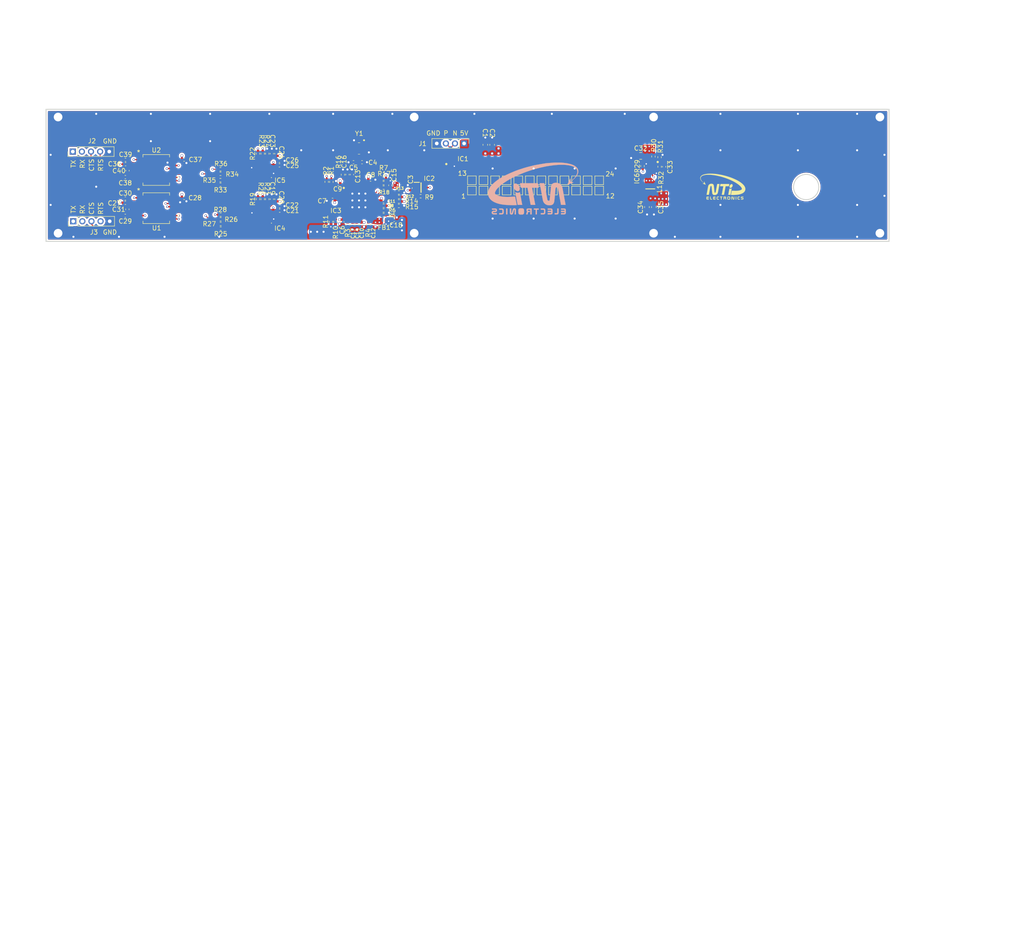
<source format=kicad_pcb>
(kicad_pcb (version 20211014) (generator pcbnew)
  (layers (0 "F.Cu" signal) (1 "In1.Cu" power "GND.Cu") (2 "In2.Cu" mixed "PWR.Cu") (31 "B.Cu" signal) (34 "B.Paste" user) (35 "F.Paste" user) (36 "B.SilkS" user "B.Silkscreen") (37 "F.SilkS" user "F.Silkscreen") (38 "B.Mask" user) (39 "F.Mask" user) (44 "Edge.Cuts" user))
  (net 0 "")
  (net 1 "GND")
  (net 2 "+3V3")
  (net 4 "/USB HUB/HUB_RST_N")
  (net 5 "/USB HUB/PLLFILT")
  (net 6 "/USB HUB/CRFILT")
  (net 7 "VBUS_UP")
  (net 8 "/USB HUB/USBUP_N")
  (net 9 "/USB HUB/USBUP_P")
  (net 10 "/USBDN1_N")
  (net 11 "/USBDN1_P")
  (net 12 "/USBDN2_N")
  (net 13 "/USBDN2_P")
  (net 14 "/USBDN3_N")
  (net 15 "/USBDN3_P")
  (net 16 "/USB HUB/BC_EN1")
  (net 17 "/USB HUB/BC_EN2")
  (net 18 "/USB HUB/BC_EN3")
  (net 19 "/USB HUB/BC_EN4")
  (net 20 "/USB HUB/NON_REM1")
  (net 21 "/USB HUB/CFG_SEL0")
  (net 22 "/USB HUB/CFG_SEL1")
  (net 23 "/USB HUB/NON_REM0")
  (net 24 "Net-(IC3-Pad35)")
  (net 25 "/USB2UP_N")
  (net 26 "/USB2UP_P")
  (net 27 "/USB HUB/VDDA33")
  (net 28 "/PWR_3V3/FB")
  (net 29 "/PWR_3V3/LX")
  (net 30 "/USB HUB/USBDN4_N")
  (net 31 "/USB HUB/USBDN4_P")
  (net 40 "/RS232_P1_TXD")
  (net 41 "/RS232_P1_RXD")
  (net 42 "/RS232_P1_CTS")
  (net 43 "/RS232_P1_RTS")
  (net 44 "/RS232_P2_TXD")
  (net 45 "/RS232_P2_RXD")
  (net 46 "/RS232_P2_CTS")
  (net 47 "/RS232_P2_RTS")
  (net 51 "/USB HUB/VBUS_DET")
  (net 73 "Net-(IC6-Pad2)")
  (net 75 "Net-(IC6-Pad7)")
  (net 76 "Net-(C4-Pad2)")
  (net 77 "Net-(C5-Pad2)")
  (net 78 "Net-(C27-Pad1)")
  (net 79 "Net-(C27-Pad2)")
  (net 80 "Net-(C30-Pad2)")
  (net 81 "Net-(C31-Pad1)")
  (net 82 "Net-(C36-Pad1)")
  (net 83 "Net-(C36-Pad2)")
  (net 84 "Net-(C39-Pad2)")
  (net 85 "Net-(C40-Pad1)")
  (net 96 "/USB SERIAL_2/VDD")
  (net 97 "/USB SERIAL_1/VDD")
  (net 98 "Net-(IC4-Pad9)")
  (net 99 "Net-(IC5-Pad9)")
  (net 100 "Net-(C29-Pad2)")
  (net 101 "Net-(C31-Pad2)")
  (net 102 "Net-(C38-Pad2)")
  (net 103 "Net-(C40-Pad2)")
  (net 104 "Net-(IC4-Pad8)")
  (net 105 "/USB SERIAL_2/CTS")
  (net 106 "/USB SERIAL_2/RTS")
  (net 107 "/USB SERIAL_2/RXD")
  (net 108 "/USB SERIAL_2/TXD")
  (net 109 "Net-(IC5-Pad8)")
  (net 110 "/USB SERIAL_1/CTS")
  (net 111 "/USB SERIAL_1/RTS")
  (net 112 "/USB SERIAL_1/RXD")
  (net 113 "/USB SERIAL_1/TXD")
  (net 114 "/driver 232_2/DIN1")
  (net 115 "/driver 232_2/DIN2")
  (net 116 "/driver 232_2/ROUT1")
  (net 117 "/driver 232_2/ROUT2")
  (net 118 "/driver 232_1/DIN1")
  (net 119 "/driver 232_1/DIN2")
  (net 120 "/driver 232_1/ROUT1")
  (net 121 "/driver 232_1/ROUT2")
  (footprint "MountingHole:MountingHole_2.2mm_M2_DIN965_Pad" (layer "F.Cu") (at 202.740569 113.833157)
    (fp_text reference "REF**" hide)
    (fp_text value "MountingHole_2.2mm_M2_DIN965_Pad" hide)
  )
  (footprint "global_foot:SOT65P210X100-3N" (layer "F.Cu") (at 282.395919 103.806201)
    (fp_text reference "IC2")
    (fp_text value "MIC803-29D2VC3-TR" hide)
  )
  (footprint "Capacitor_SMD:C_0402_1005Metric" (layer "F.Cu") (at 217.505919 101.507354)
    (fp_text reference "C38")
    (fp_text value "0.1uF 0402 X7R")
  )
  (footprint "global_foot:R_0402_1005Metric" (layer "F.Cu") (at 270.835919 111.946201 90)
    (fp_text reference "R4")
    (fp_text value "100K 0402 1% 1/16W")
  )
  (footprint "global_foot:NFZ15SG152SN10B" (layer "F.Cu") (at 274.245919 111.155048)
    (fp_text reference "FB1")
    (fp_text value "BLM15PG100SZ1D" hide)
  )
  (footprint "global_foot:R_0402_1005Metric" (layer "F.Cu") (at 247.651269 96.361551 90)
    (fp_text reference "R23")
    (fp_text value "22K6 0402")
  )
  (footprint "global_foot:R_0402_1005Metric" (layer "F.Cu") (at 274.185919 103.817354 180)
    (fp_text reference "R18")
    (fp_text value "100K 0402 1% 1/16W")
  )
  (footprint "Capacitor_SMD:C_0603_1608Metric" (layer "F.Cu") (at 298.005919 94.417354 -90)
    (fp_text reference "C2")
    (fp_text value "0.1uF 50V")
  )
  (footprint "Capacitor_SMD:C_0402_1005Metric" (layer "F.Cu") (at 251.315919 97.947354 180)
    (fp_text reference "C26")
    (fp_text value "4.7uF 6V3 0402")
  )
  (footprint "Capacitor_SMD:C_0402_1005Metric" (layer "F.Cu") (at 249.661269 96.361551 -90)
    (fp_text reference "C23")
    (fp_text value "0.1uF 16V 0402")
  )
  (footprint "global_foot:R_0402_1005Metric" (layer "F.Cu") (at 247.655919 106.357354 90)
    (fp_text reference "R20")
    (fp_text value "22K6 0402")
  )
  (footprint "MountingHole:MountingHole_2.2mm_M2_DIN965_Pad" (layer "F.Cu") (at 333.434272 113.833157)
    (fp_text reference "REF**" hide)
    (fp_text value "MountingHole_2.2mm_M2_DIN965_Pad" hide)
  )
  (footprint "Capacitor_SMD:C_0603_1608Metric" (layer "F.Cu") (at 333.485919 108.102354 90)
    (fp_text reference "C35")
    (fp_text value "22uF 6.3V 0603 20%")
  )
  (footprint "Connector_PinHeader_2.00mm:PinHeader_1x05_P2.00mm_Vertical" (layer "F.Cu") (at 205.965919 95.907354 90)
    (fp_text reference "J2")
    (fp_text value "Screw_Terminal_01x05")
  )
  (footprint "Capacitor_SMD:C_0402_1005Metric" (layer "F.Cu") (at 267.240116 100.952004 -90)
    (fp_text reference "C13")
    (fp_text value "0.01uF 10V")
  )
  (footprint "TestPoint:TestPoint_Pad_1.5x1.5mm" (layer "F.Cu") (at 296.102314 102.210511 180)
    (fp_text reference "P22" hide)
    (fp_text value "USB2__N" hide)
  )
  (footprint "TestPoint:TestPoint_Pad_1.5x1.5mm" (layer "F.Cu") (at 313.869822 102.210511 180)
    (fp_text reference "P21" hide)
    (fp_text value "+5V_DOCK" hide)
  )
  (footprint "Capacitor_SMD:C_0402_1005Metric" (layer "F.Cu") (at 267.575919 98.236201)
    (fp_text reference "C5")
    (fp_text value "10pF 2%")
  )
  (footprint "TestPoint:TestPoint_Pad_1.5x1.5mm" (layer "F.Cu") (at 303.726488 102.210511 180)
    (fp_text reference "P19" hide)
    (fp_text value "GHARGE_19V" hide)
  )
  (footprint "TestPoint:TestPoint_Pad_1.5x1.5mm" (layer "F.Cu") (at 306.272031 102.210511 180)
    (fp_text reference "P20" hide)
    (fp_text value "GHARGE_19V" hide)
  )
  (footprint "TestPoint:TestPoint_Pad_1.5x1.5mm" (layer "F.Cu") (at 293.55774 102.210511 180)
    (fp_text reference "P18" hide)
    (fp_text value "GND" hide)
  )
  (footprint "Capacitor_SMD:C_0402_1005Metric" (layer "F.Cu") (at 280.105116 103.917354 -90)
    (fp_text reference "C3")
    (fp_text value "0.1uF 16V 0402")
  )
  (footprint "TestPoint:TestPoint_Pad_1.5x1.5mm" (layer "F.Cu") (at 313.869822 104.460511 180)
    (fp_text reference "P5" hide)
    (fp_text value "NC" hide)
  )
  (footprint "Capacitor_SMD:C_0402_1005Metric" (layer "F.Cu") (at 217.975919 100.087354 -90)
    (fp_text reference "C40")
    (fp_text value "0.1uF 0402 X7R")
  )
  (footprint "global_foot:R_0402_1005Metric" (layer "F.Cu") (at 262.715919 102.556201 90)
    (fp_text reference "R1")
    (fp_text value "10K 0402 1%")
  )
  (footprint "TestPoint:TestPoint_Pad_1.5x1.5mm" (layer "F.Cu") (at 318.956856 104.460511 180)
    (fp_text reference "P7" hide)
    (fp_text value "NC" hide)
  )
  (footprint "global_foot:R_0402_1005Metric" (layer "F.Cu") (at 261.685919 102.546201 90)
    (fp_text reference "R2")
    (fp_text value "10K 0402 1%")
  )
  (footprint "MountingHole:MountingHole_2.2mm_M2_DIN965_Pad" (layer "F.Cu") (at 383.102927 113.833157)
    (fp_text reference "REF**" hide)
    (fp_text value "MountingHole_2.2mm_M2_DIN965_Pad" hide)
  )
  (footprint "TestPoint:TestPoint_Pad_1.5x1.5mm" (layer "F.Cu") (at 318.956856 102.210511 180)
    (fp_text reference "P8" hide)
    (fp_text value "NC" hide)
  )
  (footprint "global_foot:R_0402_1005Metric" (layer "F.Cu") (at 277.525919 107.846201)
    (fp_text reference "R15")
    (fp_text value "100K 0402 1% 1/16W")
  )
  (footprint "TestPoint:TestPoint_Pad_1.5x1.5mm" (layer "F.Cu") (at 298.645299 102.210511 180)
    (fp_text reference "P23" hide)
    (fp_text value "USB2_P" hide)
  )
  (footprint "global_foot:R_0402_1005Metric" (layer "F.Cu") (at 238.375919 99.787354 180)
    (fp_text reference "R36")
    (fp_text value "0R 0402")
  )
  (footprint "global_foot:SON50P201X201X60-9N-D" (layer "F.Cu") (at 332.937419 99.592354 -90)
    (fp_text reference "IC6")
    (fp_text value "AP3441SHE-7B" hide)
  )
  (footprint "global_foot:QFN50P600X600X100-37N-D" (layer "F.Cu") (at 268.785919 106.637354)
    (fp_text reference "IC3")
    (fp_text value "USB2514B_M2" hide)
  )
  (footprint "Capacitor_SMD:C_0402_1005Metric" (layer "F.Cu") (at 274.175919 106.797354 180)
    (fp_text reference "C11")
    (fp_text value "0.1uF 16V 0402")
  )
  (footprint "TestPoint:TestPoint_Pad_1.5x1.5mm" (layer "F.Cu") (at 301.186952 102.210511 180)
    (fp_text reference "P12" hide)
    (fp_text value "GPIO" hide)
  )
  (footprint "Capacitor_SMD:C_0402_1005Metric" (layer "F.Cu") (at 275.655919 103.317354 -90)
    (fp_text reference "C15")
    (fp_text value "1uF 0402 25V X5R")
  )
  (footprint "Capacitor_SMD:C_0402_1005Metric" (layer "F.Cu") (at 276.480116 110.937004 180)
    (fp_text reference "C18")
    (fp_text value "4.7uF 6.3V")
  )
  (footprint "TestPoint:TestPoint_Pad_1.5x1.5mm" (layer "F.Cu") (at 301.186952 104.460511 180)
    (fp_text reference "P16" hide)
    (fp_text value "USB3_RX_N" hide)
  )
  (footprint "global_foot:R_0402_1005Metric" (layer "F.Cu") (at 277.545919 105.866201)
    (fp_text reference "R12")
    (fp_text value "10K 0402 1%")
  )
  (footprint "TestPoint:TestPoint_Pad_1.5x1.5mm" (layer "F.Cu") (at 316.41753 102.210511 180)
    (fp_text reference "P24" hide)
    (fp_text value "DOCK_IN_DET" hide)
  )
  (footprint "Capacitor_SMD:C_0402_1005Metric" (layer "F.Cu") (at 267.350116 111.947004 90)
    (fp_text reference "C17")
    (fp_text value "0.1uF 16V")
  )
  (footprint "global_foot:R_0402_1005Metric" (layer "F.Cu") (at 334.755919 99.232354 -90)
    (fp_text reference "R32")
    (fp_text value "430K 0402 1% 1/10W")
  )
  (footprint "TestPoint:TestPoint_Pad_1.5x1.5mm" (layer "F.Cu") (at 321.495567 104.460511 180)
    (fp_text reference "P17" hide)
    (fp_text value "GND" hide)
  )
  (footprint "MountingHole:MountingHole_2.2mm_M2_DIN965_Pad" (layer "F.Cu") (at 280.893489 88.317435)
    (fp_text reference "REF**" hide)
    (fp_text value "MountingHole_2.2mm_M2_DIN965_Pad" hide)
  )
  (footprint "Capacitor_SMD:C_0402_1005Metric" (layer "F.Cu") (at 250.661269 96.361551 -90)
    (fp_text reference "C24")
    (fp_text value "4.7uF 6V3 0402")
  )
  (footprint "global_foot:R_0402_1005Metric" (layer "F.Cu") (at 333.395919 96.982354 -90)
    (fp_text reference "R30")
    (fp_text value "100K 0402 1% 1/16W")
  )
  (footprint "Capacitor_SMD:C_0402_1005Metric" (layer "F.Cu") (at 217.505919 107.167354 180)
    (fp_text reference "C27")
    (fp_text value "0.1uF 0402 X7R")
  )
  (footprint "TestPoint:TestPoint_Pad_1.5x1.5mm" (layer "F.Cu") (at 308.812574 104.460511 180)
    (fp_text reference "P3" hide)
    (fp_text value "NC" hide)
  )
  (footprint "TestPoint:TestPoint_Pad_1.5x1.5mm" (layer "F.Cu") (at 311.350317 104.460511 180)
    (fp_text reference "P4" hide)
    (fp_text value "NC" hide)
  )
  (footprint "TestPoint:TestPoint_Pad_1.5x1.5mm" (layer "F.Cu") (at 306.272031 104.460511 180)
    (fp_text reference "P2" hide)
    (fp_text value "NC" hide)
  )
  (footprint "global_foot:R_0402_1005Metric" (layer "F.Cu") (at 331.000919 99.082354 -90)
    (fp_text reference "R29")
    (fp_text value "10K 0402 1% 1/16W")
  )
  (footprint "TestPoint:TestPoint_Pad_1.5x1.5mm" (layer "F.Cu") (at 303.726488 104.460511 180)
    (fp_text reference "P1" hide)
    (fp_text value "NC" hide)
  )
  (footprint "Capacitor_SMD:C_0402_1005Metric" (layer "F.Cu") (at 230.395919 106.087354 180)
    (fp_text reference "C28")
    (fp_text value "0.1uF 0402 X7R")
  )
  (footprint "Capacitor_SMD:C_0402_1005Metric" (layer "F.Cu") (at 335.745919 99.232354 -90)
    (fp_text reference "C33")
    (fp_text value "22pF 50V 0402 10%")
  )
  (footprint "global_foot:R_0402_1005Metric" (layer "F.Cu") (at 274.180116 101.832004)
    (fp_text reference "R7")
    (fp_text value "10K 0402 1%")
  )
  (footprint "Capacitor_SMD:C_0402_1005Metric" (layer "F.Cu") (at 250.665919 106.357354 -90)
    (fp_text reference "C20")
    (fp_text value "4.7uF 6V3 0402")
  )
  (footprint "Capacitor_SMD:C_0402_1005Metric" (layer "F.Cu") (at 230.385919 97.667354 180)
    (fp_text reference "C37")
    (fp_text value "0.1uF 0402 X7R")
  )
  (footprint "global_foot:CP2102NA02GQFN20" (layer "F.Cu") (at 247.605919 100.317354 180)
    (fp_text reference "IC5")
    (fp_text value "CP2102N-A02-GQFN20" hide)
  )
  (footprint "global_foot:R_0402_1005Metric" (layer "F.Cu") (at 238.365919 102.177354 180)
    (fp_text reference "R35")
    (fp_text value "0R 0402")
  )
  (footprint "global_foot:R_0402_1005Metric" (layer "F.Cu") (at 238.425919 112.827354 180)
    (fp_text reference "R25")
    (fp_text value "0R 0402")
  )
  (footprint "Capacitor_SMD:C_0402_1005Metric" (layer "F.Cu") (at 262.965919 106.487354)
    (fp_text reference "C7")
    (fp_text value "0.1uF 16V 0402")
  )
  (footprint "global_foot:R_0402_1005Metric" (layer "F.Cu") (at 248.645919 106.357354 -90)
    (fp_text reference "R21")
    (fp_text value "47K 0402")
  )
  (footprint "global_foot:R_0402_1005Metric" (layer "F.Cu") (at 238.385919 103.187354 180)
    (fp_text reference "R33")
    (fp_text value "0R 0402")
  )
  (footprint "TestPoint:TestPoint_Pad_1.5x1.5mm" (layer "F.Cu") (at 308.812574 102.210511 180)
    (fp_text reference "P10" hide)
    (fp_text value "NC'" hide)
  )
  (footprint "global_foot:SON50P150X170X55-6N-D" (layer "F.Cu") (at 289.095919 97.517354 90)
    (fp_text reference "IC1")
    (fp_text value "ECMF02-2AMX6" hide)
  )
  (footprint "TestPoint:TestPoint_Pad_1.5x1.5mm" (layer "F.Cu") (at 311.350317 102.210511 180)
    (fp_text reference "P11" hide)
    (fp_text value "NC" hide)
  )
  (footprint "global_foot_ki:FabDrawing-4Layer-Metric" (layer "F.Cu") (at 227.540919 204.187354)
    (fp_text reference "REF**" hide)
    (fp_text value "FabDrawing-4Layer" hide)
  )
  (footprint "Capacitor_SMD:C_0402_1005Metric" (layer "F.Cu") (at 269.445919 98.236201 180)
    (fp_text reference "C4")
    (fp_text value "10pF 2%")
  )
  (footprint "Capacitor_SMD:C_0603_1608Metric" (layer "F.Cu") (at 331.975919 108.092354 90)
    (fp_text reference "C34")
    (fp_text value "22uF 6.3V 0603 20%")
  )
  (footprint "Capacitor_SMD:C_0402_1005Metric" (layer "F.Cu") (at 217.535919 97.717354)
    (fp_text reference "C39")
    (fp_text value "0.1uF 0402 X7R")
  )
  (footprint "Capacitor_SMD:C_0402_1005Metric" (layer "F.Cu") (at 264.210116 102.992004)
    (fp_text reference "C9")
    (fp_text value "0.1uF 16V 0402")
  )
  (footprint "Connector_PinHeader_2.00mm:PinHeader_1x05_P2.00mm_Vertical" (layer "F.Cu") (at 206.065919 111.207354 90)
    (fp_text reference "J3")
    (fp_text value "Screw_Terminal_01x05")
  )
  (footprint "TestPoint:TestPoint_Pad_1.5x1.5mm" (layer "F.Cu") (at 321.495567 102.210511 180)
    (fp_text reference "P9" hide)
    (fp_text value "NC" hide)
  )
  (footprint "Capacitor_SMD:C_0402_1005Metric" (layer "F.Cu") (at 217.505919 106.207354)
    (fp_text reference "C30")
    (fp_text value "0.1uF 0402 X7R")
  )
  (footprint "global_foot:R_0402_1005Metric" (layer "F.Cu") (at 238.405919 109.767354 180)
    (fp_text reference "R28")
    (fp_text value "0R 0402")
  )
  (footprint "Capacitor_SMD:C_0402_1005Metric" (layer "F.Cu") (at 217.945919 108.587354 -90)
    (fp_text reference "C31")
    (fp_text value "0.1uF 0402 X7R")
  )
  (footprint "Capacitor_SMD:C_0402_1005Metric" (layer "F.Cu") (at 268.310116 111.937004 90)
    (fp_text reference "C14")
    (fp_text value "0.01uF 10V")
  )
  (footprint "global_foot:DFE2HCAH1R0MJ0L" (layer "F.Cu") (at 332.705919 104.092354 -90)
    (fp_text reference "L1")
    (fp_text value "2.2uH 2.2A" hide)
  )
  (footprint "global_foot:R_0402_1005Metric" (layer "F.Cu") (at 274.190116 108.842004 180)
    (fp_text reference "R6")
    (fp_text value "100K 0402 1% 1/16W")
  )
  (footprint "global_foot:CP2102NA02GQFN20" (layer "F.Cu") (at 247.610569 110.313157 180)
    (fp_text reference "IC4")
    (fp_text value "CP2102N-A02-GQFN20" hide)
  )
  (footprint "TestPoint:TestPoint_Pad_1.5x1.5mm" (layer "F.Cu") (at 298.645299 104.460511 180)
    (fp_text reference "P15" hide)
    (fp_text value "USB3_RX_P" hide)
  )
  (footprint "Capacitor_SMD:C_0402_1005Metric" (layer "F.Cu") (at 271.805919 111.927354 90)
    (fp_text reference "C12")
    (fp_text value "4.7uF 6.3V")
  )
  (footprint "global_foot:R_0402_1005Metric" (layer "F.Cu") (at 246.615919 106.357354 90)
    (fp_text reference "R19")
    (fp_text value "1K 0402")
  )
  (footprint "Capacitor_SMD:C_0402_1005Metric" (layer "F.Cu") (at 217.485919 110.007354)
    (fp_text reference "C29")
    (fp_text value "0.1uF 0402 X7R")
  )
  (footprint "TestPoint:TestPoint_Pad_1.5x1.5mm" (layer "F.Cu") (at 293.55774 104.460511 180)
    (fp_text reference "P13" hide)
    (fp_text value "USB3_TX_N" hide)
  )
  (footprint "global_foot:R_0402_1005Metric" (layer "F.Cu") (at 238.415919 111.797354 180)
    (fp_text reference "R27")
    (fp_text value "0R 0402")
  )
  (footprint "global_foot:R_0402_1005Metric" (layer "F.Cu") (at 277.535919 106.856201 180)
    (fp_text reference "R14")
    (fp_text value "100K 0402 1% 1/16W")
  )
  (footprint "Capacitor_SMD:C_0402_1005Metric" (layer "F.Cu") (at 266.250116 100.952004 -90)
    (fp_text reference "C16")
    (fp_text value "0.1uF 16V")
  )
  (footprint "global_foot:R_0402_1005Metric" (layer "F.Cu") (at 282.305919 105.706201)
    (fp_text reference "R9")
    (fp_text value "100K 0402 1% 1/16W")
  )
  (footprint "Capacitor_SMD:C_0603_1608Metric" (layer "F.Cu") (at 296.505919 94.412354 -90)
    (fp_text reference "C1")
    (fp_text value "10nF 50V")
  )
  (footprint "global_foot:ABM8G48000MHZ18D2YT" (layer "F.Cu") (at 268.785919 95.216201 180)
    (fp_text reference "Y1")
    (fp_text value "ABM8G-24.000MHZ-4Y-T3" hide)
  )
  (footprint "MountingHole:MountingHole_2.2mm_M2_DIN965_Pad" (layer "F.Cu") (at 383.102927 88.317435)
    (fp_text reference "REF**" hide)
    (fp_text value "MountingHole_2.2mm_M2_DIN965_Pad" hide)
  )
  (footprint "TestPoint:TestPoint_Pad_1.5x1.5mm" (layer "F.Cu") (at 296.102314 104.460511 180)
    (fp_text reference "P14" hide)
    (fp_text value "USB3_TX_P" hide)
  )
  (footprint "Capacitor_SMD:C_0402_1005Metric" (layer "F.Cu") (at 249.665919 106.357354 -90)
    (fp_text reference "C19")
    (fp_text value "0.1uF 16V 0402")
  )
  (footprint "Capacitor_SMD:C_0402_1005Metric" (layer "F.Cu") (at 271.315919 102.067354 180)
    (fp_text reference "C8")
    (fp_text value "0.1uF 16V 0402")
  )
  (footprint "Capacitor_SMD:C_0805_2012Metric" (layer "F.Cu") (at 330.600919 96.857354)
    (fp_text reference "C32")
    (fp_text value "10uF 10V 0805")
  )
  (footprint "MountingHole:MountingHole_2.2mm_M2_DIN965_Pad" (layer "F.Cu") (at 280.893489 113.833157)
    (fp_text reference "REF**" hide)
    (fp_text value "MountingHole_2.2mm_M2_DIN965_Pad" hide)
  )
  (footprint "global_foot:R_0402_1005Metric" (layer "F.Cu") (at 246.611269 96.361551 90)
    (fp_text reference "R22")
    (fp_text value "1K 0402")
  )
  (footprint "global_foot:R_0402_1005Metric" (layer "F.Cu") (at 274.190116 107.802004)
    (fp_text reference "R8")
    (fp_text value "10K 0402 1%")
  )
  (footprint "global_foot:R_0402_1005Metric" (layer "F.Cu") (at 274.185919 109.856201 180)
    (fp_text reference "R5")
    (fp_text value "100K 0402 1% 1/16W")
  )
  (footprint "Capacitor_SMD:C_0402_1005Metric" (layer "F.Cu") (at 217.545919 98.677354 180)
    (fp_text reference "C36")
    (fp_text value "0.1uF 0402 X7R")
  )
  (footprint "TestPoint:TestPoint_Pad_1.5x1.5mm" (layer "F.Cu") (at 316.41753 104.460511 180)
    (fp_text reference "P6" hide)
    (fp_text value "NC" hide)
  )
  (footprint "global_foot:R_0402_1005Metric" (layer "F.Cu") (at 334.745919 97.142354 -90)
    (fp_text reference "R31")
    (fp_text value "95.3K 0402 1% 1/10W")
  )
  (footprint "Capacitor_SMD:C_0402_1005Metric" (layer "F.Cu") (at 251.375919 108.877354 180)
    (fp_text reference "C21")
    (fp_text value "0.1uF 16V 0402")
  )
  (footprint "global_foot:R_0402_1005Metric" (layer "F.Cu") (at 248.641269 96.361551 -90)
    (fp_text reference "R24")
    (fp_text value "47K 0402")
  )
  (footprint "Capacitor_SMD:C_0402_1005Metric" (layer "F.Cu") (at 269.285919 111.937354 90)
    (fp_text reference "C10")
    (fp_text value "0.1uF 16V 0402")
  )
  (footprint "global_foot:R_0402_1005Metric" (layer "F.Cu") (at 266.300116 111.957004 90)
    (fp_text reference "R3")
    (fp_text value "100K 0402 1% 1/16W")
  )
  (footprint "Connector_PinHeader_2.00mm:PinHeader_1x04_P2.00mm_Vertical" (layer "F.Cu") (at 291.845919 94.116641 -90)
    (fp_text reference "J1")
    (fp_text value "Screw_Terminal_01x04")
  )
  (footprint "MountingHole:MountingHole_2.2mm_M2_DIN965_Pad" (layer "F.Cu") (at 333.434272 88.317435)
    (fp_text reference "REF**" hide)
    (fp_text value "MountingHole_2.2mm_M2_DIN965_Pad" hide)
  )
  (footprint "Capacitor_SMD:C_0402_1005Metric" (layer "F.Cu") (at 251.325919 98.927354 180)
    (fp_text reference "C25")
    (fp_text value "0.1uF 16V 0402")
  )
  (footprint "MountingHole:MountingHole_2.2mm_M2_DIN965_Pad" (layer "F.Cu") (at 202.740569 88.317435)
    (fp_text reference "REF**" hide)
    (fp_text value "MountingHole_2.2mm_M2_DIN965_Pad" hide)
  )
  (footprint "global_foot:MAX3232MDBREP" (layer "F.Cu") (at 224.285919 99.947354)
    (fp_text reference "U2")
    (fp_text value "MAX3232MDBREP" hide)
  )
  (footprint "global_foot:R_0402_1005Metric" (layer "F.Cu") (at 263.630116 111.307004 -90)
    (fp_text reference "R10")
    (fp_text value "10K 0402 1%")
  )
  (footprint "Capacitor_SMD:C_0402_1005Metric" (layer "F.Cu") (at 265.140116 111.337004 90)
    (fp_text reference "C6")
    (fp_text value "0.1uF 16V 0402")
  )
  (footprint "Capacitor_SMD:C_0402_1005Metric" (layer "F.Cu") (at 251.365919 107.897354 180)
    (fp_text reference "C22")
    (fp_text value "4.7uF 6V3 0402")
  )
  (footprint "global_foot:R_0402_1005Metric" (layer "F.Cu") (at 262.630116 111.307004 -90)
    (fp_text reference "R11")
    (fp_text value "10K 0402 1%")
  )
  (footprint "global_foot:MAX3232MDBREP" (layer "F.Cu") (at 224.290569 108.333157)
    (fp_text reference "U1")
    (fp_text value "MAX3232MDBREP" hide)
  )
  (footprint "global_foot:R_0402_1005Metric" (layer "F.Cu") (at 277.535919 104.886201)
    (fp_text reference "R13")
    (fp_text value "100K 0402 1% 1/16W")
  )
  (footprint "global_foot:R_0402_1005Metric" (layer "F.Cu") (at 265.260116 100.982004 -90)
    (fp_text reference "R16")
    (fp_text value "12K 1%")
  )
  (footprint "global_foot:R_0402_1005Metric" (layer "F.Cu") (at 274.175919 102.817354)
    (fp_text reference "R17")
    (fp_text value "100K 0402 1% 1/16W")
  )
  (footprint "global_foot:R_0402_1005Metric" (layer "F.Cu") (at 238.405919 110.767354 180)
    (fp_text reference "R26")
    (fp_text value "0R 0402")
  )
  (footprint "global_foot:R_0402_1005Metric" (layer "F.Cu") (at 238.375919 100.787354 180)
    (fp_text reference "R34")
    (fp_text value "0R 0402")
  )
  (gr_poly (pts (xy 309.666998 108.803833) (xy 309.666998 109.290403) (xy 309.666554 109.314065) (xy 309.665227 109.337122) (xy 309.663027 109.359564) (xy 309.659962 109.381383) (xy 309.656041 109.402568) (xy 309.651274 109.423109) (xy 309.645668 109.442998) (xy 309.639234 109.462224) (xy 309.631979 109.480778) (xy 309.623913 109.498651) (xy 309.615045 109.515832) (xy 309.605384 109.532312) (xy 309.594938 109.548082) (xy 309.583716 109.563133) (xy 309.571728 109.577453) (xy 309.558982 109.591034) (xy 309.545488 109.603867) (xy 309.531253 109.615941) (xy 309.516288 109.627247) (xy 309.500601 109.637775) (xy 309.4842 109.647517) (xy 309.467095 109.656461) (xy 309.449295 109.6646) (xy 309.430809 109.671922) (xy 309.411645 109.678419) (xy 309.391812 109.684081) (xy 309.37132 109.688898) (xy 309.350177 109.69286) (xy 309.328392 109.695959) (xy 309.305974 109.698184) (xy 309.282933 109.699527) (xy 309.259276 109.699976) (xy 308.684337 109.699976) (xy 308.684337 109.425603) (xy 309.233083 109.425603) (xy 309.242631 109.425449) (xy 309.251881 109.424987) (xy 309.260831 109.424217) (xy 309.269481 109.423139) (xy 309.27783 109.421755) (xy 309.28588 109.420064) (xy 309.293628 109.418067) (xy 309.301076 109.415764) (xy 309.308223 109.413156) (xy 309.315068 109.410242) (xy 309.321612 109.407024) (xy 309.327853 109.403502) (xy 309.333793 109.399676) (xy 309.33943 109.395547) (xy 309.344765 109.391114) (xy 309.349797 109.386379) (xy 309.354525 109.381341) (xy 309.358951 109.376002) (xy 309.363073 109.370361) (xy 309.366891 109.364418) (xy 309.370405 109.358175) (xy 309.373614 109.351632) (xy 309.37652 109.344789) (xy 309.37912 109.337646) (xy 309.381415 109.330204) (xy 309.383406 109.322463) (xy 309.38509 109.314423) (xy 309.386469 109.306086) (xy 309.387542 109.297451) (xy 309.388308 109.288519) (xy 309.388769 109.279289) (xy 309.388922 109.269764) (xy 309.388922 108.826322) (xy 309.388768 108.816767) (xy 309.388306 108.8075) (xy 309.387536 108.798521) (xy 309.386458 108.789833) (xy 309.385074 108.781435) (xy 309.383383 108.773329) (xy 309.381386 108.765517) (xy 309.379083 108.757998) (xy 309.376475 108.750774) (xy 309.373561 108.743846) (xy 309.370343 108.737215) (xy 309.366821 108.730882) (xy 309.362995 108.724847) (xy 309.358866 108.719113) (xy 309.354433 108.71368) (xy 309.349698 108.70855) (xy 309.34466 108.703722) (xy 309.339321 108.699198) (xy 309.333679 108.694979) (xy 309.327737 108.691067) (xy 309.321494 108.687462) (xy 309.314951 108.684164) (xy 309.308108 108.681176) (xy 309.300965 108.678499) (xy 309.293523 108.676132) (xy 309.285782 108.674078) (xy 309.277742 108.672337) (xy 309.269405 108.67091) (xy 309.26077 108.669798) (xy 309.251837 108.669003) (xy 309.242608 108.668525) (xy 309.233083 108.668366) (xy 308.684337 108.668366) (xy 308.684337 108.395845) (xy 309.259277 108.395845) (xy 309.282911 108.396314) (xy 309.305932 108.397663) (xy 309.328332 108.399884) (xy 309.350102 108.402969) (xy 309.371233 108.406908) (xy 309.391715 108.411692) (xy 309.41154 108.417314) (xy 309.430698 108.423763) (xy 309.449181 108.431031) (xy 309.466979 108.439109) (xy 309.484083 108.447988) (xy 309.500485 108.45766) (xy 309.516175 108.468115) (xy 309.531144 108.479345) (xy 309.545383 108.49134) (xy 309.558884 108.504092) (xy 309.571636 108.517593) (xy 309.583631 108.531832) (xy 309.59486 108.546802) (xy 309.605314 108.562494) (xy 309.614984 108.578897) (xy 309.62386 108.596005) (xy 309.631934 108.613807) (xy 309.639197 108.632296) (xy 309.645639 108.651461) (xy 309.651251 108.671295) (xy 309.656025 108.691788) (xy 309.659951 108.712931) (xy 309.663021 108.734717) (xy 309.665224 108.757135) (xy 309.666553 108.780177) (xy 309.666998 108.803833)) (layer "B.SilkS") (width 0.026458) (fill solid))
  (gr_poly (pts (xy 305.72074 109.061272) (xy 305.710007 109.057769) (xy 305.699635 109.053956) (xy 305.689623 109.049831) (xy 305.679971 109.045392) (xy 305.670675 109.040638) (xy 305.661735 109.035567) (xy 305.653151 109.030177) (xy 305.644919 109.024467) (xy 305.637039 109.018434) (xy 305.62951 109.012078) (xy 305.62233 109.005397) (xy 305.615498 108.998388) (xy 305.609013 108.991051) (xy 305.602872 108.983383) (xy 305.597076 108.975382) (xy 305.591621 108.967048) (xy 305.586508 108.958378) (xy 305.581735 108.949371) (xy 305.5773 108.940024) (xy 305.573202 108.930337) (xy 305.569439 108.920308) (xy 305.566011 108.909934) (xy 305.562916 108.899215) (xy 305.560152 108.888148) (xy 305.557719 108.876732) (xy 305.555614 108.864965) (xy 305.553837 108.852846) (xy 305.552386 108.840372) (xy 305.55126 108.827542) (xy 305.550457 108.814354) (xy 305.549817 108.786899) (xy 305.549817 108.683448) (xy 305.550197 108.665094) (xy 305.551338 108.647385) (xy 305.553243 108.630318) (xy 305.555913 108.613888) (xy 305.559349 108.598092) (xy 305.563553 108.582924) (xy 305.568528 108.568381) (xy 305.574275 108.554459) (xy 305.580795 108.541153) (xy 305.58809 108.52846) (xy 305.596163 108.516376) (xy 305.605014 108.504895) (xy 305.614646 108.494015) (xy 305.62506 108.483731) (xy 305.636259 108.474039) (xy 305.648243 108.464934) (xy 305.661014 108.456414) (xy 305.674575 108.448473) (xy 305.688927 108.441107) (xy 305.704072 108.434313) (xy 305.720011 108.428086) (xy 305.736747 108.422421) (xy 305.754281 108.417316) (xy 305.772614 108.412766) (xy 305.791749 108.408767) (xy 305.811687 108.405314) (xy 305.83243 108.402404) (xy 305.853979 108.400032) (xy 305.876338 108.398194) (xy 305.899506 108.396887) (xy 305.94828 108.395845) (xy 306.667947 108.395845) (xy 306.667947 109.699712) (xy 306.38987 109.699712) (xy 306.38987 108.668102) (xy 305.959657 108.668102) (xy 305.943922 108.668517) (xy 305.929166 108.66975) (xy 305.915394 108.671782) (xy 305.90261 108.674592) (xy 305.89082 108.678163) (xy 305.880029 108.682473) (xy 305.87501 108.6849) (xy 305.870242 108.687504) (xy 305.865726 108.690284) (xy 305.861464 108.693237) (xy 305.857454 108.69636) (xy 305.853699 108.699652) (xy 305.850199 108.703109) (xy 305.846954 108.70673) (xy 305.843965 108.710511) (xy 305.841232 108.714451) (xy 305.838757 108.718546) (xy 305.83654 108.722796) (xy 305.834581 108.727196) (xy 305.832881 108.731746) (xy 305.831441 108.736441) (xy 305.830262 108.741281) (xy 305.829343 108.746262) (xy 305.828686 108.751382) (xy 305.828292 108.756638) (xy 305.82816 108.762029) (xy 305.82816 108.831614) (xy 305.828292 108.837004) (xy 305.828686 108.842261) (xy 305.829343 108.847381) (xy 305.830262 108.852362) (xy 305.831441 108.857201) (xy 305.832881 108.861897) (xy 305.834581 108.866446) (xy 305.83654 108.870847) (xy 305.838757 108.875096) (xy 305.841233 108.879192) (xy 305.843965 108.883132) (xy 305.846954 108.886913) (xy 305.8502 108.890533) (xy 305.8537 108.893991) (xy 305.857455 108.897282) (xy 305.861465 108.900406) (xy 305.865727 108.903358) (xy 305.870243 108.906138) (xy 305.875011 108.908743) (xy 305.88003 108.91117) (xy 305.885301 108.913416) (xy 305.890821 108.91548) (xy 305.896592 108.917359) (xy 305.902611 108.91905) (xy 305.908879 108.920552) (xy 305.915395 108.921861) (xy 305.922158 108.922975) (xy 305.929167 108.923892) (xy 305.936422 108.92461) (xy 305.943923 108.925125) (xy 305.951668 108.925436) (xy 305.959657 108.925541) (xy 306.258371 108.925541) (xy 306.258371 109.186684) (xy 305.978441 109.186684) (xy 305.972491 109.186865) (xy 305.966601 109.187403) (xy 305.960775 109.188295) (xy 305.955019 109.189536) (xy 305.949338 109.19112) (xy 305.943737 109.193043) (xy 305.938222 109.195301) (xy 305.932797 109.197888) (xy 305.927468 109.2008) (xy 305.922239 109.204032) (xy 305.917117 109.207579) (xy 305.912106 109.211436) (xy 305.907212 109.2156) (xy 305.902439 109.220065) (xy 305.897793 109.224825) (xy 305.893279 109.229878) (xy 305.888902 109.235217) (xy 305.884668 109.240838) (xy 305.880581 109.246737) (xy 305.876647 109.252908) (xy 305.872871 109.259347) (xy 305.869258 109.266049) (xy 305.865813 109.273009) (xy 305.862542 109.280223) (xy 305.85945 109.287686) (xy 305.856541 109.295393) (xy 305.853821 109.303339) (xy 305.851296 109.311519) (xy 305.84897 109.31993) (xy 305.846849 109.328565) (xy 305.844937 109.337421) (xy 305.84324 109.346492) (xy 305.779475 109.699711) (xy 305.486317 109.699711) (xy 305.580244 109.259972) (xy 305.584395 109.241396) (xy 305.589201 109.223578) (xy 305.594654 109.206531) (xy 305.600746 109.190268) (xy 305.60747 109.174804) (xy 305.614816 109.160152) (xy 305.622776 109.146326) (xy 305.631343 109.133338) (xy 305.640509 109.121203) (xy 305.650265 109.109935) (xy 305.660602 109.099546) (xy 305.671514 109.09005) (xy 305.682992 109.081461) (xy 305.695028 109.073793) (xy 305.707613 109.067059) (xy 305.72074 109.061272)) (layer "B.SilkS") (width 0.026458) (fill solid))
  (gr_poly (pts (xy 311.252911 108.803833) (xy 311.252911 109.290403) (xy 311.251573 109.343619) (xy 311.247492 109.392702) (xy 311.244391 109.415724) (xy 311.240565 109.437749) (xy 311.236003 109.458789) (xy 311.23069 109.478856) (xy 311.224616 109.497962) (xy 311.217766 109.51612) (xy 311.210129 109.533341) (xy 311.201691 109.549637) (xy 311.19244 109.565021) (xy 311.182363 109.579505) (xy 311.171446 109.5931) (xy 311.159679 109.605818) (xy 311.147047 109.617673) (xy 311.133538 109.628675) (xy 311.119139 109.638837) (xy 311.103838 109.64817) (xy 311.087621 109.656688) (xy 311.070477 109.664402) (xy 311.052391 109.671324) (xy 311.033353 109.677466) (xy 311.013348 109.68284) (xy 310.992364 109.687459) (xy 310.970388 109.691334) (xy 310.947408 109.694477) (xy 310.898384 109.698617) (xy 310.845189 109.699976) (xy 310.200664 109.699976) (xy 310.200664 109.425603) (xy 310.824551 109.425603) (xy 310.845119 109.425174) (xy 310.863901 109.423845) (xy 310.872643 109.422823) (xy 310.880962 109.421552) (xy 310.888867 109.420024) (xy 310.896365 109.418232) (xy 310.903464 109.416168) (xy 310.910172 109.413823) (xy 310.916497 109.41119) (xy 310.922447 109.40826) (xy 310.92803 109.405027) (xy 310.933254 109.401482) (xy 310.938126 109.397617) (xy 310.942654 109.393424) (xy 310.946847 109.388895) (xy 310.950712 109.384023) (xy 310.954258 109.3788) (xy 310.957491 109.373217) (xy 310.96042 109.367267) (xy 310.963054 109.360942) (xy 310.965399 109.354233) (xy 310.967463 109.347134) (xy 310.969255 109.339636) (xy 310.970783 109.331732) (xy 310.972054 109.323413) (xy 310.973076 109.314671) (xy 310.974405 109.295888) (xy 310.974834 109.275321) (xy 310.974834 109.177689) (xy 310.200663 109.177689) (xy 310.200663 108.903582) (xy 310.974834 108.903582) (xy 310.974834 108.821032) (xy 310.974405 108.800443) (xy 310.973076 108.781602) (xy 310.970783 108.76445) (xy 310.969255 108.756489) (xy 310.967463 108.748928) (xy 310.965399 108.741762) (xy 310.963054 108.734981) (xy 310.96042 108.728579) (xy 310.957491 108.722549) (xy 310.954258 108.716884) (xy 310.950712 108.711575) (xy 310.946847 108.706617) (xy 310.942654 108.702002) (xy 310.938126 108.697722) (xy 310.933254 108.693771) (xy 310.92803 108.690141) (xy 310.922447 108.686825) (xy 310.916497 108.683816) (xy 310.910172 108.681106) (xy 310.903464 108.678688) (xy 310.896365 108.676556) (xy 310.888867 108.674702) (xy 310.880962 108.673118) (xy 310.872643 108.671798) (xy 310.863901 108.670734) (xy 310.845119 108.669345) (xy 310.824551 108.668895) (xy 310.200664 108.668895) (xy 310.200664 108.396375) (xy 310.845189 108.396375) (xy 310.898384 108.397666) (xy 310.947408 108.401707) (xy 310.970388 108.40479) (xy 310.992364 108.408598) (xy 311.013348 108.413145) (xy 311.033353 108.418442) (xy 311.052391 108.424503) (xy 311.070477 108.431341) (xy 311.087621 108.438967) (xy 311.103838 108.447394) (xy 311.119139 108.456636) (xy 311.133538 108.466705) (xy 311.147047 108.477614) (xy 311.159679 108.489375) (xy 311.171446 108.502001) (xy 311.182363 108.515505) (xy 311.19244 108.5299) (xy 311.201691 108.545197) (xy 311.210129 108.561411) (xy 311.217766 108.578552) (xy 311.224616 108.596636) (xy 311.23069 108.615673) (xy 311.236003 108.635676) (xy 311.240565 108.656659) (xy 311.244391 108.678634) (xy 311.247492 108.701614) (xy 311.251573 108.750638) (xy 311.252911 108.803833)) (layer "B.SilkS") (width 0.026458) (fill solid))
  (gr_poly (pts (xy 298.35659 108.903582) (xy 298.64975 108.903582) (xy 298.666483 108.90312) (xy 298.682154 108.901737) (xy 298.69676 108.899436) (xy 298.703662 108.897942) (xy 298.710298 108.896219) (xy 298.716666 108.894268) (xy 298.722767 108.892089) (xy 298.728599 108.889682) (xy 298.734163 108.887048) (xy 298.739459 108.884187) (xy 298.744485 108.881099) (xy 298.749243 108.877786) (xy 298.753731 108.874246) (xy 298.757949 108.870481) (xy 298.761898 108.86649) (xy 298.765576 108.862275) (xy 298.768983 108.857835) (xy 298.772119 108.853171) (xy 298.774985 108.848283) (xy 298.777578 108.843172) (xy 298.7799 108.837837) (xy 298.78195 108.832279) (xy 298.783728 108.826499) (xy 298.785233 108.820497) (xy 298.786464 108.814273) (xy 298.787423 108.807827) (xy 298.788108 108.80116) (xy 298.788519 108.794273) (xy 298.788657 108.787165) (xy 298.788519 108.780051) (xy 298.788108 108.773148) (xy 298.787423 108.766457) (xy 298.786464 108.759977) (xy 298.785233 108.753711) (xy 298.783728 108.747659) (xy 298.78195 108.741823) (xy 298.7799 108.736203) (xy 298.777578 108.730801) (xy 298.774985 108.725617) (xy 298.772119 108.720652) (xy 298.768983 108.715908) (xy 298.765576 108.711386) (xy 298.761898 108.707086) (xy 298.757949 108.703009) (xy 298.753731 108.699157) (xy 298.749243 108.695531) (xy 298.744485 108.692131) (xy 298.739459 108.688959) (xy 298.734163 108.686015) (xy 298.728599 108.683301) (xy 298.722767 108.680818) (xy 298.716666 108.678567) (xy 298.710298 108.676548) (xy 298.703662 108.674762) (xy 298.69676 108.673212) (xy 298.68959 108.671897) (xy 298.682154 108.670819) (xy 298.674451 108.669979) (xy 298.666483 108.669378) (xy 298.658249 108.669016) (xy 298.64975 108.668895) (xy 297.967653 108.668895) (xy 297.967653 108.396375) (xy 298.644192 108.396375) (xy 298.668707 108.396819) (xy 298.692586 108.398142) (xy 298.715821 108.400332) (xy 298.7384 108.403378) (xy 298.760316 108.407267) (xy 298.781559 108.411988) (xy 298.80212 108.417528) (xy 298.821989 108.423875) (xy 298.841156 108.431018) (xy 298.859613 108.438944) (xy 298.877351 108.447641) (xy 298.894359 108.457097) (xy 298.910628 108.467301) (xy 298.92615 108.47824) (xy 298.940915 108.489902) (xy 298.954913 108.502275) (xy 298.968135 108.515347) (xy 298.980572 108.529107) (xy 298.992214 108.543542) (xy 299.003052 108.55864) (xy 299.013077 108.574389) (xy 299.022279 108.590777) (xy 299.030649 108.607792) (xy 299.038178 108.625423) (xy 299.044856 108.643656) (xy 299.050674 108.66248) (xy 299.055622 108.681884) (xy 299.059692 108.701854) (xy 299.062874 108.72238) (xy 299.065158 108.743448) (xy 299.066536 108.765048) (xy 299.066997 108.787166) (xy 299.066536 108.809285) (xy 299.065158 108.830884) (xy 299.062874 108.851952) (xy 299.059692 108.872478) (xy 299.055622 108.892448) (xy 299.050674 108.911851) (xy 299.044856 108.930676) (xy 299.038178 108.948909) (xy 299.030649 108.966539) (xy 299.022279 108.983555) (xy 299.013077 108.999943) (xy 299.003052 109.015692) (xy 298.992214 109.03079) (xy 298.980572 109.045224) (xy 298.968135 109.058984) (xy 298.954913 109.072056) (xy 298.940915 109.08443) (xy 298.92615 109.096092) (xy 298.910628 109.10703) (xy 298.894359 109.117234) (xy 298.877351 109.12669) (xy 298.859613 109.135387) (xy 298.841156 109.143313) (xy 298.821989 109.150456) (xy 298.80212 109.156803) (xy 298.781559 109.162343) (xy 298.760316 109.167064) (xy 298.7384 109.170953) (xy 298.715821 109.173999) (xy 298.692586 109.176189) (xy 298.668707 109.177512) (xy 298.644192 109.177956) (xy 298.351035 109.177956) (xy 298.33156 109.17844) (xy 298.313323 109.179891) (xy 298.296324 109.182311) (xy 298.280568 109.185699) (xy 298.266057 109.190056) (xy 298.259269 109.192598) (xy 298.252794 109.195383) (xy 298.246631 109.19841) (xy 298.240781 109.201679) (xy 298.235244 109.205191) (xy 298.23002 109.208945) (xy 298.225111 109.212942) (xy 298.220516 109.217182) (xy 298.216236 109.221665) (xy 298.21227 109.22639) (xy 298.20862 109.231358) (xy 298.205285 109.236569) (xy 298.202267 109.242022) (xy 298.199564 109.247719) (xy 298.197179 109.253659) (xy 298.19511 109.259842) (xy 298.193359 109.266267) (xy 298.191925 109.272936) (xy 298.190809 109.279849) (xy 298.190012 109.287004) (xy 298.189533 109.294403) (xy 298.189374 109.302045) (xy 298.189533 109.309664) (xy 298.190012 109.317043) (xy 298.190809 109.324181) (xy 298.191925 109.331078) (xy 298.193359 109.337735) (xy 298.19511 109.344151) (xy 298.197179 109.350326) (xy 298.199564 109.35626) (xy 298.202267 109.361953) (xy 298.205285 109.367405) (xy 298.20862 109.372616) (xy 298.21227 109.377585) (xy 298.216236 109.382313) (xy 298.220516 109.386799) (xy 298.225111 109.391044) (xy 298.23002 109.395047) (xy 298.235244 109.398808) (xy 298.240781 109.402327) (xy 298.246631 109.405604) (xy 298.252794 109.408639) (xy 298.259269 109.411431) (xy 298.266057 109.413982) (xy 298.273157 109.41629) (xy 298.280568 109.418355) (xy 298.288291 109.420178) (xy 298.296324 109.421758) (xy 298.304668 109.423095) (xy 298.313323 109.42419) (xy 298.322287 109.425041) (xy 298.33156 109.425649) (xy 298.341143 109.426014) (xy 298.351035 109.426136) (xy 299.040538 109.426136) (xy 299.040538 109.700509) (xy 298.35659 109.700509) (xy 298.330353 109.700065) (xy 298.304827 109.69874) (xy 298.280022 109.696545) (xy 298.255944 109.693491) (xy 298.232601 109.689588) (xy 298.210002 109.684847) (xy 298.188155 109.679278) (xy 298.167067 109.672893) (xy 298.146746 109.665701) (xy 298.127201 109.657714) (xy 298.108439 109.648942) (xy 298.090468 109.639396) (xy 298.073296 109.629086) (xy 298.056932 109.618024) (xy 298.041382 109.606219) (xy 298.026656 109.593683) (xy 298.01276 109.580426) (xy 297.999704 109.566458) (xy 297.987494 109.551791) (xy 297.976139 109.536436) (xy 297.965647 109.520401) (xy 297.956025 109.5037) (xy 297.947282 109.486341) (xy 297.939426 109.468336) (xy 297.932464 109.449696) (xy 297.926405 109.43043) (xy 297.921256 109.410551) (xy 297.917025 109.390067) (xy 297.913721 109.368991) (xy 297.911351 109.347332) (xy 297.909923 109.325102) (xy 297.909445 109.302311) (xy 297.909923 109.279471) (xy 297.911351 109.257195) (xy 297.913721 109.235494) (xy 297.917026 109.214378) (xy 297.921256 109.193858) (xy 297.926405 109.173944) (xy 297.932465 109.154647) (xy 297.939426 109.135977) (xy 297.947283 109.117946) (xy 297.956026 109.100562) (xy 297.965647 109.083838) (xy 297.97614 109.067784) (xy 297.987495 109.052409) (xy 297.999704 109.037726) (xy 298.012761 109.023744) (xy 298.026656 109.010473) (xy 298.041383 108.997925) (xy 298.056932 108.986111) (xy 298.073297 108.975039) (xy 298.090468 108.964722) (xy 298.108439 108.95517) (xy 298.127201 108.946392) (xy 298.146746 108.938401) (xy 298.167067 108.931206) (xy 298.188155 108.924818) (xy 298.210002 108.919247) (xy 298.232601 108.914504) (xy 298.255944 108.9106) (xy 298.280022 108.907546) (xy 298.304828 108.90535) (xy 298.330353 108.904026) (xy 298.35659 108.903582)) (layer "B.SilkS") (width 0.026458) (fill solid))
  (gr_poly (pts (xy 297.255925 104.271521) (xy 297.289349 104.192736) (xy 297.324893 104.115309) (xy 297.362499 104.039206) (xy 297.402111 103.964398) (xy 297.443672 103.890851) (xy 297.487125 103.818535) (xy 297.532412 103.747417) (xy 297.579477 103.677466) (xy 297.628263 103.608649) (xy 297.678713 103.540935) (xy 297.730769 103.474293) (xy 297.784376 103.40869) (xy 297.839475 103.344095) (xy 297.896011 103.280476) (xy 297.953926 103.217801) (xy 298.013162 103.156038) (xy 298.123942 103.044681) (xy 298.236615 102.935599) (xy 298.351193 102.828737) (xy 298.467684 102.72404) (xy 298.586097 102.62145) (xy 298.706441 102.520914) (xy 298.828727 102.422374) (xy 298.952963 102.325776) (xy 299.0917 102.221852) (xy 299.232198 102.120707) (xy 299.374332 102.022166) (xy 299.51798 101.926057) (xy 299.663017 101.832204) (xy 299.809319 101.740435) (xy 299.956763 101.650576) (xy 300.105223 101.562453) (xy 300.247113 101.480314) (xy 300.389993 101.399652) (xy 300.533834 101.320552) (xy 300.678608 101.243101) (xy 300.824287 101.167387) (xy 300.970844 101.093496) (xy 301.118251 101.021515) (xy 301.266479 100.95153) (xy 301.708962 100.749422) (xy 302.154024 100.552671) (xy 302.601467 100.361278) (xy 303.051094 100.175243) (xy 303.203465 100.114855) (xy 303.356853 100.056867) (xy 303.511085 100.0009) (xy 303.665986 99.946577) (xy 303.977102 99.841347) (xy 304.288814 99.738151) (xy 304.587086 99.640359) (xy 304.886276 99.545171) (xy 305.186508 99.453406) (xy 305.487906 99.365883) (xy 305.807672 99.278905) (xy 306.128727 99.196318) (xy 306.771928 99.035682) (xy 306.911302 99.000654) (xy 307.050898 98.966395) (xy 307.190842 98.933772) (xy 307.260983 98.918347) (xy 307.331258 98.903656) (xy 307.553698 98.859363) (xy 307.776485 98.816608) (xy 307.999571 98.77544) (xy 308.222903 98.73591) (xy 308.940453 98.614168) (xy 309.658797 98.496991) (xy 309.722776 98.48716) (xy 309.786905 98.478073) (xy 309.915509 98.461934) (xy 310.044411 98.448175) (xy 310.173412 98.436401) (xy 310.392379 98.419001) (xy 310.611496 98.403163) (xy 311.049976 98.372902) (xy 311.430612 98.341846) (xy 311.525795 98.33471) (xy 311.620993 98.328736) (xy 311.716209 98.324381) (xy 311.811447 98.322101) (xy 312.265919 98.317354) (xy 312.493136 98.316873) (xy 312.720291 98.319058) (xy 312.947347 98.324963) (xy 313.174267 98.335644) (xy 313.401012 98.352154) (xy 313.627547 98.375547) (xy 313.99985 98.416821) (xy 314.18569 98.439096) (xy 314.278349 98.451815) (xy 314.370762 98.466034) (xy 314.45059 98.479892) (xy 314.530161 98.495291) (xy 314.609515 98.511962) (xy 314.688692 98.529633) (xy 315.00444 98.60494) (xy 315.194288 98.653449) (xy 315.288097 98.680216) (xy 315.38107 98.708847) (xy 315.473135 98.739485) (xy 315.564224 98.77227) (xy 315.654265 98.807345) (xy 315.743189 98.844852) (xy 315.830925 98.884932) (xy 315.917404 98.927727) (xy 316.002555 98.97338) (xy 316.086308 99.022031) (xy 316.168593 99.073824) (xy 316.249339 99.128899) (xy 316.328478 99.187399) (xy 316.405937 99.249465) (xy 316.449521 99.28708) (xy 316.491123 99.325546) (xy 316.530741 99.364838) (xy 316.568373 99.404931) (xy 316.604017 99.445803) (xy 316.637671 99.487428) (xy 316.669333 99.529783) (xy 316.699 99.572844) (xy 316.726671 99.616585) (xy 316.752344 99.660984) (xy 316.776016 99.706016) (xy 316.797685 99.751658) (xy 316.81735 99.797883) (xy 316.835008 99.84467) (xy 316.850657 99.891993) (xy 316.864295 99.939829) (xy 316.87592 99.988153) (xy 316.885529 100.036941) (xy 316.893122 100.08617) (xy 316.898695 100.135814) (xy 316.902247 100.18585) (xy 316.903776 100.236254) (xy 316.903278 100.287002) (xy 316.900754 100.338068) (xy 316.896199 100.389431) (xy 316.889613 100.441064) (xy 316.880992 100.492945) (xy 316.870336 100.545048) (xy 316.857642 100.59735) (xy 316.842908 100.649827) (xy 316.826131 100.702455) (xy 316.80731 100.755209) (xy 316.782196 100.819355) (xy 316.755383 100.882603) (xy 316.726892 100.944942) (xy 316.696743 101.00636) (xy 316.664955 101.066847) (xy 316.631549 101.126391) (xy 316.596543 101.18498) (xy 316.559958 101.242604) (xy 316.521813 101.299252) (xy 316.482128 101.354911) (xy 316.440924 101.409572) (xy 316.398219 101.463222) (xy 316.354033 101.51585) (xy 316.308387 101.567446) (xy 316.2613 101.617997) (xy 316.212791 101.667493) (xy 316.134563 101.74464) (xy 316.05572 101.82117) (xy 315.896614 101.972789) (xy 315.575674 102.273124) (xy 315.568752 102.279345) (xy 315.561593 102.285323) (xy 315.554221 102.291084) (xy 315.546661 102.296652) (xy 315.538937 102.30205) (xy 315.531073 102.307304) (xy 315.515019 102.317475) (xy 315.482285 102.337158) (xy 315.465989 102.34706) (xy 315.449998 102.357262) (xy 315.451974 102.349099) (xy 315.454224 102.341269) (xy 315.456737 102.333759) (xy 315.459502 102.326554) (xy 315.462507 102.31964) (xy 315.465741 102.313004) (xy 315.469193 102.306631) (xy 315.472851 102.300508) (xy 315.476705 102.294621) (xy 315.480743 102.288956) (xy 315.484953 102.283498) (xy 315.489326 102.278234) (xy 315.493848 102.27315) (xy 315.49851 102.268231) (xy 315.5033 102.263465) (xy 315.508206 102.258837) (xy 315.605915 102.167938) (xy 315.70191 102.07551) (xy 315.796063 101.981389) (xy 315.888247 101.885411) (xy 315.978335 101.787411) (xy 316.0662 101.687225) (xy 316.151715 101.58469) (xy 316.234752 101.479639) (xy 316.299809 101.392021) (xy 316.331015 101.347588) (xy 316.361309 101.302719) (xy 316.390669 101.2574) (xy 316.419071 101.211613) (xy 316.446492 101.165346) (xy 316.47291 101.118582) (xy 316.498301 101.071306) (xy 316.522644 101.023504) (xy 316.545914 100.97516) (xy 316.56809 100.926259) (xy 316.589147 100.876786) (xy 316.609064 100.826726) (xy 316.627818 100.776063) (xy 316.645385 100.724783) (xy 316.663948 100.664755) (xy 316.672357 100.634515) (xy 316.680132 100.604125) (xy 316.687233 100.573582) (xy 316.69362 100.542887) (xy 316.699252 100.512039) (xy 316.70409 100.481036) (xy 316.708094 100.449878) (xy 316.711224 100.418564) (xy 316.71344 100.387094) (xy 316.714702 100.355466) (xy 316.71497 100.32368) (xy 316.714205 100.291736) (xy 316.712367 100.259631) (xy 316.709414 100.227366) (xy 316.699047 100.153932) (xy 316.684322 100.083574) (xy 316.665394 100.016179) (xy 316.642421 99.951638) (xy 316.615558 99.889837) (xy 316.584962 99.830665) (xy 316.550788 99.774011) (xy 316.513193 99.719763) (xy 316.472333 99.66781) (xy 316.428364 99.618039) (xy 316.381443 99.57034) (xy 316.331726 99.5246) (xy 316.279368 99.480708) (xy 316.224527 99.438552) (xy 316.167358 99.398022) (xy 316.108017 99.359004) (xy 316.054467 99.326106) (xy 316.000202 99.294842) (xy 315.94526 99.265152) (xy 315.889678 99.236977) (xy 315.83349 99.210258) (xy 315.776735 99.184936) (xy 315.719447 99.16095) (xy 315.661665 99.138242) (xy 315.603423 99.116753) (xy 315.544759 99.096423) (xy 315.426309 99.059004) (xy 315.306607 99.025509) (xy 315.185944 98.995466) (xy 314.993936 98.952935) (xy 314.801112 98.915715) (xy 314.6075 98.883934) (xy 314.413129 98.857718) (xy 314.218027 98.837194) (xy 314.02222 98.822491) (xy 313.825738 98.813734) (xy 313.628607 98.811052) (xy 313.079431 98.80801) (xy 312.804955 98.80949) (xy 312.667842 98.812781) (xy 312.530851 98.818461) (xy 312.38184 98.827073) (xy 312.232872 98.837506) (xy 311.935142 98.863076) (xy 311.637808 98.893656) (xy 311.34102 98.927733) (xy 311.048015 98.964862) (xy 310.75553 99.006083) (xy 310.463492 99.05033) (xy 310.171826 99.096537) (xy 309.987527 99.128259) (xy 309.803725 99.163378) (xy 309.620418 99.201127) (xy 309.437607 99.240736) (xy 308.740926 99.395815) (xy 308.393243 99.47607) (xy 308.046428 99.559823) (xy 307.79519 99.624733) (xy 307.545043 99.693934) (xy 307.295889 99.766657) (xy 307.047627 99.842134) (xy 306.717394 99.945086) (xy 306.387756 100.050196) (xy 306.059111 100.158431) (xy 305.731854 100.270759) (xy 305.416248 100.383976) (xy 305.10208 100.501211) (xy 304.7894 100.622217) (xy 304.478258 100.746744) (xy 304.158079 100.878123) (xy 303.839091 101.012552) (xy 303.522186 101.151594) (xy 303.364794 101.223334) (xy 303.208258 101.296813) (xy 302.667215 101.559826) (xy 302.398862 101.695562) (xy 302.132496 101.835043) (xy 301.868524 101.978964) (xy 301.607352 102.128019) (xy 301.349386 102.282904) (xy 301.095032 102.444312) (xy 300.720547 102.688522) (xy 300.534879 102.812811) (xy 300.442949 102.876195) (xy 300.351816 102.940671) (xy 300.207879 103.046659) (xy 300.066748 103.156008) (xy 299.928376 103.268632) (xy 299.792718 103.384442) (xy 299.659726 103.503354) (xy 299.529354 103.625279) (xy 299.401556 103.750132) (xy 299.276285 103.877825) (xy 299.177225 103.983246) (xy 299.128927 104.036806) (xy 299.081647 104.091058) (xy 299.03553 104.146096) (xy 298.990726 104.202014) (xy 298.947379 104.258906) (xy 298.905637 104.316867) (xy 298.865646 104.375991) (xy 298.827555 104.436371) (xy 298.791509 104.498103) (xy 298.757655 104.56128) (xy 298.726141 104.625996) (xy 298.697113 104.692346) (xy 298.670719 104.760424) (xy 298.647104 104.830324) (xy 298.637961 104.861824) (xy 298.630351 104.893087) (xy 298.624389 104.924062) (xy 298.620187 104.954699) (xy 298.61786 104.984947) (xy 298.61752 105.014755) (xy 298.619282 105.044072) (xy 298.623259 105.072848) (xy 298.629564 105.101031) (xy 298.638312 105.128572) (xy 298.643637 105.142086) (xy 298.649615 105.155419) (xy 298.65626 105.168567) (xy 298.663587 105.181522) (xy 298.67161 105.194278) (xy 298.680343 105.206829) (xy 298.689799 105.219168) (xy 298.699994 105.23129) (xy 298.710941 105.243187) (xy 298.722656 105.254854) (xy 298.735151 105.266284) (xy 298.748441 105.277471) (xy 298.787762 105.308588) (xy 298.827918 105.338936) (xy 298.868874 105.368367) (xy 298.910596 105.396731) (xy 298.95305 105.42388) (xy 298.996202 105.449665) (xy 299.040017 105.473936) (xy 299.062163 105.485458) (xy 299.084462 105.496546) (xy 299.131921 105.518733) (xy 299.179825 105.539518) (xy 299.228148 105.558989) (xy 299.276863 105.57724) (xy 299.325944 105.59436) (xy 299.375365 105.610442) (xy 299.475119 105.639851) (xy 299.575914 105.666198) (xy 299.677541 105.690209) (xy 299.882445 105.734142) (xy 300.044287 105.764736) (xy 300.206529 105.789832) (xy 300.369126 105.810011) (xy 300.532029 105.825853) (xy 300.695193 105.837936) (xy 300.85857 105.846841) (xy 301.022116 105.853148) (xy 301.185782 105.857436) (xy 301.319078 105.859168) (xy 301.452453 105.858842) (xy 301.719347 105.853402) (xy 302.253111 105.833095) (xy 302.328603 105.829626) (xy 302.404064 105.825236) (xy 302.554869 105.814078) (xy 302.705475 105.800391) (xy 302.855833 105.784942) (xy 302.882351 105.782389) (xy 302.906349 105.780772) (xy 302.927984 105.780218) (xy 302.947416 105.780857) (xy 302.956356 105.781663) (xy 302.964804 105.782816) (xy 302.97278 105.784331) (xy 302.980305 105.786225) (xy 302.987398 105.788513) (xy 302.994078 105.791212) (xy 303.000366 105.794337) (xy 303.006282 105.797905) (xy 303.011845 105.801933) (xy 303.017075 105.806435) (xy 303.021993 105.811428) (xy 303.026616 105.816928) (xy 303.030967 105.822952) (xy 303.035064 105.829515) (xy 303.038927 105.836633) (xy 303.042576 105.844323) (xy 303.046031 105.8526) (xy 303.049311 105.861481) (xy 303.055429 105.881119) (xy 303.061086 105.903364) (xy 303.066443 105.928345) (xy 303.32785 107.229566) (xy 303.347417 107.331045) (xy 303.366116 107.433592) (xy 303.403786 107.644962) (xy 303.210322 107.656401) (xy 303.022092 107.668609) (xy 302.929405 107.673753) (xy 302.837384 107.677592) (xy 302.745816 107.679626) (xy 302.654486 107.679357) (xy 302.297861 107.671333) (xy 301.941235 107.659612) (xy 301.584709 107.644271) (xy 301.228381 107.625382) (xy 300.991253 107.609371) (xy 300.754347 107.588572) (xy 300.636079 107.576308) (xy 300.517987 107.562763) (xy 300.400112 107.54791) (xy 300.282495 107.53172) (xy 300.106079 107.504399) (xy 299.930525 107.472892) (xy 299.755951 107.436982) (xy 299.582474 107.396452) (xy 299.410213 107.351086) (xy 299.239285 107.300665) (xy 299.069808 107.244973) (xy 298.9019 107.183793) (xy 298.728825 107.11462) (xy 298.559099 107.039889) (xy 298.475701 107.00008) (xy 298.393392 106.958453) (xy 298.312254 106.914864) (xy 298.232372 106.869171) (xy 298.15383 106.821229) (xy 298.07671 106.770896) (xy 298.001098 106.71803) (xy 297.927076 106.662486) (xy 297.854729 106.604122) (xy 297.784139 106.542796) (xy 297.715391 106.478363) (xy 297.648569 106.410682) (xy 297.546206 106.295349) (xy 297.454396 106.175994) (xy 297.373102 106.052953) (xy 297.302286 105.926566) (xy 297.24191 105.797167) (xy 297.191935 105.665095) (xy 297.152324 105.530688) (xy 297.123039 105.394281) (xy 297.104042 105.256212) (xy 297.095294 105.116818) (xy 297.096758 104.976437) (xy 297.108396 104.835406) (xy 297.130169 104.694061) (xy 297.162041 104.552741) (xy 297.203972 104.411782) (xy 297.255925 104.271521)) (layer "B.SilkS") (width 0.026458) (fill solid))
  (gr_poly (pts (xy 310.110706 106.400621) (xy 310.11433 106.418751) (xy 310.118358 106.436328) (xy 310.12279 106.453354) (xy 310.127627 106.469827) (xy 310.132867 106.485749) (xy 310.138513 106.501118) (xy 310.144565 106.515936) (xy 310.151022 106.530202) (xy 310.157885 106.543916) (xy 310.165155 106.557078) (xy 310.172832 106.569688) (xy 310.180916 106.581746) (xy 310.189408 106.593253) (xy 310.198307 106.604207) (xy 310.207616 106.61461) (xy 310.217333 106.62446) (xy 310.227429 106.633784) (xy 310.237871 106.642506) (xy 310.248661 106.650626) (xy 310.259798 106.658145) (xy 310.271283 106.665062) (xy 310.283115 106.671378) (xy 310.295294 106.677092) (xy 310.30782 106.682205) (xy 310.320694 106.686716) (xy 310.333915 106.690626) (xy 310.347483 106.693934) (xy 310.361398 106.696641) (xy 310.375661 106.698746) (xy 310.390271 106.70025) (xy 310.405228 106.701152) (xy 310.420533 106.701453) (xy 310.434473 106.701199) (xy 310.447917 106.700436) (xy 310.460863 106.699165) (xy 310.473313 106.697385) (xy 310.485265 106.695097) (xy 310.496719 106.6923) (xy 310.507674 106.688995) (xy 310.518131 106.685181) (xy 310.528088 106.680859) (xy 310.537546 106.676028) (xy 310.546504 106.670689) (xy 310.554962 106.664841) (xy 310.562919 106.658485) (xy 310.570374 106.65162) (xy 310.577328 106.644247) (xy 310.583781 106.636365) (xy 310.589867 106.627699) (xy 310.595723 106.617973) (xy 310.601348 106.607187) (xy 310.606742 106.595343) (xy 310.611903 106.582439) (xy 310.61683 106.568477) (xy 310.621524 106.553456) (xy 310.625982 106.537378) (xy 310.630205 106.520243) (xy 310.634191 106.502051) (xy 310.637941 106.482802) (xy 310.641452 106.462498) (xy 310.644724 106.441137) (xy 310.647757 106.418721) (xy 310.65055 106.39525) (xy 310.653101 106.370725) (xy 310.897576 103.854801) (xy 310.905666 103.781023) (xy 310.915249 103.710005) (xy 310.926326 103.641748) (xy 310.938897 103.576252) (xy 310.95296 103.51352) (xy 310.968516 103.453551) (xy 310.985564 103.396346) (xy 311.004104 103.341906) (xy 311.024135 103.290232) (xy 311.045658 103.241324) (xy 311.068671 103.195184) (xy 311.093174 103.151811) (xy 311.119167 103.111207) (xy 311.146649 103.073373) (xy 311.17562 103.03831) (xy 311.206081 103.006017) (xy 311.238386 102.976078) (xy 311.272892 102.948073) (xy 311.3096 102.922002) (xy 311.348509 102.897865) (xy 311.38962 102.87566) (xy 311.432932 102.855389) (xy 311.478445 102.83705) (xy 311.52616 102.820643) (xy 311.576077 102.806168) (xy 311.628194 102.793624) (xy 311.682513 102.78301) (xy 311.739034 102.774328) (xy 311.797756 102.767575) (xy 311.858679 102.762753) (xy 311.921804 102.759859) (xy 311.98713 102.758895) (xy 312.059426 102.760107) (xy 312.130166 102.763745) (xy 312.19935 102.769807) (xy 312.266977 102.778296) (xy 312.333047 102.789211) (xy 312.397561 102.802553) (xy 312.460518 102.818321) (xy 312.521919 102.836517) (xy 312.581764 102.85714) (xy 312.640052 102.880192) (xy 312.696783 102.905673) (xy 312.751958 102.933582) (xy 312.805577 102.963921) (xy 312.857639 102.996689) (xy 312.908144 103.031887) (xy 312.957093 103.069516) (xy 313.004113 103.109312) (xy 313.048932 103.151013) (xy 313.09155 103.194617) (xy 313.131966 103.240127) (xy 313.170181 103.287542) (xy 313.206194 103.336863) (xy 313.240006 103.38809) (xy 313.271616 103.441223) (xy 313.301025 103.496263) (xy 313.328233 103.55321) (xy 313.353239 103.612065) (xy 313.376044 103.672829) (xy 313.396647 103.7355) (xy 313.415049 103.80008) (xy 313.43125 103.86657) (xy 313.445249 103.934969) (xy 314.126286 107.603681) (xy 313.113727 107.603681) (xy 312.454385 104.051914) (xy 312.450769 104.033844) (xy 312.446769 104.016345) (xy 312.442384 103.999417) (xy 312.437612 103.98306) (xy 312.432455 103.967276) (xy 312.426912 103.952064) (xy 312.420981 103.937425) (xy 312.414664 103.92336) (xy 312.407959 103.909868) (xy 312.400866 103.89695) (xy 312.393384 103.884606) (xy 312.385514 103.872837) (xy 312.377255 103.861643) (xy 312.368606 103.851025) (xy 312.359568 103.840982) (xy 312.350139 103.831516) (xy 312.340319 103.822624) (xy 312.330108 103.814302) (xy 312.319506 103.806552) (xy 312.308512 103.799373) (xy 312.297126 103.792767) (xy 312.285347 103.786733) (xy 312.273175 103.781271) (xy 312.26061 103.776383) (xy 312.247651 103.772069) (xy 312.234298 103.768328) (xy 312.22055 103.765162) (xy 312.206408 103.762571) (xy 312.19187 103.760555) (xy 312.176936 103.759114) (xy 312.161606 103.758249) (xy 312.14588 103.757961) (xy 312.13194 103.758215) (xy 312.118496 103.758978) (xy 312.105549 103.760249) (xy 312.0931 103.762029) (xy 312.081148 103.764317) (xy 312.069694 103.767114) (xy 312.058739 103.770419) (xy 312.048282 103.774233) (xy 312.038324 103.778555) (xy 312.028866 103.783386) (xy 312.019909 103.788725) (xy 312.011451 103.794573) (xy 312.003494 103.800929) (xy 311.996038 103.807794) (xy 311.989084 103.815167) (xy 311.982632 103.823049) (xy 311.976545 103.831702) (xy 311.970688 103.841391) (xy 311.965061 103.852113) (xy 311.959663 103.863869) (xy 311.954494 103.876657) (xy 311.949555 103.890477) (xy 311.944845 103.905328) (xy 311.940365 103.921209) (xy 311.936114 103.93812) (xy 311.932092 103.956059) (xy 311.9283 103.975026) (xy 311.924738 103.995019) (xy 311.921404 104.01604) (xy 311.918301 104.038085) (xy 311.915426 104.061156) (xy 311.912781 104.08525) (xy 311.668835 106.604613) (xy 311.660746 106.678392) (xy 311.651163 106.74941) (xy 311.640085 106.817666) (xy 311.627515 106.883162) (xy 311.613452 106.945894) (xy 311.597896 107.005863) (xy 311.580848 107.063068) (xy 311.562308 107.117508) (xy 311.542276 107.169182) (xy 311.520754 107.21809) (xy 311.497741 107.264231) (xy 311.473238 107.307603) (xy 311.447246 107.348207) (xy 311.419763 107.386041) (xy 311.390792 107.421104) (xy 311.360332 107.453397) (xy 311.328027 107.483336) (xy 311.29352 107.511341) (xy 311.256812 107.537412) (xy 311.217903 107.561549) (xy 311.176792 107.583754) (xy 311.13348 107.604025) (xy 311.087967 107.622364) (xy 311.040252 107.638771) (xy 310.990336 107.653246) (xy 310.938218 107.66579) (xy 310.883899 107.676404) (xy 310.827378 107.685086) (xy 310.768656 107.691839) (xy 310.707733 107.696662) (xy 310.644608 107.699555) (xy 310.579282 107.700519) (xy 310.506982 107.699291) (xy 310.436233 107.695608) (xy 310.367036 107.68947) (xy 310.29939 107.680878) (xy 310.233295 107.669831) (xy 310.168753 107.656331) (xy 310.105764 107.640377) (xy 310.044327 107.621971) (xy 309.984444 107.601111) (xy 309.926115 107.5778) (xy 309.86934 107.552037) (xy 309.814119 107.523822) (xy 309.760454 107.493157) (xy 309.708344 107.460041) (xy 309.657789 107.424474) (xy 309.608791 107.386458) (xy 309.561671 107.346262) (xy 309.516753 107.304157) (xy 309.474038 107.260142) (xy 309.433525 107.214219) (xy 309.395215 107.166387) (xy 309.359108 107.116647) (xy 309.325205 107.064999) (xy 309.293506 107.011445) (xy 309.264012 106.955983) (xy 309.236723 106.898615) (xy 309.211638 106.83934) (xy 309.18876 106.77816) (xy 309.168088 106.715075) (xy 309.149622 106.650085) (xy 309.133363 106.58319) (xy 309.119311 106.514391) (xy 308.43986 102.855733) (xy 309.45242 102.855733) (xy 310.110706 106.400621)) (layer "B.SilkS") (width 0.026458) (fill solid))
  (gr_poly (pts (xy 315.163982 101.80772) (xy 315.166582 101.81902) (xy 315.169348 101.830305) (xy 315.174962 101.852865) (xy 315.177599 101.864159) (xy 315.179981 101.875475) (xy 315.182003 101.886822) (xy 315.182847 101.89251) (xy 315.183561 101.898209) (xy 315.213128 102.148703) (xy 315.227093 102.274074) (xy 315.239918 102.399595) (xy 315.24165 102.413861) (xy 315.244081 102.427302) (xy 315.247226 102.439938) (xy 315.2511 102.451788) (xy 315.253316 102.457424) (xy 315.255721 102.46287) (xy 315.258315 102.46813) (xy 315.261102 102.473204) (xy 315.264084 102.478096) (xy 315.267262 102.482809) (xy 315.270638 102.487343) (xy 315.274214 102.491703) (xy 315.277993 102.495889) (xy 315.281976 102.499905) (xy 315.286165 102.503753) (xy 315.290563 102.507435) (xy 315.295171 102.510954) (xy 315.299991 102.514312) (xy 315.305025 102.517511) (xy 315.310276 102.520554) (xy 315.321434 102.52618) (xy 315.33348 102.531211) (xy 315.346431 102.535663) (xy 315.360303 102.539557) (xy 315.461518 102.565901) (xy 315.562411 102.593732) (xy 315.763528 102.651476) (xy 315.767623 102.652759) (xy 315.771694 102.654226) (xy 315.775774 102.655875) (xy 315.779894 102.657702) (xy 315.784088 102.659707) (xy 315.788386 102.661885) (xy 315.797427 102.666757) (xy 315.818185 102.678489) (xy 315.830416 102.685313) (xy 315.844225 102.692751) (xy 314.544063 103.168471) (xy 314.523425 103.142278) (xy 315.132761 101.802164) (xy 315.140765 101.803405) (xy 315.14857 101.804744) (xy 315.156276 101.806182) (xy 315.163982 101.80772)) (layer "B.SilkS") (width 0.026458) (fill solid))
  (gr_poly (pts (xy 308.225549 108.668631) (xy 307.829204 108.668631) (xy 307.829204 109.700242) (xy 307.551126 109.700242) (xy 307.551126 108.668631) (xy 307.156633 108.668631) (xy 307.156633 108.396111) (xy 308.225813 108.396111) (xy 308.225813 108.668631) (xy 308.225549 108.668631)) (layer "B.SilkS") (width 0.026458) (fill solid))
  (gr_poly (pts (xy 306.454694 107.603684) (xy 305.757251 103.847922) (xy 304.320564 103.847922) (xy 304.136414 102.855471) (xy 308.028964 102.855471) (xy 308.213115 103.847922) (xy 306.769812 103.847922) (xy 307.467253 107.603684) (xy 306.454694 107.603684)) (layer "B.SilkS") (width 0.026458) (fill solid))
  (gr_poly (pts (xy 302.182466 109.369512) (xy 302.182751 109.379421) (xy 302.1836 109.388708) (xy 302.185011 109.39737) (xy 302.185925 109.401465) (xy 302.186977 109.405404) (xy 302.188166 109.409186) (xy 302.189493 109.41281) (xy 302.190955 109.416276) (xy 302.192554 109.419583) (xy 302.194288 109.422733) (xy 302.196156 109.425723) (xy 302.198158 109.428554) (xy 302.200293 109.431226) (xy 302.20256 109.433738) (xy 302.20496 109.43609) (xy 302.207491 109.438282) (xy 302.210152 109.440314) (xy 302.212944 109.442184) (xy 302.215865 109.443894) (xy 302.218914 109.445442) (xy 302.222092 109.446828) (xy 302.225398 109.448052) (xy 302.22883 109.449114) (xy 302.232388 109.450014) (xy 302.236072 109.45075) (xy 302.239881 109.451324) (xy 302.243815 109.451734) (xy 302.247872 109.45198) (xy 302.252052 109.452062) (xy 302.256543 109.451974) (xy 302.260842 109.451709) (xy 302.264955 109.451267) (xy 302.268889 109.450649) (xy 302.272651 109.449854) (xy 302.276247 109.448883) (xy 302.279683 109.447735) (xy 302.282967 109.446411) (xy 302.286104 109.44491) (xy 302.289101 109.443233) (xy 302.291964 109.44138) (xy 302.2947 109.439351) (xy 302.297316 109.437146) (xy 302.299818 109.434764) (xy 302.302212 109.432207) (xy 302.304506 109.429473) (xy 302.306704 109.426564) (xy 302.308815 109.423479) (xy 302.310844 109.420217) (xy 302.312798 109.41678) (xy 302.314683 109.413167) (xy 302.316506 109.409379) (xy 302.319992 109.401275) (xy 302.323307 109.392469) (xy 302.326504 109.38296) (xy 302.329634 109.372751) (xy 302.33275 109.36184) (xy 302.528278 108.670484) (xy 302.539587 108.633055) (xy 302.551771 108.598241) (xy 302.564952 108.566013) (xy 302.579255 108.536345) (xy 302.594803 108.509208) (xy 302.603082 108.49658) (xy 302.611719 108.484575) (xy 302.620729 108.473189) (xy 302.630127 108.462418) (xy 302.639929 108.45226) (xy 302.650151 108.442711) (xy 302.660808 108.433767) (xy 302.671915 108.425425) (xy 302.683487 108.417682) (xy 302.695541 108.410534) (xy 302.708092 108.403977) (xy 302.721154 108.398009) (xy 302.734745 108.392625) (xy 302.748878 108.387823) (xy 302.76357 108.383598) (xy 302.778835 108.379948) (xy 302.794691 108.376869) (xy 302.811151 108.374357) (xy 302.828231 108.37241) (xy 302.845947 108.371023) (xy 302.883348 108.369918) (xy 302.902993 108.370263) (xy 302.922135 108.371296) (xy 302.940767 108.37301) (xy 302.95888 108.3754) (xy 302.976468 108.378459) (xy 302.993521 108.382182) (xy 303.010031 108.386563) (xy 303.025992 108.391597) (xy 303.041394 108.397277) (xy 303.05623 108.403598) (xy 303.070493 108.410553) (xy 303.084173 108.418138) (xy 303.097263 108.426346) (xy 303.109756 108.435171) (xy 303.121643 108.444608) (xy 303.132916 108.45465) (xy 303.143567 108.465293) (xy 303.153589 108.476529) (xy 303.162974 108.488354) (xy 303.171712 108.500762) (xy 303.179798 108.513746) (xy 303.187222 108.527301) (xy 303.193976 108.541422) (xy 303.200054 108.556101) (xy 303.205446 108.571334) (xy 303.210145 108.587115) (xy 303.214142 108.603437) (xy 303.217431 108.620296) (xy 303.220003 108.637685) (xy 303.22185 108.655598) (xy 303.222964 108.674029) (xy 303.223337 108.692974) (xy 303.223337 109.699978) (xy 302.945259 109.699978) (xy 302.945259 108.724724) (xy 302.944975 108.714836) (xy 302.944125 108.705608) (xy 302.943489 108.701241) (xy 302.942715 108.697038) (xy 302.941801 108.692998) (xy 302.940749 108.689121) (xy 302.939559 108.685407) (xy 302.938233 108.681856) (xy 302.93677 108.678467) (xy 302.935172 108.675239) (xy 302.933438 108.672172) (xy 302.93157 108.669267) (xy 302.929568 108.666521) (xy 302.927433 108.663936) (xy 302.925166 108.661511) (xy 302.922766 108.659245) (xy 302.920235 108.657137) (xy 302.917574 108.655189) (xy 302.914783 108.653398) (xy 302.911862 108.651765) (xy 302.908812 108.65029) (xy 302.905634 108.648971) (xy 302.902329 108.647809) (xy 302.898897 108.646803) (xy 302.895338 108.645953) (xy 302.891654 108.645259) (xy 302.887845 108.644719) (xy 302.883912 108.644334) (xy 302.875674 108.644027) (xy 302.871184 108.644115) (xy 302.866888 108.64438) (xy 302.862778 108.644822) (xy 302.858848 108.64544) (xy 302.855091 108.646235) (xy 302.851502 108.647206) (xy 302.848072 108.648354) (xy 302.844796 108.649678) (xy 302.841667 108.651179) (xy 302.838679 108.652855) (xy 302.835823 108.654708) (xy 302.833095 108.656738) (xy 302.830487 108.658943) (xy 302.827993 108.661325) (xy 302.825606 108.663882) (xy 302.82332 108.666616) (xy 302.821127 108.669525) (xy 302.819021 108.672611) (xy 302.816996 108.675872) (xy 302.815045 108.679309) (xy 302.813161 108.682922) (xy 302.811337 108.68671) (xy 302.807846 108.694814) (xy 302.804517 108.703621) (xy 302.801298 108.713129) (xy 302.798136 108.723338) (xy 302.794977 108.734249) (xy 302.599449 109.425605) (xy 302.588139 109.463034) (xy 302.575955 109.497848) (xy 302.562774 109.530076) (xy 302.548471 109.559745) (xy 302.532923 109.586882) (xy 302.524644 109.59951) (xy 302.516007 109.611515) (xy 302.506997 109.622901) (xy 302.497599 109.633671) (xy 302.487797 109.64383) (xy 302.477575 109.653379) (xy 302.466919 109.662323) (xy 302.455812 109.670664) (xy 302.444239 109.678408) (xy 302.432185 109.685556) (xy 302.419635 109.692113) (xy 302.406572 109.698081) (xy 302.392982 109.703465) (xy 302.378849 109.708267) (xy 302.364157 109.712492) (xy 302.348891 109.716142) (xy 302.333036 109.719221) (xy 302.316576 109.721733) (xy 302.299496 109.72368) (xy 302.28178 109.725067) (xy 302.244379 109.726172) (xy 302.224734 109.725821) (xy 302.205592 109.724773) (xy 302.18696 109.723034) (xy 302.168846 109.72061) (xy 302.151259 109.717509) (xy 302.134206 109.713735) (xy 302.117696 109.709297) (xy 302.101735 109.7042) (xy 302.086333 109.69845) (xy 302.071496 109.692055) (xy 302.057234 109.68502) (xy 302.043554 109.677352) (xy 302.030463 109.669058) (xy 302.017971 109.660144) (xy 302.006084 109.650616) (xy 301.994811 109.640481) (xy 301.984159 109.629745) (xy 301.974137 109.618415) (xy 301.964753 109.606497) (xy 301.956014 109.593997) (xy 301.947929 109.580923) (xy 301.940505 109.56728) (xy 301.93375 109.553075) (xy 301.927673 109.538314) (xy 301.922281 109.523005) (xy 301.917582 109.507152) (xy 301.913584 109.490763) (xy 301.910295 109.473845) (xy 301.907724 109.456402) (xy 301.905877 109.438443) (xy 301.904763 109.419974) (xy 301.90439 109.401) (xy 301.90439 108.395847) (xy 302.182466 108.395847) (xy 302.182466 109.369512)) (layer "B.SilkS") (width 0.026458) (fill solid))
  (gr_poly (pts (xy 312.299603 109.275585) (xy 312.299603 108.396111) (xy 312.57768 108.396111) (xy 312.57768 109.290403) (xy 312.576322 109.343619) (xy 312.572181 109.392702) (xy 312.569038 109.415724) (xy 312.565163 109.437749) (xy 312.560544 109.458789) (xy 312.55517 109.478856) (xy 312.549028 109.497962) (xy 312.542106 109.51612) (xy 312.534392 109.533341) (xy 312.525874 109.549637) (xy 312.51654 109.565021) (xy 312.506378 109.579505) (xy 312.495376 109.5931) (xy 312.483522 109.605818) (xy 312.470803 109.617673) (xy 312.457208 109.628675) (xy 312.442725 109.638837) (xy 312.427341 109.64817) (xy 312.411044 109.656688) (xy 312.393823 109.664402) (xy 312.375666 109.671324) (xy 312.356559 109.677466) (xy 312.336492 109.68284) (xy 312.315452 109.687459) (xy 312.293427 109.691334) (xy 312.270405 109.694477) (xy 312.221321 109.698617) (xy 312.168105 109.699976) (xy 311.724664 109.699976) (xy 311.724664 109.425603) (xy 312.147468 109.425603) (xy 312.168056 109.425221) (xy 312.186898 109.423932) (xy 312.20405 109.421675) (xy 312.212011 109.420163) (xy 312.219571 109.418385) (xy 312.226738 109.416334) (xy 312.233519 109.414002) (xy 312.23992 109.41138) (xy 312.24595 109.408461) (xy 312.251616 109.405236) (xy 312.256924 109.401699) (xy 312.261882 109.397842) (xy 312.266497 109.393655) (xy 312.270777 109.389133) (xy 312.274728 109.384266) (xy 312.278358 109.379046) (xy 312.281674 109.373467) (xy 312.284684 109.36752) (xy 312.287393 109.361198) (xy 312.289811 109.354492) (xy 312.291943 109.347394) (xy 312.293797 109.339898) (xy 312.295381 109.331994) (xy 312.296701 109.323676) (xy 312.297765 109.314934) (xy 312.299153 109.296152) (xy 312.299603 109.275585)) (layer "B.SilkS") (width 0.026458) (fill solid))
  (gr_poly (pts (xy 304.042752 109.296222) (xy 304.042906 109.305771) (xy 304.043369 109.315021) (xy 304.044139 109.323971) (xy 304.045216 109.332621) (xy 304.0466 109.34097) (xy 304.048291 109.34902) (xy 304.050288 109.356768) (xy 304.052591 109.364216) (xy 304.0552 109.371363) (xy 304.058113 109.378208) (xy 304.061331 109.384751) (xy 304.064853 109.390993) (xy 304.068679 109.396933) (xy 304.072809 109.40257) (xy 304.077241 109.407905) (xy 304.081976 109.412936) (xy 304.087014 109.417665) (xy 304.092354 109.422091) (xy 304.097995 109.426213) (xy 304.103937 109.430031) (xy 304.11018 109.433545) (xy 304.116723 109.436754) (xy 304.123566 109.439659) (xy 304.130709 109.44226) (xy 304.138152 109.444555) (xy 304.145892 109.446545) (xy 304.153932 109.44823) (xy 304.162269 109.449609) (xy 304.170904 109.450682) (xy 304.179837 109.451448) (xy 304.189066 109.451908) (xy 304.198592 109.452062) (xy 304.568744 109.452062) (xy 304.578293 109.451908) (xy 304.587542 109.451445) (xy 304.596492 109.450675) (xy 304.605142 109.449598) (xy 304.613492 109.448214) (xy 304.621541 109.446523) (xy 304.62929 109.444526) (xy 304.636737 109.442223) (xy 304.643884 109.439614) (xy 304.650729 109.436701) (xy 304.657273 109.433483) (xy 304.663515 109.429961) (xy 304.669454 109.426135) (xy 304.675091 109.422005) (xy 304.680426 109.417573) (xy 304.685458 109.412837) (xy 304.690187 109.4078) (xy 304.694612 109.40246) (xy 304.698734 109.396819) (xy 304.702552 109.390877) (xy 304.706066 109.384634) (xy 304.709276 109.378091) (xy 304.712181 109.371247) (xy 304.714781 109.364105) (xy 304.717077 109.356662) (xy 304.719067 109.348922) (xy 304.720751 109.340882) (xy 304.72213 109.332545) (xy 304.723203 109.32391) (xy 304.72397 109.314977) (xy 304.72443 109.305748) (xy 304.724583 109.296222) (xy 304.724583 108.800129) (xy 304.724429 108.79058) (xy 304.723967 108.78133) (xy 304.723197 108.77238) (xy 304.722119 108.76373) (xy 304.720735 108.755381) (xy 304.719044 108.747331) (xy 304.717047 108.739583) (xy 304.714744 108.732135) (xy 304.712136 108.724988) (xy 304.709223 108.718143) (xy 304.706005 108.7116) (xy 304.702482 108.705358) (xy 304.698656 108.699418) (xy 304.694527 108.693781) (xy 304.690094 108.688446) (xy 304.685359 108.683415) (xy 304.680321 108.678686) (xy 304.674982 108.67426) (xy 304.669341 108.670138) (xy 304.663399 108.66632) (xy 304.657156 108.662806) (xy 304.650612 108.659597) (xy 304.643769 108.656692) (xy 304.636626 108.654091) (xy 304.629184 108.651796) (xy 304.621443 108.649806) (xy 304.613404 108.648121) (xy 304.605066 108.646742) (xy 304.596431 108.645669) (xy 304.587499 108.644903) (xy 304.57827 108.644443) (xy 304.568744 108.644289) (xy 304.198592 108.644289) (xy 304.189043 108.644443) (xy 304.179793 108.644906) (xy 304.170843 108.645676) (xy 304.162193 108.646753) (xy 304.153844 108.648137) (xy 304.145794 108.649828) (xy 304.138046 108.651825) (xy 304.130598 108.654128) (xy 304.123451 108.656736) (xy 304.116606 108.65965) (xy 304.110063 108.662867) (xy 304.103821 108.66639) (xy 304.097881 108.670216) (xy 304.092244 108.674345) (xy 304.086909 108.678778) (xy 304.081877 108.683513) (xy 304.077149 108.688551) (xy 304.072723 108.69389) (xy 304.068601 108.699531) (xy 304.064783 108.705473) (xy 304.061269 108.711716) (xy 304.05806 108.71826) (xy 304.055154 108.725103) (xy 304.052554 108.732246) (xy 304.050259 108.739688) (xy 304.048269 108.747429) (xy 304.046584 108.755468) (xy 304.045205 108.763806) (xy 304.044132 108.772441) (xy 304.043366 108.781373) (xy 304.042905 108.790603) (xy 304.042752 108.800129) (xy 304.042752 109.296222)) (layer "B.SilkS") (width 0.026458) (fill solid))
  (gr_poly (pts (xy 303.692972 104.579232) (xy 303.688971 104.580025) (xy 303.686907 104.580422) (xy 303.68477 104.580819) (xy 303.676006 104.582505) (xy 303.673792 104.582919) (xy 303.671562 104.583312) (xy 303.669314 104.583673) (xy 303.667044 104.583994) (xy 303.657519 104.585317) (xy 303.655535 104.585602) (xy 303.65355 104.585862) (xy 303.651565 104.586098) (xy 303.649581 104.586308) (xy 303.647596 104.586494) (xy 303.645612 104.586655) (xy 303.643628 104.586792) (xy 303.641644 104.586904) (xy 303.639106 104.587099) (xy 303.636617 104.587268) (xy 303.635376 104.587336) (xy 303.634128 104.587388) (xy 303.632869 104.587421) (xy 303.63159 104.587433) (xy 303.627816 104.587628) (xy 303.624016 104.587798) (xy 303.620168 104.587917) (xy 303.618217 104.587951) (xy 303.616244 104.587963) (xy 303.610687 104.588228) (xy 303.606982 104.587963) (xy 303.603399 104.587938) (xy 303.599797 104.587868) (xy 303.596183 104.587754) (xy 303.592563 104.587599) (xy 303.585328 104.587182) (xy 303.578142 104.586641) (xy 303.577612 104.586641) (xy 303.573953 104.58632) (xy 303.570316 104.585954) (xy 303.563094 104.585119) (xy 303.55592 104.584184) (xy 303.548772 104.583201) (xy 303.540836 104.581879) (xy 303.534882 104.580841) (xy 303.528929 104.579729) (xy 303.517021 104.577381) (xy 303.511729 104.576323) (xy 303.504743 104.574686) (xy 303.497707 104.572949) (xy 303.490671 104.571114) (xy 303.483684 104.569179) (xy 303.47654 104.567061) (xy 303.470983 104.565424) (xy 303.465427 104.563688) (xy 303.459871 104.561853) (xy 303.454314 104.559917) (xy 303.450775 104.558727) (xy 303.449068 104.558131) (xy 303.447435 104.557535) (xy 303.440535 104.555109) (xy 303.433709 104.552608) (xy 303.420181 104.547481) (xy 303.419575 104.547271) (xy 303.41895 104.547039) (xy 303.418312 104.546788) (xy 303.417668 104.546522) (xy 303.417024 104.546244) (xy 303.416387 104.545956) (xy 303.415761 104.545662) (xy 303.415155 104.545365) (xy 303.409396 104.543021) (xy 303.403612 104.540701) (xy 303.397779 104.538332) (xy 303.391872 104.535839) (xy 303.384462 104.532665) (xy 303.377719 104.529841) (xy 303.371001 104.526943) (xy 303.364333 104.523996) (xy 303.357739 104.521022) (xy 303.357474 104.521022) (xy 303.318974 104.502646) (xy 303.281563 104.482863) (xy 303.245242 104.461714) (xy 303.210015 104.439238) (xy 303.175883 104.415473) (xy 303.14285 104.390459) (xy 303.110919 104.364235) (xy 303.080092 104.33684) (xy 303.050372 104.308314) (xy 303.021761 104.278694) (xy 302.994263 104.248022) (xy 302.96788 104.216335) (xy 302.942615 104.183673) (xy 302.91847 104.150075) (xy 302.895448 104.115581) (xy 302.873552 104.080228) (xy 302.84825 104.036631) (xy 302.82413 103.992633) (xy 302.801334 103.9482) (xy 302.780001 103.903296) (xy 302.760273 103.857887) (xy 302.74229 103.811937) (xy 302.726193 103.765413) (xy 302.712123 103.718278) (xy 302.70022 103.670498) (xy 302.690625 103.622039) (xy 302.683479 103.572865) (xy 302.678922 103.522941) (xy 302.677095 103.472233) (xy 302.678139 103.420706) (xy 302.682194 103.368324) (xy 302.689401 103.315053) (xy 302.689667 103.313996) (xy 302.691507 103.303772) (xy 302.69347 103.293722) (xy 302.695582 103.283821) (xy 302.697868 103.274044) (xy 302.698178 103.272655) (xy 302.698506 103.271269) (xy 302.699192 103.26852) (xy 302.699877 103.265821) (xy 302.700513 103.263196) (xy 302.702791 103.254275) (xy 302.705243 103.245403) (xy 302.707843 103.23663) (xy 302.710568 103.228006) (xy 302.710664 103.227758) (xy 302.710755 103.227511) (xy 302.71092 103.227018) (xy 302.711066 103.226532) (xy 302.711196 103.226055) (xy 302.711315 103.22559) (xy 302.711424 103.225141) (xy 302.711626 103.224302) (xy 302.71485 103.215029) (xy 302.718174 103.20588) (xy 302.721597 103.19688) (xy 302.725119 103.188054) (xy 302.729089 103.178794) (xy 302.732471 103.171262) (xy 302.735902 103.163779) (xy 302.737652 103.160072) (xy 302.739433 103.156396) (xy 302.741251 103.152757) (xy 302.743112 103.149161) (xy 302.745494 103.144133) (xy 302.747689 103.140089) (xy 302.749909 103.136089) (xy 302.754423 103.128192) (xy 302.759038 103.120395) (xy 302.763751 103.112648) (xy 302.764358 103.111657) (xy 302.764983 103.110668) (xy 302.766264 103.108713) (xy 302.768777 103.104976) (xy 302.772991 103.098676) (xy 302.777278 103.092474) (xy 302.781615 103.086372) (xy 302.785977 103.08037) (xy 302.789946 103.074813) (xy 302.792637 103.071365) (xy 302.795354 103.067963) (xy 302.798095 103.064605) (xy 302.80086 103.061286) (xy 302.803651 103.058005) (xy 302.806466 103.054758) (xy 302.809307 103.051542) (xy 302.812172 103.048354) (xy 302.817992 103.042005) (xy 302.822957 103.036894) (xy 302.827947 103.031884) (xy 302.830459 103.029416) (xy 302.832986 103.026972) (xy 302.835532 103.024554) (xy 302.8381 103.022161) (xy 302.843657 103.017135) (xy 302.850015 103.011631) (xy 302.85321 103.008925) (xy 302.856424 103.006253) (xy 302.859662 103.003618) (xy 302.862931 103.001023) (xy 302.866237 102.998472) (xy 302.869586 102.995968) (xy 302.871173 102.994781) (xy 302.872761 102.99362) (xy 302.873554 102.993056) (xy 302.874348 102.992508) (xy 302.875142 102.991978) (xy 302.875935 102.991471) (xy 302.881538 102.987509) (xy 302.887214 102.983598) (xy 302.890072 102.981677) (xy 302.892939 102.979786) (xy 302.895813 102.977933) (xy 302.898689 102.976124) (xy 302.905568 102.971891) (xy 302.912716 102.967773) (xy 302.919889 102.963755) (xy 302.927111 102.959836) (xy 302.934409 102.956017) (xy 302.940759 102.953107) (xy 302.94696 102.95018) (xy 302.953261 102.947352) (xy 302.95966 102.944624) (xy 302.966159 102.941994) (xy 302.974097 102.93882) (xy 302.981881 102.936054) (xy 302.98974 102.933362) (xy 302.99369 102.932068) (xy 302.997648 102.93082) (xy 303.001613 102.929628) (xy 303.005582 102.928501) (xy 303.006971 102.928108) (xy 303.007666 102.92792) (xy 303.00836 102.92774) (xy 303.009055 102.927574) (xy 303.00975 102.927422) (xy 303.010444 102.927289) (xy 303.011139 102.927178) (xy 303.018129 102.925441) (xy 303.025194 102.923805) (xy 303.03231 102.922267) (xy 303.03945 102.920829) (xy 303.047916 102.91924) (xy 303.056296 102.917905) (xy 303.06475 102.916694) (xy 303.073255 102.915632) (xy 303.077518 102.915164) (xy 303.081784 102.914743) (xy 303.085753 102.914478) (xy 303.093538 102.913937) (xy 303.101396 102.91352) (xy 303.109305 102.913251) (xy 303.11327 102.913181) (xy 303.117238 102.913157) (xy 303.122 102.912891) (xy 303.127557 102.913157) (xy 303.12953 102.913168) (xy 303.131485 102.913202) (xy 303.135363 102.913322) (xy 303.139241 102.913491) (xy 303.143169 102.913686) (xy 303.146302 102.913847) (xy 303.149386 102.913983) (xy 303.150925 102.914065) (xy 303.15247 102.914169) (xy 303.154027 102.914304) (xy 303.155603 102.91448) (xy 303.157588 102.914591) (xy 303.159576 102.914728) (xy 303.161571 102.91489) (xy 303.163574 102.915076) (xy 303.16559 102.915287) (xy 303.167621 102.915522) (xy 303.169671 102.915783) (xy 303.171742 102.916068) (xy 303.184177 102.917391) (xy 303.188303 102.91799) (xy 303.192379 102.918614) (xy 303.196455 102.919288) (xy 303.200581 102.920035) (xy 303.212753 102.922153) (xy 303.216924 102.922992) (xy 303.22112 102.923906) (xy 303.229686 102.925856) (xy 303.231186 102.926166) (xy 303.232705 102.926498) (xy 303.235772 102.927213) (xy 303.23884 102.927978) (xy 303.241858 102.928768) (xy 303.259056 102.93353) (xy 303.262033 102.934328) (xy 303.26501 102.93515) (xy 303.267986 102.936023) (xy 303.269474 102.936485) (xy 303.270962 102.936969) (xy 303.273233 102.937676) (xy 303.275485 102.938404) (xy 303.279958 102.939913) (xy 303.288954 102.943055) (xy 303.300067 102.947023) (xy 303.310121 102.951025) (xy 303.315173 102.953088) (xy 303.317683 102.954146) (xy 303.320175 102.955225) (xy 303.329172 102.95893) (xy 303.336514 102.962158) (xy 303.343856 102.965511) (xy 303.351198 102.969013) (xy 303.354869 102.970828) (xy 303.35854 102.972689) (xy 303.399408 102.99403) (xy 303.43897 103.016218) (xy 303.477233 103.039234) (xy 303.514206 103.063055) (xy 303.549894 103.087663) (xy 303.584306 103.113035) (xy 303.617449 103.139152) (xy 303.64933 103.165992) (xy 303.679956 103.193535) (xy 303.709335 103.221761) (xy 303.737474 103.250649) (xy 303.764381 103.280177) (xy 303.814525 103.341075) (xy 303.859827 103.404291) (xy 303.900344 103.469658) (xy 303.936136 103.537011) (xy 303.96726 103.606186) (xy 303.993776 103.677018) (xy 304.015742 103.749341) (xy 304.033216 103.82299) (xy 304.046257 103.897801) (xy 304.054924 103.973607) (xy 304.053766 104.042802) (xy 304.050338 104.106587) (xy 304.044558 104.165215) (xy 304.036345 104.218939) (xy 304.025617 104.26801) (xy 304.012294 104.31268) (xy 303.996293 104.353203) (xy 303.977533 104.389831) (xy 303.967093 104.406763) (xy 303.955933 104.422815) (xy 303.944043 104.43802) (xy 303.931412 104.452409) (xy 303.91803 104.466013) (xy 303.903888 104.478863) (xy 303.873279 104.502432) (xy 303.839505 104.523367) (xy 303.802484 104.54192) (xy 303.762134 104.558343) (xy 303.718375 104.57289) (xy 303.705772 104.576057) (xy 303.692972 104.579232)) (layer "B.SilkS") (width 0.026458) (fill solid))
  (gr_poly (pts (xy 300.534376 108.803833) (xy 300.534376 109.290403) (xy 300.533932 109.314065) (xy 300.532606 109.337122) (xy 300.530405 109.359564) (xy 300.52734 109.381383) (xy 300.523419 109.402568) (xy 300.518652 109.423109) (xy 300.513046 109.442998) (xy 300.506612 109.462224) (xy 300.499357 109.480778) (xy 300.491291 109.498651) (xy 300.482423 109.515832) (xy 300.472761 109.532312) (xy 300.462315 109.548082) (xy 300.451094 109.563133) (xy 300.439106 109.577453) (xy 300.42636 109.591034) (xy 300.412865 109.603867) (xy 300.398631 109.615941) (xy 300.383666 109.627247) (xy 300.367978 109.637775) (xy 300.351578 109.647517) (xy 300.334473 109.656461) (xy 300.316673 109.6646) (xy 300.298186 109.671922) (xy 300.279022 109.678419) (xy 300.25919 109.684081) (xy 300.238697 109.688898) (xy 300.217555 109.69286) (xy 300.19577 109.695959) (xy 300.173352 109.698184) (xy 300.150311 109.699527) (xy 300.126654 109.699976) (xy 299.551715 109.699976) (xy 299.551715 109.425603) (xy 300.100461 109.425603) (xy 300.11001 109.425449) (xy 300.119259 109.424987) (xy 300.128209 109.424217) (xy 300.136859 109.423139) (xy 300.145209 109.421755) (xy 300.153258 109.420064) (xy 300.161007 109.418067) (xy 300.168454 109.415764) (xy 300.175601 109.413156) (xy 300.182446 109.410242) (xy 300.18899 109.407024) (xy 300.195231 109.403502) (xy 300.201171 109.399676) (xy 300.206808 109.395547) (xy 300.212143 109.391114) (xy 300.217175 109.386379) (xy 300.221904 109.381341) (xy 300.226329 109.376002) (xy 300.230451 109.370361) (xy 300.234269 109.364418) (xy 300.237783 109.358175) (xy 300.240993 109.351632) (xy 300.243898 109.344789) (xy 300.246498 109.337646) (xy 300.248794 109.330204) (xy 300.250784 109.322463) (xy 300.252468 109.314423) (xy 300.253847 109.306086) (xy 300.25492 109.297451) (xy 300.255687 109.288519) (xy 300.256147 109.279289) (xy 300.2563 109.269764) (xy 300.2563 108.826322) (xy 300.256146 108.816767) (xy 300.255684 108.8075) (xy 300.254914 108.798521) (xy 300.253836 108.789833) (xy 300.252452 108.781435) (xy 300.250761 108.773329) (xy 300.248764 108.765517) (xy 300.246461 108.757998) (xy 300.243853 108.750774) (xy 300.24094 108.743846) (xy 300.237722 108.737215) (xy 300.234199 108.730882) (xy 300.230373 108.724847) (xy 300.226244 108.719113) (xy 300.221811 108.71368) (xy 300.217076 108.70855) (xy 300.212038 108.703722) (xy 300.206699 108.699198) (xy 300.201058 108.694979) (xy 300.195115 108.691067) (xy 300.188873 108.687462) (xy 300.182329 108.684164) (xy 300.175486 108.681176) (xy 300.168343 108.678499) (xy 300.160901 108.676132) (xy 300.15316 108.674078) (xy 300.145121 108.672337) (xy 300.136783 108.67091) (xy 300.128148 108.669798) (xy 300.119216 108.669003) (xy 300.109986 108.668525) (xy 300.100461 108.668366) (xy 299.551715 108.668366) (xy 299.551715 108.395845) (xy 300.126654 108.395845) (xy 300.150311 108.396314) (xy 300.173352 108.397663) (xy 300.19577 108.399884) (xy 300.217555 108.402969) (xy 300.238697 108.406908) (xy 300.25919 108.411692) (xy 300.279022 108.417314) (xy 300.298186 108.423763) (xy 300.316673 108.431031) (xy 300.334473 108.439109) (xy 300.351578 108.447988) (xy 300.367978 108.45766) (xy 300.383666 108.468115) (xy 300.398631 108.479345) (xy 300.412865 108.49134) (xy 300.42636 108.504092) (xy 300.439106 108.517593) (xy 300.451094 108.531832) (xy 300.462315 108.546802) (xy 300.472761 108.562494) (xy 300.482423 108.578897) (xy 300.491291 108.596005) (xy 300.499357 108.613807) (xy 300.506612 108.632296) (xy 300.513046 108.651461) (xy 300.518652 108.671295) (xy 300.523419 108.691788) (xy 300.52734 108.712931) (xy 300.530405 108.734717) (xy 300.532606 108.757135) (xy 300.533932 108.780177) (xy 300.534376 108.803833)) (layer "B.SilkS") (width 0.026458) (fill solid))
  (gr_poly (pts (xy 304.172397 108.369916) (xy 304.595201 108.369916) (xy 304.618858 108.37036) (xy 304.641899 108.371687) (xy 304.664317 108.373887) (xy 304.686102 108.376952) (xy 304.707244 108.380873) (xy 304.727737 108.385641) (xy 304.747569 108.391246) (xy 304.766733 108.397681) (xy 304.785219 108.404935) (xy 304.803019 108.413001) (xy 304.820124 108.421869) (xy 304.836525 108.431531) (xy 304.852212 108.441977) (xy 304.867177 108.453198) (xy 304.881412 108.465186) (xy 304.894906 108.477932) (xy 304.907652 108.491426) (xy 304.91964 108.505661) (xy 304.930862 108.520626) (xy 304.941307 108.536314) (xy 304.950969 108.552714) (xy 304.959837 108.569819) (xy 304.967903 108.587619) (xy 304.975157 108.606105) (xy 304.981592 108.625269) (xy 304.987197 108.645102) (xy 304.991965 108.665594) (xy 304.995886 108.686737) (xy 304.998951 108.708521) (xy 305.001151 108.730939) (xy 305.002478 108.753981) (xy 305.002922 108.777637) (xy 305.002922 109.316858) (xy 305.002478 109.34052) (xy 305.001151 109.363578) (xy 304.998951 109.38602) (xy 304.995886 109.407839) (xy 304.991965 109.429024) (xy 304.987197 109.449565) (xy 304.981592 109.469454) (xy 304.975157 109.488681) (xy 304.967903 109.507235) (xy 304.959837 109.525107) (xy 304.950969 109.542289) (xy 304.941307 109.558769) (xy 304.930862 109.574539) (xy 304.91964 109.589589) (xy 304.907652 109.60391) (xy 304.894906 109.617491) (xy 304.881412 109.630324) (xy 304.867177 109.642398) (xy 304.852212 109.653704) (xy 304.836525 109.664233) (xy 304.820124 109.673974) (xy 304.803019 109.682919) (xy 304.785219 109.691057) (xy 304.766733 109.698379) (xy 304.747569 109.704876) (xy 304.727737 109.710538) (xy 304.707244 109.715355) (xy 304.686102 109.719317) (xy 304.664317 109.722416) (xy 304.641899 109.724642) (xy 304.618858 109.725984) (xy 304.595201 109.726433) (xy 304.172397 109.726433) (xy 304.14874 109.725984) (xy 304.125699 109.724642) (xy 304.103281 109.722416) (xy 304.081496 109.719317) (xy 304.060353 109.715355) (xy 304.039861 109.710538) (xy 304.020029 109.704876) (xy 304.000865 109.698379) (xy 303.982378 109.691057) (xy 303.964578 109.682919) (xy 303.947473 109.673974) (xy 303.931073 109.664233) (xy 303.915385 109.653704) (xy 303.90042 109.642398) (xy 303.886185 109.630324) (xy 303.872691 109.617491) (xy 303.859945 109.60391) (xy 303.847957 109.589589) (xy 303.836735 109.574539) (xy 303.826289 109.558769) (xy 303.816628 109.542289) (xy 303.80776 109.525107) (xy 303.799694 109.507235) (xy 303.792439 109.488681) (xy 303.786005 109.469454) (xy 303.780399 109.449565) (xy 303.775631 109.429024) (xy 303.771711 109.407839) (xy 303.768646 109.38602) (xy 303.766445 109.363578) (xy 303.765119 109.34052) (xy 303.764674 109.316858) (xy 303.764674 108.777637) (xy 303.765119 108.753981) (xy 303.766445 108.730939) (xy 303.768646 108.708521) (xy 303.771711 108.686737) (xy 303.775631 108.665594) (xy 303.780399 108.645102) (xy 303.786005 108.625269) (xy 303.792439 108.606105) (xy 303.799694 108.587619) (xy 303.80776 108.569819) (xy 303.816628 108.552714) (xy 303.826289 108.536314) (xy 303.836735 108.520626) (xy 303.847957 108.505661) (xy 303.859945 108.491426) (xy 303.872691 108.477932) (xy 303.886185 108.465186) (xy 303.90042 108.453198) (xy 303.915385 108.441977) (xy 303.931073 108.431531) (xy 303.947473 108.421869) (xy 303.964578 108.413001) (xy 303.982378 108.404935) (xy 304.000865 108.397681) (xy 304.020029 108.391246) (xy 304.039861 108.385641) (xy 304.060353 108.380873) (xy 304.081496 108.376952) (xy 304.103281 108.373887) (xy 304.125699 108.371687) (xy 304.14874 108.37036) (xy 304.172397 108.369916)) (layer "B.SilkS") (width 0.026458) (fill solid))
  (gr_poly (pts (xy 314.171001 108.803833) (xy 314.171001 109.290403) (xy 314.169664 109.343619) (xy 314.165582 109.392702) (xy 314.162481 109.415724) (xy 314.158655 109.437749) (xy 314.154093 109.458789) (xy 314.14878 109.478856) (xy 314.142706 109.497962) (xy 314.135856 109.51612) (xy 314.128219 109.533341) (xy 314.119781 109.549637) (xy 314.11053 109.565021) (xy 314.100453 109.579505) (xy 314.089536 109.5931) (xy 314.077769 109.605818) (xy 314.065137 109.617673) (xy 314.051628 109.628675) (xy 314.037229 109.638837) (xy 314.021928 109.64817) (xy 314.005711 109.656688) (xy 313.988566 109.664402) (xy 313.970481 109.671324) (xy 313.951442 109.677466) (xy 313.931437 109.68284) (xy 313.910453 109.687459) (xy 313.888478 109.691334) (xy 313.865498 109.694477) (xy 313.816473 109.698617) (xy 313.763278 109.699976) (xy 313.118753 109.699976) (xy 313.118753 109.425603) (xy 313.74264 109.425603) (xy 313.763207 109.425174) (xy 313.78199 109.423845) (xy 313.790732 109.422823) (xy 313.799051 109.421552) (xy 313.806956 109.420024) (xy 313.814454 109.418232) (xy 313.821553 109.416168) (xy 313.828261 109.413823) (xy 313.834586 109.41119) (xy 313.840536 109.40826) (xy 313.846119 109.405027) (xy 313.851342 109.401482) (xy 313.856215 109.397617) (xy 313.860743 109.393424) (xy 313.864936 109.388895) (xy 313.868801 109.384023) (xy 313.872347 109.3788) (xy 313.87558 109.373217) (xy 313.878509 109.367267) (xy 313.881142 109.360942) (xy 313.883487 109.354233) (xy 313.885552 109.347134) (xy 313.887344 109.339636) (xy 313.888871 109.331732) (xy 313.890142 109.323413) (xy 313.891164 109.314671) (xy 313.892494 109.295888) (xy 313.892923 109.275321) (xy 313.892923 109.177689) (xy 313.118752 109.177689) (xy 313.118752 108.903582) (xy 313.892923 108.903582) (xy 313.892923 108.821032) (xy 313.892494 108.800443) (xy 313.891164 108.781602) (xy 313.888871 108.76445) (xy 313.887344 108.756489) (xy 313.885552 108.748928) (xy 313.883487 108.741762) (xy 313.881142 108.734981) (xy 313.878509 108.728579) (xy 313.87558 108.722549) (xy 313.872347 108.716884) (xy 313.868801 108.711575) (xy 313.864936 108.706617) (xy 313.860743 108.702002) (xy 313.856215 108.697722) (xy 313.851342 108.693771) (xy 313.846119 108.690141) (xy 313.840536 108.686825) (xy 313.834586 108.683816) (xy 313.828261 108.681106) (xy 313.821553 108.678688) (xy 313.814454 108.676556) (xy 313.806956 108.674702) (xy 313.799051 108.673118) (xy 313.790732 108.671798) (xy 313.78199 108.670734) (xy 313.763207 108.669345) (xy 313.74264 108.668895) (xy 313.118753 108.668895) (xy 313.118753 108.396375) (xy 313.763277 108.396375) (xy 313.816473 108.397666) (xy 313.865497 108.401707) (xy 313.888477 108.40479) (xy 313.910453 108.408598) (xy 313.931437 108.413145) (xy 313.951442 108.418442) (xy 313.970481 108.424503) (xy 313.988566 108.431341) (xy 314.005711 108.438967) (xy 314.021927 108.447394) (xy 314.037229 108.456636) (xy 314.051628 108.466705) (xy 314.065137 108.477614) (xy 314.077769 108.489375) (xy 314.089536 108.502001) (xy 314.100452 108.515505) (xy 314.11053 108.5299) (xy 314.119781 108.545197) (xy 314.128219 108.561411) (xy 314.135856 108.578552) (xy 314.142706 108.596636) (xy 314.14878 108.615673) (xy 314.154093 108.635676) (xy 314.158655 108.656659) (xy 314.162481 108.678634) (xy 314.165582 108.701614) (xy 314.169664 108.750638) (xy 314.171001 108.803833)) (layer "B.SilkS") (width 0.026458) (fill solid))
  (gr_poly (pts (xy 303.202699 104.864982) (xy 303.243193 104.882747) (xy 303.28699 104.900448) (xy 303.310081 104.909052) (xy 303.333943 104.917373) (xy 303.358557 104.925324) (xy 303.383906 104.932814) (xy 303.409971 104.939755) (xy 303.436735 104.946059) (xy 303.464178 104.951637) (xy 303.492282 104.956399) (xy 303.52103 104.960258) (xy 303.550403 104.963124) (xy 303.580383 104.964909) (xy 303.610951 104.965523) (xy 303.638494 104.965016) (xy 303.665944 104.963498) (xy 303.693282 104.960975) (xy 303.72049 104.957453) (xy 303.747549 104.95294) (xy 303.77444 104.94744) (xy 303.801145 104.940961) (xy 303.827646 104.933507) (xy 303.865627 104.921321) (xy 303.902006 104.908198) (xy 303.936815 104.89417) (xy 303.97009 104.879268) (xy 304.001864 104.863522) (xy 304.032172 104.846964) (xy 304.061047 104.829624) (xy 304.088524 104.811535) (xy 304.606844 107.603684) (xy 303.594282 107.603684) (xy 303.073582 104.797248) (xy 303.08931 104.806398) (xy 303.105143 104.815384) (xy 303.121088 104.82419) (xy 303.13715 104.832801) (xy 303.153336 104.841201) (xy 303.169652 104.849375) (xy 303.186104 104.857307) (xy 303.202699 104.864982)) (layer "B.SilkS") (width 0.026458) (fill solid))
  (gr_poly (pts (xy 301.355644 109.700242) (xy 301.077566 109.700242) (xy 301.077566 108.396373) (xy 301.355644 108.396373) (xy 301.355644 109.700242)) (layer "B.SilkS") (width 0.026458) (fill solid))
  (gr_poly (pts (xy 349.962829 103.515359) (xy 349.244486 103.515359) (xy 348.895765 105.393239) (xy 348.389485 105.393239) (xy 348.738206 103.515359) (xy 348.016554 103.515359) (xy 348.108629 103.019133) (xy 350.054905 103.019133)) (layer "F.SilkS") (width 0.01) (fill solid))
  (gr_poly (pts (xy 344.861399 103.162536) (xy 344.85108 103.175633) (xy 344.200999 102.937773) (xy 344.207904 102.934054) (xy 344.214019 102.930642) (xy 344.224398 102.924776) (xy 344.228918 102.92234) (xy 344.231068 102.921251) (xy 344.233164 102.920249) (xy 344.235225 102.919335) (xy 344.237265 102.918511) (xy 344.2393 102.917777) (xy 344.241348 102.917135) (xy 344.341906 102.888263) (xy 344.392352 102.874348) (xy 344.44296 102.861176) (xy 344.449896 102.859229) (xy 344.456371 102.857003) (xy 344.462395 102.854488) (xy 344.467973 102.851674) (xy 344.470599 102.850153) (xy 344.473116 102.848553) (xy 344.475526 102.846874) (xy 344.47783 102.845115) (xy 344.480029 102.843274) (xy 344.482123 102.84135) (xy 344.484115 102.839342) (xy 344.486004 102.837249) (xy 344.487793 102.835069) (xy 344.489481 102.832802) (xy 344.49107 102.830446) (xy 344.49256 102.828) (xy 344.493954 102.825462) (xy 344.495251 102.822833) (xy 344.496453 102.820109) (xy 344.497561 102.817291) (xy 344.499499 102.811367) (xy 344.501071 102.805049) (xy 344.502286 102.798328) (xy 344.503153 102.791195) (xy 344.509565 102.728435) (xy 344.516547 102.665749) (xy 344.531331 102.540502) (xy 344.531688 102.537652) (xy 344.53211 102.534808) (xy 344.533121 102.529135) (xy 344.534312 102.523477) (xy 344.53563 102.51783) (xy 344.538437 102.50655) (xy 344.539821 102.500908) (xy 344.54112 102.495257) (xy 344.544973 102.494489) (xy 344.548826 102.49377) (xy 344.552729 102.4931) (xy 344.556731 102.49248)) (layer "F.SilkS") (width 0.01) (fill solid))
  (gr_poly (pts (xy 349.173359 105.789841) (xy 349.184943 105.790495) (xy 349.196122 105.791413) (xy 349.206897 105.792599) (xy 349.217268 105.794055) (xy 349.227237 105.795781) (xy 349.236805 105.797781) (xy 349.245971 105.800056) (xy 349.254738 105.802608) (xy 349.263106 105.80544) (xy 349.271075 105.808554) (xy 349.278648 105.811951) (xy 349.285824 105.815634) (xy 349.292604 105.819604) (xy 349.29899 105.823865) (xy 349.304982 105.828417) (xy 349.310581 105.833263) (xy 349.315788 105.838405) (xy 349.320604 105.843845) (xy 349.32503 105.849585) (xy 349.329066 105.855628) (xy 349.332714 105.861974) (xy 349.335974 105.868627) (xy 349.338847 105.875588) (xy 349.341335 105.882859) (xy 349.343437 105.890443) (xy 349.345155 105.898342) (xy 349.34649 105.906557) (xy 349.347442 105.91509) (xy 349.348013 105.923944) (xy 349.348203 105.933121) (xy 349.348203 105.984847) (xy 349.347883 105.998575) (xy 349.347481 106.005168) (xy 349.346918 106.011583) (xy 349.346193 106.01782) (xy 349.345304 106.02388) (xy 349.344252 106.029764) (xy 349.343035 106.035472) (xy 349.341654 106.041005) (xy 349.340106 106.046365) (xy 349.338392 106.051552) (xy 349.336511 106.056566) (xy 349.334462 106.06141) (xy 349.332244 106.066083) (xy 349.329857 106.070587) (xy 349.327301 106.074921) (xy 349.324574 106.079089) (xy 349.321675 106.083089) (xy 349.318605 106.086923) (xy 349.315362 106.090592) (xy 349.311946 106.094096) (xy 349.308356 106.097437) (xy 349.304592 106.100615) (xy 349.300652 106.103631) (xy 349.296536 106.106486) (xy 349.292244 106.109181) (xy 349.287774 106.111716) (xy 349.283126 106.114093) (xy 349.2783 106.116313) (xy 349.273294 106.118375) (xy 349.268108 106.120282) (xy 349.262742 106.122034) (xy 349.269305 106.124927) (xy 349.275598 106.128294) (xy 349.281615 106.132128) (xy 349.287354 106.136423) (xy 349.29281 106.14117) (xy 349.297979 106.146365) (xy 349.302857 106.151999) (xy 349.30744 106.158067) (xy 349.311723 106.16456) (xy 349.315704 106.171474) (xy 349.319377 106.1788) (xy 349.322738 106.186532) (xy 349.325784 106.194663) (xy 349.328511 106.203186) (xy 349.330914 106.212096) (xy 349.332989 106.221384) (xy 349.379953 106.441253) (xy 349.233374 106.441253) (xy 349.201491 106.264644) (xy 349.200643 106.260108) (xy 349.199687 106.25568) (xy 349.198627 106.251362) (xy 349.197464 106.247157) (xy 349.196201 106.243067) (xy 349.194841 106.239094) (xy 349.193387 106.23524) (xy 349.19184 106.231509) (xy 349.190205 106.227902) (xy 349.188482 106.224422) (xy 349.186676 106.221071) (xy 349.184788 106.217852) (xy 349.182821 106.214766) (xy 349.180778 106.211817) (xy 349.17866 106.209006) (xy 349.176472 106.206336) (xy 349.174215 106.20381) (xy 349.171892 106.20143) (xy 349.169506 106.199198) (xy 349.167058 106.197116) (xy 349.164553 106.195187) (xy 349.161992 106.193413) (xy 349.159378 106.191797) (xy 349.156713 106.190341) (xy 349.154001 106.189048) (xy 349.151243 106.187919) (xy 349.148443 106.186957) (xy 349.145602 106.186165) (xy 349.142724 106.185545) (xy 349.139811 106.185099) (xy 349.136866 106.18483) (xy 349.133891 106.18474) (xy 348.993926 106.18474) (xy 348.993926 106.054168) (xy 349.143283 106.054168) (xy 349.147277 106.054116) (xy 349.15115 106.05396) (xy 349.1549 106.053702) (xy 349.158528 106.053344) (xy 349.162033 106.052885) (xy 349.165414 106.052328) (xy 349.168672 106.051673) (xy 349.171806 106.050923) (xy 349.174816 106.050077) (xy 349.177701 106.049138) (xy 349.180461 106.048106) (xy 349.183096 106.046982) (xy 349.185606 106.045769) (xy 349.18799 106.044467) (xy 349.190248 106.043077) (xy 349.192379 106.0416) (xy 349.194384 106.040039) (xy 349.196261 106.038393) (xy 349.198012 106.036664) (xy 349.199634 106.034854) (xy 349.201129 106.032963) (xy 349.202495 106.030993) (xy 349.203733 106.028946) (xy 349.204842 106.026821) (xy 349.205821 106.024621) (xy 349.206671 106.022346) (xy 349.207391 106.019998) (xy 349.207981 106.017578) (xy 349.20844 106.015088) (xy 349.208768 106.012528) (xy 349.208966 106.0099) (xy 349.209031 106.007204) (xy 349.209031 105.972412) (xy 349.208966 105.969717) (xy 349.208768 105.967088) (xy 349.20844 105.964528) (xy 349.207981 105.962038) (xy 349.207391 105.959618) (xy 349.206671 105.95727) (xy 349.205821 105.954996) (xy 349.204842 105.952795) (xy 349.203733 105.950671) (xy 349.202495 105.948623) (xy 349.201129 105.946653) (xy 349.199635 105.944762) (xy 349.198012 105.942952) (xy 349.196262 105.941223) (xy 349.194384 105.939578) (xy 349.19238 105.938016) (xy 349.190248 105.93654) (xy 349.187991 105.93515) (xy 349.185607 105.933847) (xy 349.183097 105.932634) (xy 349.177701 105.930479) (xy 349.171806 105.928694) (xy 349.165415 105.927288) (xy 349.158528 105.926273) (xy 349.15115 105.925656) (xy 349.143283 105.925448) (xy 348.928177 105.925448) (xy 348.928177 106.441254) (xy 348.789138 106.441254) (xy 348.789138 105.78932) (xy 349.148971 105.78932)) (layer "F.SilkS") (width 0.01) (fill solid))
  (gr_poly (pts (xy 353.139285 105.925845) (xy 352.798237 105.925845) (xy 352.793987 105.925906) (xy 352.78987 105.926086) (xy 352.785886 105.926387) (xy 352.782035 105.926807) (xy 352.778317 105.927346) (xy 352.774732 105.928004) (xy 352.77128 105.928779) (xy 352.767963 105.929671) (xy 352.764778 105.930681) (xy 352.761728 105.931807) (xy 352.758812 105.933048) (xy 352.75603 105.934405) (xy 352.753382 105.935877) (xy 352.750869 105.937463) (xy 352.74849 105.939163) (xy 352.746246 105.940976) (xy 352.744137 105.942902) (xy 352.742163 105.94494) (xy 352.740324 105.94709) (xy 352.73862 105.949352) (xy 352.737052 105.951724) (xy 352.735619 105.954206) (xy 352.734322 105.956798) (xy 352.733161 105.959499) (xy 352.732136 105.962309) (xy 352.731248 105.965227) (xy 352.730495 105.968253) (xy 352.729879 105.971386) (xy 352.7294 105.974626) (xy 352.729057 105.977972) (xy 352.728852 105.981423) (xy 352.728783 105.98498) (xy 352.728852 105.988534) (xy 352.729057 105.991978) (xy 352.7294 105.995311) (xy 352.729879 105.998534) (xy 352.730495 106.001646) (xy 352.731248 106.004647) (xy 352.732136 106.007537) (xy 352.733161 106.010316) (xy 352.734322 106.012983) (xy 352.735619 106.015539) (xy 352.737052 106.017983) (xy 352.73862 106.020315) (xy 352.740324 106.022535) (xy 352.742163 106.024643) (xy 352.744137 106.026638) (xy 352.746246 106.028521) (xy 352.74849 106.03029) (xy 352.750869 106.031947) (xy 352.753382 106.033491) (xy 352.75603 106.034921) (xy 352.758812 106.036238) (xy 352.761728 106.037442) (xy 352.764778 106.038531) (xy 352.767963 106.039507) (xy 352.77128 106.040368) (xy 352.774732 106.041116) (xy 352.782035 106.042266) (xy 352.78987 106.042958) (xy 352.798237 106.043188) (xy 352.944816 106.043188) (xy 352.957935 106.04341) (xy 352.970698 106.044073) (xy 352.983101 106.04517) (xy 352.99514 106.046698) (xy 353.006811 106.04865) (xy 353.01811 106.051021) (xy 353.029034 106.053806) (xy 353.039578 106.057) (xy 353.049738 106.060598) (xy 353.059511 106.064594) (xy 353.068892 106.068982) (xy 353.077877 106.073759) (xy 353.086463 106.078917) (xy 353.094645 106.084453) (xy 353.10242 106.09036) (xy 353.109783 106.096634) (xy 353.116731 106.103269) (xy 353.123259 106.11026) (xy 353.129364 106.117602) (xy 353.135042 106.125289) (xy 353.140288 106.133317) (xy 353.145099 106.141679) (xy 353.14947 106.15037) (xy 353.153398 106.159386) (xy 353.156879 106.168721) (xy 353.159909 106.17837) (xy 353.162483 106.188327) (xy 353.164599 106.198587) (xy 353.166251 106.209145) (xy 353.167436 106.219995) (xy 353.16815 106.231133) (xy 353.168389 106.242553) (xy 353.16815 106.253948) (xy 353.167436 106.265064) (xy 353.166251 106.275893) (xy 353.164599 106.286431) (xy 353.162484 106.296673) (xy 353.159909 106.306613) (xy 353.156879 106.316245) (xy 353.153399 106.325566) (xy 353.14947 106.334568) (xy 353.145099 106.343247) (xy 353.140288 106.351598) (xy 353.135042 106.359615) (xy 353.129365 106.367293) (xy 353.12326 106.374627) (xy 353.116731 106.38161) (xy 353.109784 106.388239) (xy 353.10242 106.394507) (xy 353.094646 106.400409) (xy 353.086463 106.405941) (xy 353.077878 106.411095) (xy 353.068892 106.415868) (xy 353.059511 106.420254) (xy 353.049739 106.424248) (xy 353.039578 106.427844) (xy 353.029034 106.431037) (xy 353.01811 106.433821) (xy 353.006811 106.436191) (xy 352.99514 106.438143) (xy 352.983101 106.43967) (xy 352.970698 106.440767) (xy 352.957935 106.44143) (xy 352.944816 106.441652) (xy 352.602843 106.441652) (xy 352.602843 106.304465) (xy 352.947594 106.304465) (xy 352.95254 106.304405) (xy 352.957331 106.304222) (xy 352.961968 106.303918) (xy 352.96645 106.303492) (xy 352.970777 106.302945) (xy 352.974949 106.302276) (xy 352.978966 106.301486) (xy 352.982827 106.300575) (xy 352.986533 106.299542) (xy 352.990083 106.298388) (xy 352.993477 106.297113) (xy 352.996715 106.295717) (xy 352.999796 106.294199) (xy 353.002721 106.292561) (xy 353.00549 106.290801) (xy 353.008101 106.288921) (xy 353.010556 106.286919) (xy 353.012853 106.284797) (xy 353.014994 106.282554) (xy 353.016976 106.28019) (xy 353.018802 106.277705) (xy 353.020469 106.2751) (xy 353.021978 106.272374) (xy 353.023329 106.269528) (xy 353.024522 106.26656) (xy 353.025556 106.263473) (xy 353.026432 106.260265) (xy 353.027149 106.256937) (xy 353.027707 106.253488) (xy 353.028105 106.249919) (xy 353.028345 106.24623) (xy 353.028425 106.24242) (xy 353.028345 106.238599) (xy 353.028105 106.2349) (xy 353.027707 106.231322) (xy 353.027149 106.227866) (xy 353.026432 106.224531) (xy 353.025556 106.221318) (xy 353.024522 106.218227) (xy 353.023329 106.215257) (xy 353.021978 106.212409) (xy 353.020469 106.209682) (xy 353.018802 106.207076) (xy 353.016976 106.204592) (xy 353.014994 106.20223) (xy 353.012853 106.199989) (xy 353.010556 106.197869) (xy 353.008101 106.19587) (xy 353.00549 106.193993) (xy 353.002721 106.192237) (xy 352.999796 106.190602) (xy 352.996715 106.189089) (xy 352.993477 106.187697) (xy 352.990083 106.186426) (xy 352.982827 106.184247) (xy 352.974949 106.182553) (xy 352.96645 106.181343) (xy 352.957331 106.180617) (xy 352.947594 106.180376) (xy 352.801015 106.180376) (xy 352.788758 106.180154) (xy 352.776818 106.179492) (xy 352.765201 106.178397) (xy 352.753911 106.176874) (xy 352.742953 106.174929) (xy 352.732332 106.172569) (xy 352.722052 106.169799) (xy 352.712117 106.166625) (xy 352.702533 106.163054) (xy 352.693305 106.159091) (xy 352.684436 106.154743) (xy 352.675932 106.150014) (xy 352.667797 106.144913) (xy 352.660036 106.139443) (xy 352.652654 106.133612) (xy 352.645655 106.127426) (xy 352.639044 106.120889) (xy 352.632826 106.11401) (xy 352.627005 106.106792) (xy 352.621586 106.099243) (xy 352.616573 106.091369) (xy 352.611972 106.083175) (xy 352.607787 106.074667) (xy 352.604023 106.065852) (xy 352.600684 106.056735) (xy 352.597775 106.047323) (xy 352.5953 106.037622) (xy 352.593265 106.027636) (xy 352.591675 106.017374) (xy 352.590532 106.006839) (xy 352.589844 105.99604) (xy 352.589613 105.984981) (xy 352.589844 105.973921) (xy 352.590532 105.963122) (xy 352.591675 105.952587) (xy 352.593265 105.942325) (xy 352.5953 105.932339) (xy 352.597775 105.922638) (xy 352.600684 105.913225) (xy 352.604023 105.904109) (xy 352.607787 105.895294) (xy 352.611972 105.886786) (xy 352.616573 105.878592) (xy 352.621586 105.870717) (xy 352.627005 105.863168) (xy 352.632826 105.855951) (xy 352.639044 105.849071) (xy 352.645655 105.842535) (xy 352.652654 105.836348) (xy 352.660036 105.830517) (xy 352.667797 105.825048) (xy 352.675932 105.819946) (xy 352.684436 105.815218) (xy 352.693305 105.810869) (xy 352.702533 105.806906) (xy 352.712117 105.803335) (xy 352.722052 105.800161) (xy 352.732332 105.797392) (xy 352.742953 105.795031) (xy 352.753911 105.793087) (xy 352.765201 105.791564) (xy 352.776818 105.790468) (xy 352.788758 105.789807) (xy 352.801015 105.789585) (xy 353.139285 105.789585)) (layer "F.SilkS") (width 0.01) (fill solid))
  (gr_poly (pts (xy 345.563735 105.925845) (xy 345.251792 105.925845) (xy 345.241508 105.92607) (xy 345.232117 105.926764) (xy 345.227746 105.927296) (xy 345.223586 105.927956) (xy 345.219634 105.928748) (xy 345.215885 105.929676) (xy 345.212335 105.930742) (xy 345.208981 105.93195) (xy 345.205818 105.933305) (xy 345.202843 105.93481) (xy 345.200052 105.936468) (xy 345.19744 105.938283) (xy 345.195004 105.940259) (xy 345.19274 105.942398) (xy 345.190643 105.944706) (xy 345.188711 105.947185) (xy 345.186938 105.949839) (xy 345.185322 105.952672) (xy 345.183857 105.955687) (xy 345.18254 105.958888) (xy 345.181368 105.962278) (xy 345.180336 105.965862) (xy 345.17944 105.969642) (xy 345.178676 105.973622) (xy 345.177529 105.982198) (xy 345.176865 105.991619) (xy 345.17665 106.001913) (xy 345.17665 106.043188) (xy 345.563735 106.043188) (xy 345.563735 106.180242) (xy 345.17665 106.180242) (xy 345.17665 106.229058) (xy 345.176865 106.239342) (xy 345.177529 106.248733) (xy 345.17804 106.253104) (xy 345.178676 106.257263) (xy 345.17944 106.261216) (xy 345.180336 106.264965) (xy 345.181368 106.268514) (xy 345.18254 106.271868) (xy 345.183857 106.275031) (xy 345.185322 106.278006) (xy 345.186938 106.280797) (xy 345.188711 106.283409) (xy 345.190643 106.285845) (xy 345.19274 106.288109) (xy 345.195004 106.290206) (xy 345.19744 106.292138) (xy 345.200052 106.293911) (xy 345.202843 106.295528) (xy 345.205818 106.296992) (xy 345.208981 106.298309) (xy 345.212335 106.299481) (xy 345.215885 106.300514) (xy 345.219634 106.30141) (xy 345.223586 106.302173) (xy 345.227746 106.302809) (xy 345.232117 106.30332) (xy 345.241508 106.303985) (xy 345.251792 106.304199) (xy 345.563735 106.304199) (xy 345.563735 106.441386) (xy 345.241472 106.441386) (xy 345.214875 106.440706) (xy 345.190363 106.438636) (xy 345.178873 106.437064) (xy 345.167885 106.435127) (xy 345.157393 106.432818) (xy 345.14739 106.430131) (xy 345.137871 106.427059) (xy 345.128828 106.423599) (xy 345.120256 106.419742) (xy 345.112148 106.415483) (xy 345.104497 106.410816) (xy 345.097298 106.405735) (xy 345.090543 106.400234) (xy 345.084227 106.394307) (xy 345.078343 106.387947) (xy 345.072885 106.38115) (xy 345.067847 106.373908) (xy 345.063221 106.366216) (xy 345.059002 106.358068) (xy 345.055183 106.349458) (xy 345.051758 106.340379) (xy 345.048721 106.330826) (xy 345.046065 106.320792) (xy 345.043784 106.310272) (xy 345.041871 106.299259) (xy 345.04032 106.287748) (xy 345.03828 106.263207) (xy 345.037611 106.236599) (xy 345.037611 105.993314) (xy 345.03828 105.966717) (xy 345.04032 105.942204) (xy 345.041871 105.930715) (xy 345.043784 105.919727) (xy 345.046065 105.909236) (xy 345.048721 105.899234) (xy 345.051758 105.889715) (xy 345.055183 105.880674) (xy 345.059002 105.872103) (xy 345.063221 105.863996) (xy 345.067847 105.856347) (xy 345.072885 105.84915) (xy 345.078343 105.842398) (xy 345.084227 105.836085) (xy 345.090543 105.830205) (xy 345.097298 105.82475) (xy 345.104497 105.819716) (xy 345.112148 105.815095) (xy 345.120256 105.810881) (xy 345.128828 105.807068) (xy 345.137871 105.803649) (xy 345.14739 105.800619) (xy 345.157393 105.79797) (xy 345.167885 105.795697) (xy 345.178873 105.793792) (xy 345.190363 105.792251) (xy 345.214875 105.790231) (xy 345.241473 105.789585) (xy 345.563735 105.789585)) (layer "F.SilkS") (width 0.01) (fill solid))
  (gr_poly (pts (xy 345.97331 106.22919) (xy 345.973535 106.239474) (xy 345.974229 106.248865) (xy 345.974761 106.253235) (xy 345.975421 106.257395) (xy 345.976213 106.261346) (xy 345.97714 106.265095) (xy 345.978206 106.268643) (xy 345.979415 106.271996) (xy 345.98077 106.275158) (xy 345.982274 106.278131) (xy 345.983932 106.280921) (xy 345.985747 106.28353) (xy 345.987723 106.285964) (xy 345.989863 106.288225) (xy 345.99217 106.290318) (xy 345.994649 106.292247) (xy 345.997304 106.294016) (xy 346.000136 106.295628) (xy 346.003151 106.297087) (xy 346.006352 106.298398) (xy 346.009742 106.299565) (xy 346.013326 106.30059) (xy 346.017106 106.301479) (xy 346.021086 106.302235) (xy 346.029663 106.303364) (xy 346.039083 106.304008) (xy 346.049378 106.304199) (xy 346.26078 106.304199) (xy 346.26078 106.441386) (xy 346.039059 106.441386) (xy 346.012451 106.440706) (xy 345.987909 106.438636) (xy 345.976398 106.437064) (xy 345.965386 106.435127) (xy 345.954866 106.432818) (xy 345.944832 106.430131) (xy 345.935279 106.427059) (xy 345.9262 106.423599) (xy 345.917589 106.419742) (xy 345.909441 106.415483) (xy 345.901749 106.410816) (xy 345.894507 106.405735) (xy 345.88771 106.400234) (xy 345.881351 106.394307) (xy 345.875423 106.387947) (xy 345.869922 106.38115) (xy 345.864841 106.373908) (xy 345.860174 106.366216) (xy 345.855915 106.358068) (xy 345.852059 106.349458) (xy 345.848598 106.340379) (xy 345.845526 106.330826) (xy 345.842839 106.320792) (xy 345.84053 106.310272) (xy 345.838593 106.299259) (xy 345.837021 106.287748) (xy 345.834951 106.263207) (xy 345.834271 106.236599) (xy 345.834271 105.789453) (xy 345.97331 105.789453)) (layer "F.SilkS") (width 0.01) (fill solid))
  (gr_poly (pts (xy 352.347254 105.92558) (xy 352.072881 105.92558) (xy 352.068118 105.92566) (xy 352.063504 105.925899) (xy 352.059037 105.926297) (xy 352.05472 105.926852) (xy 352.050551 105.927566) (xy 352.046532 105.928436) (xy 352.042661 105.929464) (xy 352.03894 105.930647) (xy 352.035369 105.931986) (xy 352.031947 105.93348) (xy 352.028675 105.935128) (xy 352.025554 105.936931) (xy 352.022583 105.938887) (xy 352.019762 105.940997) (xy 352.017092 105.943258) (xy 352.014574 105.945672) (xy 352.012206 105.948238) (xy 352.00999 105.950954) (xy 352.007925 105.953821) (xy 352.006012 105.956838) (xy 352.004251 105.960005) (xy 352.002642 105.96332) (xy 352.001185 105.966784) (xy 351.999881 105.970396) (xy 351.998729 105.974156) (xy 351.997731 105.978062) (xy 351.996885 105.982115) (xy 351.996193 105.986314) (xy 351.995655 105.990658) (xy 351.99527 105.995147) (xy 351.995038 105.999781) (xy 351.994961 106.004558) (xy 351.994961 106.226279) (xy 351.995038 106.231042) (xy 351.995268 106.235657) (xy 351.995651 106.240123) (xy 351.996188 106.24444) (xy 351.996877 106.248609) (xy 351.99772 106.252629) (xy 351.998715 106.256499) (xy 351.999862 106.26022) (xy 352.001163 106.263792) (xy 352.002615 106.267214) (xy 352.00422 106.270485) (xy 352.005977 106.273607) (xy 352.007886 106.276578) (xy 352.009947 106.279398) (xy 352.01216 106.282068) (xy 352.014524 106.284587) (xy 352.01704 106.286955) (xy 352.019707 106.289171) (xy 352.022526 106.291236) (xy 352.025496 106.293149) (xy 352.028617 106.29491) (xy 352.031888 106.296519) (xy 352.035311 106.297975) (xy 352.038884 106.299279) (xy 352.042608 106.300431) (xy 352.046483 106.301429) (xy 352.050507 106.302275) (xy 352.054682 106.302967) (xy 352.059007 106.303506) (xy 352.063482 106.303891) (xy 352.068107 106.304122) (xy 352.072881 106.304199) (xy 352.347254 106.304199) (xy 352.347254 106.441386) (xy 352.059784 106.441386) (xy 352.047956 106.441161) (xy 352.036435 106.44049) (xy 352.025227 106.439377) (xy 352.014334 106.437828) (xy 352.003763 106.435846) (xy 351.993517 106.433438) (xy 351.9836 106.430607) (xy 351.974018 106.427359) (xy 351.964775 106.423697) (xy 351.955875 106.419628) (xy 351.947323 106.415156) (xy 351.939122 106.410285) (xy 351.931279 106.405021) (xy 351.923796 106.399368) (xy 351.916679 106.393331) (xy 351.909931 106.386915) (xy 351.903559 106.380124) (xy 351.897564 106.372964) (xy 351.891954 106.365439) (xy 351.886731 106.357554) (xy 351.8819 106.349313) (xy 351.877466 106.340723) (xy 351.873433 106.331787) (xy 351.869806 106.322509) (xy 351.866588 106.312896) (xy 351.863786 106.302952) (xy 351.861402 106.292681) (xy 351.859441 106.282089) (xy 351.857909 106.27118) (xy 351.856809 106.259958) (xy 351.856145 106.24843) (xy 351.855923 106.236599) (xy 351.855923 105.993314) (xy 351.856145 105.981486) (xy 351.856809 105.969965) (xy 351.857909 105.958756) (xy 351.859441 105.947863) (xy 351.861402 105.937291) (xy 351.863786 105.927045) (xy 351.866588 105.917128) (xy 351.869806 105.907545) (xy 351.873433 105.898301) (xy 351.877466 105.8894) (xy 351.8819 105.880846) (xy 351.886731 105.872644) (xy 351.891954 105.864799) (xy 351.897564 105.857314) (xy 351.903559 105.850194) (xy 351.909931 105.843444) (xy 351.916679 105.837068) (xy 351.923796 105.83107) (xy 351.931279 105.825455) (xy 351.939122 105.820227) (xy 351.947323 105.815392) (xy 351.955875 105.810952) (xy 351.964775 105.806913) (xy 351.974018 105.803279) (xy 351.9836 105.800054) (xy 351.993517 105.797244) (xy 352.003763 105.794851) (xy 352.014334 105.792882) (xy 352.025227 105.79134) (xy 352.036435 105.790229) (xy 352.047956 105.789554) (xy 352.059784 105.78932) (xy 352.347254 105.78932)) (layer "F.SilkS") (width 0.01) (fill solid))
  (gr_poly (pts (xy 347.02278 105.925845) (xy 346.710836 105.925845) (xy 346.700552 105.92607) (xy 346.691161 105.926764) (xy 346.68679 105.927296) (xy 346.68263 105.927956) (xy 346.678678 105.928748) (xy 346.674929 105.929676) (xy 346.67138 105.930742) (xy 346.668026 105.93195) (xy 346.664863 105.933305) (xy 346.661888 105.93481) (xy 346.659096 105.936468) (xy 346.656485 105.938283) (xy 346.654049 105.940259) (xy 346.651784 105.942398) (xy 346.649688 105.944706) (xy 346.647755 105.947185) (xy 346.645983 105.949839) (xy 346.644366 105.952672) (xy 346.642901 105.955687) (xy 346.641585 105.958888) (xy 346.640412 105.962278) (xy 346.63938 105.965862) (xy 346.638484 105.969642) (xy 346.63772 105.973622) (xy 346.636574 105.982198) (xy 346.635909 105.991619) (xy 346.635694 106.001913) (xy 346.635694 106.043188) (xy 347.02278 106.043188) (xy 347.02278 106.180242) (xy 346.635694 106.180242) (xy 346.635694 106.229058) (xy 346.635909 106.239342) (xy 346.636574 106.248733) (xy 346.637085 106.253104) (xy 346.63772 106.257263) (xy 346.638484 106.261216) (xy 346.63938 106.264965) (xy 346.640412 106.268514) (xy 346.641585 106.271868) (xy 346.642901 106.275031) (xy 346.644366 106.278006) (xy 346.645983 106.280797) (xy 346.647755 106.283409) (xy 346.649688 106.285845) (xy 346.651784 106.288109) (xy 346.654049 106.290206) (xy 346.656485 106.292138) (xy 346.659096 106.293911) (xy 346.661888 106.295528) (xy 346.664863 106.296992) (xy 346.668026 106.298309) (xy 346.67138 106.299481) (xy 346.674929 106.300514) (xy 346.678678 106.30141) (xy 346.68263 106.302173) (xy 346.68679 106.302809) (xy 346.691161 106.30332) (xy 346.700552 106.303985) (xy 346.710836 106.304199) (xy 347.02278 106.304199) (xy 347.02278 106.441386) (xy 346.700517 106.441386) (xy 346.67392 106.440706) (xy 346.649407 106.438636) (xy 346.637917 106.437064) (xy 346.62693 106.435127) (xy 346.616438 106.432818) (xy 346.606435 106.430131) (xy 346.596916 106.427059) (xy 346.587873 106.423599) (xy 346.579301 106.419742) (xy 346.571193 106.415483) (xy 346.563542 106.410816) (xy 346.556343 106.405735) (xy 346.549588 106.400234) (xy 346.543272 106.394307) (xy 346.537388 106.387947) (xy 346.53193 106.38115) (xy 346.526892 106.373908) (xy 346.522266 106.366216) (xy 346.518047 106.358068) (xy 346.514228 106.349458) (xy 346.510803 106.340379) (xy 346.507766 106.330826) (xy 346.50511 106.320792) (xy 346.502829 106.310272) (xy 346.500916 106.299259) (xy 346.499365 106.287748) (xy 346.497325 106.263207) (xy 346.496656 106.236599) (xy 346.496656 105.993314) (xy 346.497325 105.966717) (xy 346.499365 105.942204) (xy 346.500916 105.930715) (xy 346.502829 105.919727) (xy 346.50511 105.909236) (xy 346.507766 105.899234) (xy 346.510803 105.889715) (xy 346.514228 105.880674) (xy 346.518047 105.872103) (xy 346.522266 105.863996) (xy 346.526892 105.856347) (xy 346.53193 105.84915) (xy 346.537388 105.842398) (xy 346.543272 105.836085) (xy 346.549588 105.830205) (xy 346.556343 105.82475) (xy 346.563542 105.819716) (xy 346.571193 105.815095) (xy 346.579301 105.810881) (xy 346.587873 105.807068) (xy 346.596916 105.803649) (xy 346.606435 105.800619) (xy 346.616438 105.79797) (xy 346.62693 105.795697) (xy 346.637917 105.793792) (xy 346.649407 105.792251) (xy 346.67392 105.790231) (xy 346.700517 105.789585) (xy 347.02278 105.789585)) (layer "F.SilkS") (width 0.01) (fill solid))
  (gr_poly (pts (xy 350.700138 105.776909) (xy 350.708996 105.777602) (xy 350.717536 105.778576) (xy 350.725766 105.779832) (xy 350.733694 105.781371) (xy 350.741327 105.783197) (xy 350.748673 105.785309) (xy 350.755739 105.78771) (xy 350.762534 105.790402) (xy 350.769066 105.793386) (xy 350.775341 105.796664) (xy 350.781368 105.800239) (xy 350.787154 105.80411) (xy 350.792708 105.808281) (xy 350.798036 105.812753) (xy 350.803147 105.817528) (xy 350.808048 105.822607) (xy 350.812747 105.827992) (xy 350.817252 105.833685) (xy 350.821571 105.839687) (xy 350.82571 105.846001) (xy 350.833484 105.85957) (xy 350.840635 105.874404) (xy 350.847226 105.890518) (xy 350.853318 105.907925) (xy 350.858973 105.926639) (xy 350.956737 106.272317) (xy 350.958294 106.277773) (xy 350.959859 106.282878) (xy 350.961458 106.287632) (xy 350.963116 106.292035) (xy 350.964859 106.296087) (xy 350.96577 106.297981) (xy 350.966713 106.299788) (xy 350.96769 106.301506) (xy 350.968704 106.303137) (xy 350.969759 106.304679) (xy 350.970859 106.306134) (xy 350.972005 106.307501) (xy 350.973202 106.30878) (xy 350.974453 106.30997) (xy 350.975761 106.311073) (xy 350.977129 106.312088) (xy 350.978561 106.313014) (xy 350.98006 106.313853) (xy 350.981628 106.314603) (xy 350.98327 106.315265) (xy 350.984988 106.315839) (xy 350.986786 106.316324) (xy 350.988667 106.316722) (xy 350.990634 106.317031) (xy 350.992691 106.317252) (xy 350.99484 106.317384) (xy 350.997085 106.317428) (xy 350.999176 106.317387) (xy 351.001204 106.317264) (xy 351.003171 106.317059) (xy 351.005075 106.316773) (xy 351.006917 106.316404) (xy 351.008697 106.315955) (xy 351.010413 106.315424) (xy 351.012065 106.314812) (xy 351.013654 106.314118) (xy 351.015179 106.313344) (xy 351.01664 106.31249) (xy 351.018035 106.311554) (xy 351.019366 106.310539) (xy 351.020632 106.309443) (xy 351.021831 106.308267) (xy 351.022965 106.307011) (xy 351.024033 106.305675) (xy 351.025034 106.304259) (xy 351.025968 106.302764) (xy 351.026834 106.301189) (xy 351.027634 106.299535) (xy 351.028365 106.297802) (xy 351.029028 106.29599) (xy 351.029623 106.2941) (xy 351.030149 106.29213) (xy 351.030606 106.290082) (xy 351.031311 106.285751) (xy 351.031736 106.281108) (xy 351.031878 106.276153) (xy 351.031878 105.789321) (xy 351.170917 105.789321) (xy 351.170917 106.291897) (xy 351.17073 106.301384) (xy 351.170173 106.310619) (xy 351.16925 106.319599) (xy 351.167964 106.32832) (xy 351.166319 106.336779) (xy 351.16432 106.344974) (xy 351.161971 106.3529) (xy 351.159275 106.360555) (xy 351.156236 106.367935) (xy 351.152859 106.375038) (xy 351.149147 106.381859) (xy 351.145104 106.388396) (xy 351.140735 106.394646) (xy 351.136043 106.400605) (xy 351.131032 106.40627) (xy 351.125706 106.411638) (xy 351.12007 106.416705) (xy 351.114126 106.421469) (xy 351.10788 106.425927) (xy 351.101335 106.430074) (xy 351.094494 106.433907) (xy 351.087363 106.437425) (xy 351.079945 106.440623) (xy 351.072244 106.443497) (xy 351.064264 106.446046) (xy 351.056008 106.448265) (xy 351.047482 106.450152) (xy 351.038688 106.451703) (xy 351.029632 106.452915) (xy 351.020316 106.453784) (xy 351.010745 106.454308) (xy 351.000922 106.454484) (xy 350.982222 106.453931) (xy 350.973364 106.453238) (xy 350.964823 106.452264) (xy 350.956593 106.451008) (xy 350.948666 106.449469) (xy 350.941033 106.447644) (xy 350.933687 106.445531) (xy 350.926621 106.44313) (xy 350.919825 106.440438) (xy 350.913294 106.437454) (xy 350.907019 106.434176) (xy 350.900992 106.430601) (xy 350.895206 106.42673) (xy 350.889652 106.422559) (xy 350.884324 106.418087) (xy 350.879213 106.413312) (xy 350.874312 106.408233) (xy 350.869613 106.402848) (xy 350.865108 106.397155) (xy 350.860789 106.391152) (xy 350.85665 106.384839) (xy 350.848876 106.37127) (xy 350.841725 106.356436) (xy 350.835134 106.340322) (xy 350.829042 106.322914) (xy 350.823387 106.3042) (xy 350.725623 105.958522) (xy 350.724044 105.953067) (xy 350.722462 105.947962) (xy 350.720853 105.943208) (xy 350.719189 105.938805) (xy 350.717443 105.934753) (xy 350.716531 105.932858) (xy 350.715589 105.931052) (xy 350.714614 105.929333) (xy 350.713601 105.927703) (xy 350.712548 105.92616) (xy 350.711452 105.924705) (xy 350.710308 105.923339) (xy 350.709115 105.92206) (xy 350.707868 105.920869) (xy 350.706564 105.919766) (xy 350.7052 105.918752) (xy 350.703772 105.917825) (xy 350.702278 105.916987) (xy 350.700713 105.916237) (xy 350.699075 105.915574) (xy 350.697361 105.915001) (xy 350.695566 105.914515) (xy 350.693688 105.914118) (xy 350.691723 105.913808) (xy 350.689668 105.913588) (xy 350.687519 105.913455) (xy 350.685274 105.913411) (xy 350.681156 105.913565) (xy 350.679189 105.913757) (xy 350.677284 105.914027) (xy 350.675442 105.914374) (xy 350.673663 105.914799) (xy 350.671947 105.915302) (xy 350.670294 105.915883) (xy 350.668705 105.916542) (xy 350.667181 105.91728) (xy 350.66572 105.918096) (xy 350.664325 105.918992) (xy 350.662994 105.919966) (xy 350.661728 105.92102) (xy 350.660529 105.922153) (xy 350.659395 105.923366) (xy 350.658327 105.924658) (xy 350.657327 105.926031) (xy 350.656393 105.927484) (xy 350.655526 105.929017) (xy 350.654726 105.930631) (xy 350.653995 105.932326) (xy 350.653332 105.934101) (xy 350.652737 105.935958) (xy 350.652211 105.937896) (xy 350.651754 105.939916) (xy 350.651367 105.942018) (xy 350.651049 105.944202) (xy 350.650624 105.948815) (xy 350.650482 105.95376) (xy 350.650482 106.441386) (xy 350.511443 106.441386) (xy 350.511443 105.937884) (xy 350.51163 105.928412) (xy 350.512187 105.919196) (xy 350.51311 105.91024) (xy 350.514396 105.901545) (xy 350.51604 105.893116) (xy 350.518039 105.884955) (xy 350.520389 105.877065) (xy 350.523085 105.869448) (xy 350.526123 105.862108) (xy 350.529501 105.855048) (xy 350.533213 105.848271) (xy 350.537255 105.841779) (xy 350.541625 105.835575) (xy 350.546317 105.829662) (xy 350.551328 105.824044) (xy 350.556653 105.818723) (xy 350.56229 105.813701) (xy 350.568233 105.808983) (xy 350.57448 105.80457) (xy 350.581025 105.800466) (xy 350.587865 105.796674) (xy 350.594996 105.793196) (xy 350.602415 105.790036) (xy 350.610116 105.787196) (xy 350.618096 105.784679) (xy 350.626351 105.782489) (xy 350.634878 105.780627) (xy 350.643671 105.779097) (xy 350.652728 105.777902) (xy 350.662044 105.777045) (xy 350.671615 105.776529) (xy 350.681437 105.776356)) (layer "F.SilkS") (width 0.01) (fill solid))
  (gr_poly (pts (xy 350.564493 103.047976) (xy 350.566477 103.047988) (xy 350.568459 103.048023) (xy 350.572413 103.048157) (xy 350.576343 103.048366) (xy 350.580235 103.048636) (xy 350.582219 103.048769) (xy 350.584353 103.04898) (xy 350.586484 103.049213) (xy 350.590736 103.049745) (xy 350.594964 103.05035) (xy 350.599154 103.051018) (xy 350.603386 103.051812) (xy 350.606957 103.052531) (xy 350.610514 103.0533) (xy 350.614047 103.054118) (xy 350.617542 103.054986) (xy 350.617889 103.055042) (xy 350.618237 103.055109) (xy 350.618584 103.055184) (xy 350.618931 103.055268) (xy 350.619279 103.055357) (xy 350.619626 103.055452) (xy 350.620321 103.055648) (xy 350.622305 103.056211) (xy 350.624287 103.056807) (xy 350.626267 103.057431) (xy 350.628241 103.058079) (xy 350.632171 103.059425) (xy 350.636063 103.060808) (xy 350.640032 103.062395) (xy 350.643281 103.063709) (xy 350.646481 103.065074) (xy 350.649631 103.066487) (xy 350.652732 103.067951) (xy 350.655907 103.069406) (xy 350.659556 103.071316) (xy 350.663167 103.073275) (xy 350.666754 103.075284) (xy 350.670328 103.077343) (xy 350.673767 103.079459) (xy 350.675205 103.080364) (xy 350.676642 103.081291) (xy 350.678076 103.082236) (xy 350.679505 103.083197) (xy 350.682343 103.085152) (xy 350.685144 103.087133) (xy 350.685541 103.087387) (xy 350.685937 103.087651) (xy 350.686334 103.087925) (xy 350.686731 103.088207) (xy 350.687525 103.088788) (xy 350.688318 103.089381) (xy 350.689993 103.090634) (xy 350.691646 103.091909) (xy 350.693281 103.093207) (xy 350.6949 103.094524) (xy 350.696506 103.09586) (xy 350.698104 103.097213) (xy 350.701283 103.099965) (xy 350.704062 103.102478) (xy 350.705346 103.103675) (xy 350.706618 103.104884) (xy 350.707882 103.106105) (xy 350.709138 103.107339) (xy 350.711633 103.109845) (xy 350.714116 103.1124) (xy 350.717026 103.115575) (xy 350.718458 103.117169) (xy 350.719878 103.118777) (xy 350.721286 103.1204) (xy 350.722681 103.122041) (xy 350.724064 103.1237) (xy 350.725435 103.125379) (xy 350.726793 103.12708) (xy 350.728139 103.128804) (xy 350.730123 103.131583) (xy 350.732304 103.134584) (xy 350.734473 103.137635) (xy 350.736616 103.140735) (xy 350.738723 103.143886) (xy 350.739979 103.145754) (xy 350.74062 103.146732) (xy 350.740933 103.147226) (xy 350.741236 103.147722) (xy 350.743593 103.151595) (xy 350.7459 103.155494) (xy 350.748157 103.159442) (xy 350.749267 103.161442) (xy 350.750364 103.163464) (xy 350.751555 103.165978) (xy 350.752486 103.167776) (xy 350.753395 103.169595) (xy 350.754285 103.171433) (xy 350.75516 103.173287) (xy 350.756876 103.177028) (xy 350.758567 103.180794) (xy 350.760552 103.185425) (xy 350.762313 103.189838) (xy 350.764025 103.194338) (xy 350.765687 103.198912) (xy 350.767299 103.203548) (xy 350.7674 103.203968) (xy 350.767454 103.204193) (xy 350.767513 103.204425) (xy 350.767579 103.204664) (xy 350.767652 103.204907) (xy 350.767734 103.205153) (xy 350.767779 103.205277) (xy 350.767827 103.205401) (xy 350.76919 103.209713) (xy 350.77049 103.214099) (xy 350.771716 103.218535) (xy 350.772855 103.222996) (xy 350.773173 103.224308) (xy 350.773516 103.225657) (xy 350.773859 103.227032) (xy 350.774023 103.227725) (xy 350.774177 103.228419) (xy 350.77532 103.233308) (xy 350.776377 103.238258) (xy 350.777358 103.243283) (xy 350.778278 103.248395) (xy 350.778411 103.248924) (xy 350.782015 103.275559) (xy 350.784042 103.30175) (xy 350.784564 103.327514) (xy 350.783651 103.352868) (xy 350.781372 103.37783) (xy 350.777799 103.402417) (xy 350.773001 103.426647) (xy 350.76705 103.450536) (xy 350.760015 103.474104) (xy 350.751966 103.497366) (xy 350.742975 103.520341) (xy 350.733111 103.543046) (xy 350.722445 103.565497) (xy 350.711046 103.587714) (xy 350.698987 103.609713) (xy 350.686336 103.631512) (xy 350.675388 103.649188) (xy 350.663877 103.666435) (xy 350.651804 103.683234) (xy 350.639171 103.699565) (xy 350.62598 103.715408) (xy 350.612231 103.730745) (xy 350.597925 103.745554) (xy 350.583065 103.759818) (xy 350.567652 103.773515) (xy 350.551686 103.786627) (xy 350.53517 103.799134) (xy 350.518104 103.811016) (xy 350.50049 103.822255) (xy 350.48233 103.832829) (xy 350.463624 103.84272) (xy 350.444375 103.851909) (xy 350.444242 103.851909) (xy 350.440945 103.853395) (xy 350.437611 103.854869) (xy 350.434252 103.856318) (xy 350.430881 103.85773) (xy 350.427176 103.859317) (xy 350.424222 103.860564) (xy 350.421305 103.861748) (xy 350.418413 103.862908) (xy 350.415534 103.86408) (xy 350.415231 103.864228) (xy 350.414918 103.864375) (xy 350.414599 103.864519) (xy 350.414277 103.864659) (xy 350.413956 103.864792) (xy 350.413637 103.864917) (xy 350.413324 103.865033) (xy 350.413021 103.865138) (xy 350.406257 103.867701) (xy 350.402844 103.868952) (xy 350.399394 103.870165) (xy 350.398578 103.870463) (xy 350.397724 103.870761) (xy 350.395955 103.871356) (xy 350.393176 103.872324) (xy 350.390398 103.873242) (xy 350.38762 103.87411) (xy 350.384842 103.874928) (xy 350.38127 103.875987) (xy 350.377776 103.876954) (xy 350.374258 103.877872) (xy 350.37074 103.87874) (xy 350.367247 103.879559) (xy 350.364601 103.880088) (xy 350.358647 103.881262) (xy 350.35567 103.881818) (xy 350.352694 103.882337) (xy 350.348726 103.882998) (xy 350.345151 103.88349) (xy 350.341565 103.883957) (xy 350.337954 103.884375) (xy 350.336135 103.884557) (xy 350.334305 103.884718) (xy 350.334041 103.884718) (xy 350.330448 103.884988) (xy 350.32683 103.885197) (xy 350.32502 103.885274) (xy 350.323213 103.885331) (xy 350.321412 103.885367) (xy 350.31962 103.885379) (xy 350.317768 103.885512) (xy 350.314989 103.885379) (xy 350.314003 103.885373) (xy 350.313028 103.885356) (xy 350.311103 103.885296) (xy 350.309204 103.885212) (xy 350.307316 103.885114) (xy 350.306677 103.885108) (xy 350.306047 103.885091) (xy 350.305424 103.885065) (xy 350.304803 103.885032) (xy 350.303559 103.884947) (xy 350.302289 103.884849) (xy 350.301297 103.884793) (xy 350.300305 103.884725) (xy 350.299313 103.884645) (xy 350.298321 103.884552) (xy 350.297329 103.884446) (xy 350.296337 103.884329) (xy 350.295344 103.884199) (xy 350.294352 103.884056) (xy 350.289589 103.883394) (xy 350.288455 103.883234) (xy 350.287331 103.883053) (xy 350.286216 103.882857) (xy 350.285108 103.88265) (xy 350.280726 103.881807) (xy 350.279658 103.881608) (xy 350.278626 103.88141) (xy 350.276626 103.881013) (xy 350.270226 103.879426) (xy 350.263924 103.877843) (xy 350.242044 103.870569) (xy 350.22187 103.862357) (xy 350.203359 103.853081) (xy 350.186472 103.842614) (xy 350.171168 103.830829) (xy 350.164096 103.824404) (xy 350.157405 103.817602) (xy 350.15109 103.810407) (xy 350.145145 103.802805) (xy 350.139565 103.794779) (xy 350.134345 103.786313) (xy 350.124965 103.767999) (xy 350.116965 103.747738) (xy 350.110303 103.725402) (xy 350.104939 103.700867) (xy 350.100833 103.674005) (xy 350.097943 103.644691) (xy 350.096228 103.612798) (xy 350.09565 103.578201) (xy 350.099983 103.540298) (xy 350.106503 103.502893) (xy 350.11524 103.466068) (xy 350.126223 103.429907) (xy 350.139481 103.394491) (xy 350.155044 103.359903) (xy 350.172939 103.326226) (xy 350.193198 103.293543) (xy 350.215849 103.261935) (xy 350.240921 103.231486) (xy 350.254374 103.216722) (xy 350.268444 103.202278) (xy 350.283133 103.188165) (xy 350.298447 103.174393) (xy 350.314387 103.160973) (xy 350.330958 103.147915) (xy 350.348164 103.135229) (xy 350.366009 103.122925) (xy 350.384495 103.111014) (xy 350.403627 103.099507) (xy 350.423407 103.088412) (xy 350.443841 103.077742) (xy 350.445677 103.076811) (xy 350.447512 103.075904) (xy 350.451183 103.074153) (xy 350.454854 103.072477) (xy 350.458526 103.070862) (xy 350.463024 103.06901) (xy 350.46427 103.06847) (xy 350.465525 103.067942) (xy 350.468051 103.06691) (xy 350.473078 103.064909) (xy 350.478634 103.062925) (xy 350.483132 103.061354) (xy 350.485369 103.0606) (xy 350.486495 103.060235) (xy 350.48763 103.059882) (xy 350.488374 103.05964) (xy 350.489118 103.059409) (xy 350.490607 103.058973) (xy 350.492095 103.058561) (xy 350.493583 103.058163) (xy 350.502183 103.055781) (xy 350.503692 103.055386) (xy 350.505225 103.055004) (xy 350.506759 103.054646) (xy 350.507518 103.054481) (xy 350.508269 103.054326) (xy 350.512551 103.05335) (xy 350.514649 103.052894) (xy 350.516735 103.052474) (xy 350.522821 103.051415) (xy 350.524884 103.051041) (xy 350.526922 103.050705) (xy 350.52896 103.050393) (xy 350.531023 103.050093) (xy 350.53724 103.049431) (xy 350.538276 103.049289) (xy 350.539301 103.049159) (xy 350.540316 103.049041) (xy 350.541324 103.048935) (xy 350.542326 103.048842) (xy 350.543323 103.048762) (xy 350.544318 103.048693) (xy 350.54531 103.048637) (xy 350.546098 103.04855) (xy 350.546877 103.048482) (xy 350.547649 103.04843) (xy 350.548419 103.048389) (xy 350.549961 103.048321) (xy 350.551527 103.048241) (xy 350.553491 103.048143) (xy 350.55543 103.048058) (xy 350.557369 103.047998) (xy 350.558346 103.047982) (xy 350.559333 103.047976) (xy 350.562111 103.047843)) (layer "F.SilkS") (width 0.01) (fill solid))
  (gr_poly (pts (xy 346.16221 102.971327) (xy 346.193772 102.972774) (xy 346.224234 102.975185) (xy 346.253595 102.978561) (xy 346.281855 102.982903) (xy 346.309014 102.988209) (xy 346.335073 102.994481) (xy 346.360031 103.001719) (xy 346.383889 103.009922) (xy 346.406646 103.019092) (xy 346.428302 103.029228) (xy 346.448857 103.04033) (xy 346.468312 103.052398) (xy 346.486665 103.065434) (xy 346.503919 103.079436) (xy 346.520071 103.094406) (xy 346.535301 103.110552) (xy 346.549787 103.128084) (xy 346.563528 103.147001) (xy 346.576525 103.167303) (xy 346.588776 103.188989) (xy 346.600283 103.21206) (xy 346.611044 103.236513) (xy 346.621059 103.262351) (xy 346.630329 103.289571) (xy 346.638853 103.318173) (xy 346.646631 103.348158) (xy 346.653663 103.379524) (xy 346.659948 103.412271) (xy 346.665487 103.4464) (xy 346.670279 103.481909) (xy 346.674323 103.518798) (xy 346.796561 104.77676) (xy 346.797837 104.789023) (xy 346.799233 104.800758) (xy 346.800749 104.811966) (xy 346.802386 104.822646) (xy 346.804141 104.832799) (xy 346.806016 104.842423) (xy 346.808009 104.851519) (xy 346.81012 104.860087) (xy 346.81235 104.868126) (xy 346.814696 104.875636) (xy 346.81716 104.882617) (xy 346.819741 104.889069) (xy 346.822437 104.894991) (xy 346.82525 104.900384) (xy 346.828178 104.905247) (xy 346.831221 104.90958) (xy 346.834447 104.913521) (xy 346.837924 104.917208) (xy 346.841652 104.92064) (xy 346.845631 104.923818) (xy 346.849859 104.926742) (xy 346.854338 104.929411) (xy 346.859067 104.931827) (xy 346.864046 104.933988) (xy 346.869274 104.935895) (xy 346.874752 104.937547) (xy 346.880479 104.938946) (xy 346.886455 104.94009) (xy 346.89268 104.94098) (xy 346.899153 104.941616) (xy 346.905875 104.941997) (xy 346.912845 104.942124) (xy 346.920497 104.941974) (xy 346.927976 104.941523) (xy 346.935281 104.940771) (xy 346.942412 104.939718) (xy 346.94937 104.938365) (xy 346.956154 104.936711) (xy 346.962765 104.934756) (xy 346.969201 104.9325) (xy 346.975465 104.929944) (xy 346.981554 104.927086) (xy 346.98747 104.923929) (xy 346.993212 104.92047) (xy 346.998781 104.91671) (xy 347.004176 104.91265) (xy 347.009397 104.908289) (xy 347.014445 104.903628) (xy 347.019304 104.898702) (xy 347.023958 104.893501) (xy 347.028408 104.888024) (xy 347.032654 104.882271) (xy 347.036696 104.876242) (xy 347.040534 104.869936) (xy 347.044169 104.863355) (xy 347.047601 104.856498) (xy 347.050829 104.849366) (xy 347.053855 104.841957) (xy 347.056678 104.834272) (xy 347.059298 104.826311) (xy 347.061716 104.818074) (xy 347.063932 104.809562) (xy 347.065946 104.800773) (xy 347.067759 104.791708) (xy 347.396902 103.019264) (xy 347.903181 103.019264) (xy 347.563456 104.848593) (xy 347.55643 104.882992) (xy 347.5483 104.91644) (xy 347.539068 104.948935) (xy 347.528731 104.980478) (xy 347.517292 105.011068) (xy 347.50475 105.040705) (xy 347.491106 105.069389) (xy 347.476358 105.09712) (xy 347.460509 105.123897) (xy 347.443557 105.149721) (xy 347.425504 105.174591) (xy 347.406349 105.198507) (xy 347.386093 105.221469) (xy 347.364735 105.243476) (xy 347.342276 105.264529) (xy 347.318716 105.284627) (xy 347.294217 105.303635) (xy 347.26894 105.321418) (xy 347.242885 105.337976) (xy 347.216052 105.353309) (xy 347.188442 105.367416) (xy 347.160054 105.380298) (xy 347.130889 105.391953) (xy 347.100948 105.402383) (xy 347.07023 105.411586) (xy 347.038735 105.419563) (xy 347.006464 105.426313) (xy 346.973417 105.431836) (xy 346.939594 105.436133) (xy 346.904995 105.439202) (xy 346.86962 105.441043) (xy 346.833471 105.441657) (xy 346.800808 105.441175) (xy 346.769245 105.439728) (xy 346.738783 105.437317) (xy 346.709422 105.433941) (xy 346.681162 105.429599) (xy 346.654003 105.424293) (xy 346.627944 105.418021) (xy 346.602986 105.410783) (xy 346.579128 105.40258) (xy 346.556371 105.39341) (xy 346.534715 105.383274) (xy 346.51416 105.372172) (xy 346.494705 105.360104) (xy 346.476351 105.347068) (xy 346.459098 105.333066) (xy 346.442946 105.318096) (xy 346.427716 105.30195) (xy 346.41323 105.284418) (xy 346.399489 105.265501) (xy 346.386492 105.245199) (xy 346.374241 105.223513) (xy 346.362734 105.200443) (xy 346.351973 105.175989) (xy 346.341958 105.150152) (xy 346.332688 105.122932) (xy 346.324164 105.094329) (xy 346.316386 105.064345) (xy 346.309354 105.032978) (xy 346.303069 105.000231) (xy 346.29753 104.966102) (xy 346.292738 104.930593) (xy 346.288694 104.893704) (xy 346.166721 103.634022) (xy 346.165398 103.621975) (xy 346.163961 103.61044) (xy 346.162409 103.599417) (xy 346.160743 103.588907) (xy 346.158961 103.57891) (xy 346.157065 103.569427) (xy 346.155055 103.560457) (xy 346.152929 103.552002) (xy 346.150689 103.544062) (xy 346.148334 103.536636) (xy 346.145865 103.529726) (xy 346.14328 103.523332) (xy 346.140581 103.517454) (xy 346.137767 103.512093) (xy 346.134839 103.507249) (xy 346.131796 103.502922) (xy 346.128569 103.498981) (xy 346.125092 103.495295) (xy 346.121365 103.491862) (xy 346.117386 103.488684) (xy 346.113157 103.48576) (xy 346.108678 103.483091) (xy 346.103949 103.480675) (xy 346.098971 103.478514) (xy 346.093742 103.476607) (xy 346.088264 103.474955) (xy 346.082538 103.473556) (xy 346.076562 103.472412) (xy 346.070337 103.471522) (xy 346.063863 103.470886) (xy 346.057142 103.470505) (xy 346.050171 103.470378) (xy 346.042308 103.470522) (xy 346.034643 103.470954) (xy 346.027177 103.471675) (xy 346.019908 103.472683) (xy 346.012836 103.473979) (xy 346.005963 103.475562) (xy 345.999286 103.477432) (xy 345.992807 103.479589) (xy 345.986524 103.482033) (xy 345.980438 103.484764) (xy 345.974549 103.487781) (xy 345.968855 103.491084) (xy 345.963358 103.494673) (xy 345.958057 103.498549) (xy 345.952952 103.502709) (xy 345.948042 103.507155) (xy 345.943328 103.511889) (xy 345.938808 103.51691) (xy 345.934484 103.522219) (xy 345.930354 103.527816) (xy 345.926419 103.5337) (xy 345.922679 103.539872) (xy 345.919132 103.546331) (xy 345.91578 103.553077) (xy 345.912621 103.56011) (xy 345.909656 103.56743) (xy 345.906884 103.575036) (xy 345.904305 103.582928) (xy 345.90192 103.591106) (xy 345.899727 103.59957) (xy 345.897727 103.608319) (xy 345.895919 103.617354) (xy 345.566248 105.393238) (xy 345.059968 105.393238) (xy 345.400487 103.558882) (xy 345.407487 103.524682) (xy 345.415587 103.491438) (xy 345.424788 103.459148) (xy 345.43509 103.427812) (xy 345.446492 103.39743) (xy 345.458995 103.368003) (xy 345.472599 103.339529) (xy 345.487303 103.312009) (xy 345.503109 103.285442) (xy 345.520014 103.259829) (xy 345.538021 103.235169) (xy 345.557128 103.211461) (xy 345.577337 103.188706) (xy 345.598645 103.166904) (xy 345.621055 103.146054) (xy 345.644565 103.126156) (xy 345.669039 103.107341) (xy 345.694292 103.089742) (xy 345.720323 103.073358) (xy 345.747132 103.058188) (xy 345.77472 103.044234) (xy 345.803086 103.031494) (xy 345.83223 103.019968) (xy 345.862152 103.009656) (xy 345.892852 103.000558) (xy 345.924331 102.992674) (xy 345.956588 102.986003) (xy 345.989623 102.980546) (xy 346.023437 102.976301) (xy 346.058028 102.97327) (xy 346.093398 102.971451) (xy 346.129547 102.970845)) (layer "F.SilkS") (width 0.01) (fill solid))
  (gr_poly (pts (xy 348.544795 105.925713) (xy 348.347548 105.925713) (xy 348.347548 106.441518) (xy 348.20851 106.441518) (xy 348.20851 105.925713) (xy 348.010205 105.925713) (xy 348.010205 105.789453) (xy 348.544795 105.789453)) (layer "F.SilkS") (width 0.01) (fill solid))
  (gr_poly (pts (xy 347.780943 105.92558) (xy 347.50657 105.92558) (xy 347.501807 105.92566) (xy 347.497193 105.925899) (xy 347.492727 105.926297) (xy 347.488409 105.926852) (xy 347.48424 105.927566) (xy 347.480221 105.928436) (xy 347.47635 105.929464) (xy 347.472629 105.930647) (xy 347.469058 105.931986) (xy 347.465636 105.93348) (xy 347.462364 105.935128) (xy 347.459243 105.936931) (xy 347.456272 105.938887) (xy 347.453451 105.940997) (xy 347.450781 105.943258) (xy 347.448263 105.945672) (xy 347.445895 105.948238) (xy 347.443679 105.950954) (xy 347.441614 105.953821) (xy 347.439701 105.956838) (xy 347.43794 105.960005) (xy 347.436331 105.96332) (xy 347.434874 105.966784) (xy 347.43357 105.970396) (xy 347.432419 105.974156) (xy 347.43142 105.978062) (xy 347.430575 105.982115) (xy 347.429882 105.986314) (xy 347.429344 105.990658) (xy 347.428959 105.995147) (xy 347.428728 105.999781) (xy 347.42865 106.004558) (xy 347.42865 106.226279) (xy 347.428727 106.231042) (xy 347.428957 106.235657) (xy 347.429341 106.240123) (xy 347.429877 106.24444) (xy 347.430566 106.248609) (xy 347.431409 106.252629) (xy 347.432404 106.256499) (xy 347.433551 106.26022) (xy 347.434852 106.263792) (xy 347.436304 106.267214) (xy 347.437909 106.270485) (xy 347.439666 106.273607) (xy 347.441575 106.276578) (xy 347.443636 106.279398) (xy 347.445849 106.282068) (xy 347.448213 106.284587) (xy 347.450729 106.286955) (xy 347.453396 106.289171) (xy 347.456215 106.291236) (xy 347.459185 106.293149) (xy 347.462306 106.29491) (xy 347.465578 106.296519) (xy 347.469 106.297975) (xy 347.472573 106.299279) (xy 347.476297 106.300431) (xy 347.480172 106.301429) (xy 347.484196 106.302275) (xy 347.488371 106.302967) (xy 347.492696 106.303506) (xy 347.497171 106.303891) (xy 347.501796 106.304122) (xy 347.50657 106.304199) (xy 347.780943 106.304199) (xy 347.780943 106.441386) (xy 347.493474 106.441386) (xy 347.481645 106.441161) (xy 347.470124 106.44049) (xy 347.458916 106.439377) (xy 347.448023 106.437828) (xy 347.437452 106.435846) (xy 347.427206 106.433438) (xy 347.417289 106.430607) (xy 347.407707 106.427359) (xy 347.398464 106.423697) (xy 347.389564 106.419628) (xy 347.381012 106.415156) (xy 347.372811 106.410285) (xy 347.364967 106.405021) (xy 347.357485 106.399368) (xy 347.350368 106.393331) (xy 347.34362 106.386915) (xy 347.337247 106.380124) (xy 347.331253 106.372964) (xy 347.325643 106.365439) (xy 347.32042 106.357554) (xy 347.315589 106.349313) (xy 347.311155 106.340723) (xy 347.307122 106.331787) (xy 347.303495 106.322509) (xy 347.300277 106.312896) (xy 347.297475 106.302952) (xy 347.295091 106.292681) (xy 347.29313 106.282089) (xy 347.291598 106.27118) (xy 347.290498 106.259958) (xy 347.289834 106.24843) (xy 347.289612 106.236599) (xy 347.289612 105.993314) (xy 347.289835 105.981486) (xy 347.290499 105.969965) (xy 347.291601 105.958756) (xy 347.293136 105.947863) (xy 347.295099 105.937291) (xy 347.297486 105.927045) (xy 347.300292 105.917128) (xy 347.303513 105.907545) (xy 347.307144 105.898301) (xy 347.311181 105.8894) (xy 347.31562 105.880846) (xy 347.320454 105.872644) (xy 347.325681 105.864799) (xy 347.331296 105.857314) (xy 347.337294 105.850194) (xy 347.34367 105.843444) (xy 347.35042 105.837068) (xy 347.357539 105.83107) (xy 347.365024 105.825455) (xy 347.372869 105.820227) (xy 347.38107 105.815392) (xy 347.389622 105.810952) (xy 347.398521 105.806913) (xy 347.407763 105.803279) (xy 347.417342 105.800054) (xy 347.427254 105.797244) (xy 347.437495 105.794851) (xy 347.448061 105.792882) (xy 347.458945 105.79134) (xy 347.470145 105.790229) (xy 347.481656 105.789554) (xy 347.493473 105.78932) (xy 347.780943 105.78932)) (layer "F.SilkS") (width 0.01) (fill solid))
  (gr_poly (pts (xy 350.048741 105.776578) (xy 350.060262 105.777241) (xy 350.071471 105.778341) (xy 350.082363 105.779874) (xy 350.092935 105.781834) (xy 350.103181 105.784218) (xy 350.113097 105.787021) (xy 350.122679 105.790238) (xy 350.131922 105.793865) (xy 350.140822 105.797898) (xy 350.149375 105.802332) (xy 350.157575 105.807163) (xy 350.165419 105.812386) (xy 350.172902 105.817997) (xy 350.180019 105.823991) (xy 350.186766 105.830363) (xy 350.193139 105.837111) (xy 350.199133 105.844228) (xy 350.204744 105.851711) (xy 350.209967 105.859554) (xy 350.214798 105.867755) (xy 350.219232 105.876307) (xy 350.223265 105.885207) (xy 350.226892 105.89445) (xy 350.230109 105.904032) (xy 350.232912 105.913948) (xy 350.235296 105.924194) (xy 350.237256 105.934766) (xy 350.238789 105.945658) (xy 350.239889 105.956867) (xy 350.240552 105.968388) (xy 350.240774 105.980216) (xy 350.240774 106.249827) (xy 350.240552 106.261658) (xy 350.239889 106.273186) (xy 350.238789 106.284408) (xy 350.237256 106.295317) (xy 350.235296 106.305909) (xy 350.232912 106.31618) (xy 350.230109 106.326125) (xy 350.226892 106.335738) (xy 350.223265 106.345015) (xy 350.219232 106.353951) (xy 350.214798 106.362542) (xy 350.209967 106.370782) (xy 350.204744 106.378667) (xy 350.199133 106.386192) (xy 350.193139 106.393352) (xy 350.186766 106.400143) (xy 350.180019 106.406559) (xy 350.172902 106.412596) (xy 350.165419 106.418249) (xy 350.157575 106.423514) (xy 350.149375 106.428384) (xy 350.140822 106.432857) (xy 350.131922 106.436926) (xy 350.122679 106.440587) (xy 350.113097 106.443836) (xy 350.103181 106.446666) (xy 350.092935 106.449075) (xy 350.082363 106.451056) (xy 350.071471 106.452606) (xy 350.060262 106.453718) (xy 350.048741 106.454389) (xy 350.036913 106.454614) (xy 349.825511 106.454614) (xy 349.813683 106.454389) (xy 349.802162 106.453718) (xy 349.790953 106.452606) (xy 349.780061 106.451056) (xy 349.769489 106.449075) (xy 349.759243 106.446666) (xy 349.749327 106.443836) (xy 349.739745 106.440587) (xy 349.730502 106.436926) (xy 349.721602 106.432857) (xy 349.713049 106.428384) (xy 349.704849 106.423514) (xy 349.697005 106.418249) (xy 349.689523 106.412596) (xy 349.682406 106.406559) (xy 349.675658 106.400143) (xy 349.669285 106.393352) (xy 349.663291 106.386192) (xy 349.657681 106.378667) (xy 349.652458 106.370782) (xy 349.647627 106.362542) (xy 349.643193 106.353951) (xy 349.63916 106.345015) (xy 349.635533 106.335738) (xy 349.632316 106.326125) (xy 349.629513 106.31618) (xy 349.627129 106.305909) (xy 349.625169 106.295317) (xy 349.623636 106.284408) (xy 349.622536 106.273186) (xy 349.621873 106.261658) (xy 349.62165 106.249827) (xy 349.62165 106.239509) (xy 349.76082 106.239509) (xy 349.760897 106.244272) (xy 349.761127 106.248886) (xy 349.76151 106.253352) (xy 349.762046 106.25767) (xy 349.762736 106.261839) (xy 349.763578 106.265858) (xy 349.764573 106.269729) (xy 349.765721 106.27345) (xy 349.767021 106.277021) (xy 349.768474 106.280443) (xy 349.770078 106.283715) (xy 349.771835 106.286836) (xy 349.773745 106.289807) (xy 349.775805 106.292628) (xy 349.778018 106.295297) (xy 349.780383 106.297816) (xy 349.782898 106.300184) (xy 349.785566 106.3024) (xy 349.788384 106.304465) (xy 349.791354 106.306378) (xy 349.794475 106.308139) (xy 349.797747 106.309748) (xy 349.801169 106.311205) (xy 349.804743 106.312509) (xy 349.808467 106.31366) (xy 349.812341 106.314659) (xy 349.816366 106.315504) (xy 349.820541 106.316196) (xy 349.824865 106.316735) (xy 349.82934 106.31712) (xy 349.833965 106.317351) (xy 349.83874 106.317428) (xy 350.023816 106.317428) (xy 350.028579 106.317352) (xy 350.033193 106.317122) (xy 350.037659 106.316738) (xy 350.041977 106.316202) (xy 350.046146 106.315512) (xy 350.050165 106.31467) (xy 350.054036 106.313675) (xy 350.057757 106.312527) (xy 350.061328 106.311227) (xy 350.06475 106.309775) (xy 350.068022 106.30817) (xy 350.071143 106.306413) (xy 350.074114 106.304504) (xy 350.076935 106.302443) (xy 350.079604 106.30023) (xy 350.082123 106.297866) (xy 350.084491 106.29535) (xy 350.086707 106.292682) (xy 350.088772 106.289864) (xy 350.090685 106.286894) (xy 350.092446 106.283773) (xy 350.094055 106.280501) (xy 350.095512 106.277079) (xy 350.096816 106.273505) (xy 350.097967 106.269782) (xy 350.098966 106.265907) (xy 350.099811 106.261883) (xy 350.100504 106.257708) (xy 350.101042 106.253383) (xy 350.101427 106.248908) (xy 350.101658 106.244283) (xy 350.101735 106.239509) (xy 350.101735 105.991462) (xy 350.101659 105.986699) (xy 350.101429 105.982084) (xy 350.101045 105.977618) (xy 350.100509 105.9733) (xy 350.09982 105.969132) (xy 350.098977 105.965112) (xy 350.097982 105.961241) (xy 350.096834 105.95752) (xy 350.095534 105.953949) (xy 350.094082 105.950527) (xy 350.092477 105.947256) (xy 350.09072 105.944134) (xy 350.088811 105.941163) (xy 350.08675 105.938343) (xy 350.084537 105.935673) (xy 350.082173 105.933154) (xy 350.079657 105.930786) (xy 350.07699 105.92857) (xy 350.074171 105.926505) (xy 350.071201 105.924592) (xy 350.06808 105.922831) (xy 350.064808 105.921222) (xy 350.061386 105.919766) (xy 350.057812 105.918462) (xy 350.054089 105.91731) (xy 350.050214 105.916312) (xy 350.04619 105.915466) (xy 350.042015 105.914774) (xy 350.03769 105.914235) (xy 350.033215 105.91385) (xy 350.02859 105.913619) (xy 350.023816 105.913542) (xy 349.83874 105.913542) (xy 349.833977 105.913619) (xy 349.829362 105.913849) (xy 349.824896 105.914232) (xy 349.820578 105.914769) (xy 349.81641 105.915458) (xy 349.81239 105.9163) (xy 349.80852 105.917295) (xy 349.804798 105.918443) (xy 349.801227 105.919743) (xy 349.797805 105.921196) (xy 349.794534 105.922801) (xy 349.791412 105.924558) (xy 349.788441 105.926467) (xy 349.785621 105.928528) (xy 349.782951 105.93074) (xy 349.780432 105.933105) (xy 349.778064 105.935621) (xy 349.775848 105.938288) (xy 349.773783 105.941107) (xy 349.77187 105.944076) (xy 349.770109 105.947197) (xy 349.7685 105.950469) (xy 349.767044 105.953892) (xy 349.765739 105.957465) (xy 349.764588 105.961189) (xy 349.763589 105.965063) (xy 349.762744 105.969088) (xy 349.762052 105.973263) (xy 349.761513 105.977588) (xy 349.761128 105.982063) (xy 349.760897 105.986687) (xy 349.76082 105.991462) (xy 349.76082 106.239509) (xy 349.62165 106.239509) (xy 349.62165 105.980216) (xy 349.621873 105.968388) (xy 349.622536 105.956867) (xy 349.623636 105.945658) (xy 349.625169 105.934766) (xy 349.627129 105.924194) (xy 349.629513 105.913948) (xy 349.632316 105.904032) (xy 349.635533 105.89445) (xy 349.63916 105.885207) (xy 349.643193 105.876307) (xy 349.647627 105.867755) (xy 349.652458 105.859554) (xy 349.657681 105.851711) (xy 349.663291 105.844228) (xy 349.669285 105.837111) (xy 349.675658 105.830363) (xy 349.682406 105.823991) (xy 349.689523 105.817997) (xy 349.697005 105.812386) (xy 349.704849 105.807163) (xy 349.713049 105.802332) (xy 349.721602 105.797898) (xy 349.730502 105.793865) (xy 349.739745 105.790238) (xy 349.749327 105.787021) (xy 349.759243 105.784218) (xy 349.769489 105.781834) (xy 349.780061 105.779874) (xy 349.790953 105.778341) (xy 349.802162 105.777241) (xy 349.813683 105.776578) (xy 349.825511 105.776356) (xy 350.036913 105.776356)) (layer "F.SilkS") (width 0.01) (fill solid))
  (gr_poly (pts (xy 345.990152 100.750075) (xy 346.217388 100.752448) (xy 346.265007 100.753588) (xy 346.312615 100.755766) (xy 346.360214 100.758752) (xy 346.407805 100.76232) (xy 346.598123 100.777848) (xy 346.817364 100.792979) (xy 346.926922 100.800898) (xy 347.036406 100.809598) (xy 347.100906 100.815485) (xy 347.165357 100.822364) (xy 347.229659 100.830434) (xy 347.261723 100.834977) (xy 347.293713 100.839893) (xy 347.652885 100.898481) (xy 348.01166 100.959352) (xy 348.123326 100.979117) (xy 348.234869 100.999701) (xy 348.346263 101.021079) (xy 348.457483 101.043225) (xy 348.49262 101.050571) (xy 348.52769 101.058284) (xy 348.597662 101.074595) (xy 348.667461 101.091724) (xy 348.737147 101.109239) (xy 349.058748 101.189556) (xy 349.219276 101.23085) (xy 349.379159 101.274339) (xy 349.529857 101.3181) (xy 349.679973 101.363983) (xy 349.829568 101.411577) (xy 349.978705 101.460473) (xy 350.13456 101.512071) (xy 350.290119 101.564686) (xy 350.367569 101.591847) (xy 350.444685 101.619831) (xy 350.521379 101.648825) (xy 350.597564 101.679019) (xy 350.822378 101.772036) (xy 351.0461 101.867733) (xy 351.268631 101.966108) (xy 351.489872 102.067163) (xy 351.563986 102.102155) (xy 351.637689 102.138145) (xy 351.710968 102.175091) (xy 351.783808 102.212948) (xy 351.856195 102.251673) (xy 351.928115 102.291223) (xy 351.999555 102.331555) (xy 352.0705 102.372624) (xy 352.14473 102.416686) (xy 352.218452 102.461615) (xy 352.291603 102.5075) (xy 352.364121 102.554426) (xy 352.435945 102.602481) (xy 352.507013 102.651751) (xy 352.577262 102.702324) (xy 352.64663 102.754285) (xy 352.708748 102.802585) (xy 352.769891 102.851855) (xy 352.830063 102.902123) (xy 352.88927 102.953417) (xy 352.947515 103.005766) (xy 353.004804 103.059197) (xy 353.061141 103.113738) (xy 353.11653 103.169417) (xy 353.146149 103.200298) (xy 353.175106 103.231636) (xy 353.203374 103.263445) (xy 353.230924 103.295743) (xy 353.257727 103.328544) (xy 353.283755 103.361865) (xy 353.30898 103.395722) (xy 353.333373 103.43013) (xy 353.356906 103.465106) (xy 353.379549 103.500665) (xy 353.401276 103.536823) (xy 353.422056 103.573596) (xy 353.441862 103.611001) (xy 353.460665 103.649052) (xy 353.478437 103.687766) (xy 353.495149 103.727158) (xy 353.521126 103.797289) (xy 353.542091 103.867768) (xy 353.558027 103.938428) (xy 353.568914 104.0091) (xy 353.574732 104.079616) (xy 353.575465 104.149807) (xy 353.571091 104.219503) (xy 353.561592 104.288538) (xy 353.546949 104.356741) (xy 353.527144 104.423945) (xy 353.502156 104.489981) (xy 353.471968 104.55468) (xy 353.43656 104.617874) (xy 353.395913 104.679394) (xy 353.350009 104.739072) (xy 353.298827 104.796738) (xy 353.265416 104.830579) (xy 353.231042 104.862795) (xy 353.195747 104.893459) (xy 353.159573 104.92264) (xy 353.122563 104.950412) (xy 353.084756 104.976846) (xy 353.046197 105.002012) (xy 353.006925 105.025983) (xy 352.966985 105.04883) (xy 352.926416 105.070624) (xy 352.885261 105.091438) (xy 352.843562 105.111342) (xy 352.758699 105.148708) (xy 352.672162 105.183294) (xy 352.588208 105.213884) (xy 352.503469 105.24173) (xy 352.418005 105.26694) (xy 352.331875 105.289624) (xy 352.245136 105.309889) (xy 352.157849 105.327844) (xy 352.070072 105.343597) (xy 351.981864 105.357258) (xy 351.923055 105.365352) (xy 351.864118 105.372779) (xy 351.805072 105.379551) (xy 351.745938 105.385684) (xy 351.627485 105.396083) (xy 351.508921 105.404088) (xy 351.330757 105.413533) (xy 351.152494 105.421204) (xy 350.974181 105.427064) (xy 350.795868 105.431076) (xy 350.750204 105.431211) (xy 350.70442 105.430194) (xy 350.658409 105.428274) (xy 350.612065 105.425702) (xy 350.51795 105.419598) (xy 350.421219 105.413879) (xy 350.440053 105.308194) (xy 350.449403 105.25692) (xy 350.459186 105.20618) (xy 350.58989 104.55557) (xy 350.592568 104.543079) (xy 350.595397 104.531957) (xy 350.598456 104.522138) (xy 350.600096 104.517698) (xy 350.601824 104.513559) (xy 350.603648 104.509714) (xy 350.60558 104.506155) (xy 350.607628 104.502874) (xy 350.609803 104.499862) (xy 350.612115 104.497112) (xy 350.614574 104.494615) (xy 350.617189 104.492364) (xy 350.61997 104.49035) (xy 350.622928 104.488566) (xy 350.626072 104.487003) (xy 350.629413 104.485654) (xy 350.632959 104.48451) (xy 350.636721 104.483563) (xy 350.64071 104.482805) (xy 350.644934 104.482229) (xy 350.649403 104.481826) (xy 350.659119 104.481507) (xy 350.669937 104.481784) (xy 350.681936 104.482592) (xy 350.695195 104.483868) (xy 350.770374 104.491593) (xy 350.845677 104.498437) (xy 350.921079 104.504016) (xy 350.95881 104.506211) (xy 350.996556 104.507945) (xy 351.263438 104.518098) (xy 351.396885 104.520819) (xy 351.463572 104.520982) (xy 351.530221 104.520116) (xy 351.612054 104.517971) (xy 351.693826 104.514818) (xy 351.775515 104.510365) (xy 351.857097 104.504324) (xy 351.938549 104.496403) (xy 352.019847 104.486314) (xy 352.100968 104.473765) (xy 352.181889 104.458468) (xy 352.284341 104.436502) (xy 352.335154 104.424496) (xy 352.385552 104.411323) (xy 352.435429 104.396618) (xy 352.460139 104.388578) (xy 352.48468 104.380018) (xy 352.509037 104.370892) (xy 352.533199 104.361156) (xy 352.557151 104.350764) (xy 352.580881 104.33967) (xy 352.59203 104.334127) (xy 352.603103 104.328366) (xy 352.625011 104.31623) (xy 352.646586 104.303338) (xy 352.667813 104.289763) (xy 352.688674 104.275581) (xy 352.709152 104.260866) (xy 352.72923 104.245691) (xy 352.748891 104.230133) (xy 352.755536 104.22454) (xy 352.761784 104.218825) (xy 352.767641 104.212991) (xy 352.773114 104.207042) (xy 352.778212 104.200982) (xy 352.78294 104.194812) (xy 352.787306 104.188536) (xy 352.791318 104.182158) (xy 352.794981 104.175681) (xy 352.798304 104.169107) (xy 352.801293 104.16244) (xy 352.803956 104.155684) (xy 352.808329 104.141913) (xy 352.811482 104.127821) (xy 352.81347 104.113433) (xy 352.814351 104.098775) (xy 352.814182 104.083871) (xy 352.813018 104.068747) (xy 352.810917 104.053429) (xy 352.807936 104.037941) (xy 352.804131 104.022309) (xy 352.79956 104.00656) (xy 352.787752 103.97161) (xy 352.774555 103.937571) (xy 352.760041 103.904396) (xy 352.744284 103.872037) (xy 352.727357 103.840449) (xy 352.709334 103.809583) (xy 352.690288 103.779393) (xy 352.670293 103.749831) (xy 352.649422 103.720851) (xy 352.627749 103.692404) (xy 352.605346 103.664445) (xy 352.582288 103.636926) (xy 352.558648 103.609801) (xy 352.534499 103.583021) (xy 352.484969 103.53031) (xy 352.422334 103.466463) (xy 352.358434 103.404037) (xy 352.293249 103.343074) (xy 352.226753 103.283619) (xy 352.158923 103.225713) (xy 352.089738 103.169402) (xy 352.019172 103.114727) (xy 351.947204 103.061733) (xy 351.901637 103.029495) (xy 351.855672 102.997803) (xy 351.762838 102.935659) (xy 351.575596 102.813553) (xy 351.448419 102.732849) (xy 351.319436 102.655407) (xy 351.188849 102.580879) (xy 351.056863 102.508919) (xy 350.923681 102.439178) (xy 350.789504 102.371311) (xy 350.518982 102.239804) (xy 350.440714 102.203064) (xy 350.362018 102.167195) (xy 350.203566 102.097673) (xy 350.044072 102.030459) (xy 349.883983 101.96477) (xy 349.728412 101.902506) (xy 349.572072 101.842003) (xy 349.414988 101.783386) (xy 349.257184 101.726777) (xy 349.093556 101.670613) (xy 348.929233 101.616495) (xy 348.764415 101.56394) (xy 348.599298 101.512464) (xy 348.475167 101.474726) (xy 348.35059 101.438364) (xy 348.225517 101.403764) (xy 348.099898 101.371309) (xy 347.92649 101.329433) (xy 347.752648 101.289305) (xy 347.404308 101.211766) (xy 347.312903 101.191961) (xy 347.221249 101.173086) (xy 347.129348 101.155527) (xy 347.037198 101.139666) (xy 346.891366 101.116563) (xy 346.745347 101.094439) (xy 346.599104 101.073828) (xy 346.452601 101.055264) (xy 346.304207 101.038225) (xy 346.155541 101.022935) (xy 346.006675 101.010151) (xy 345.932191 101.004934) (xy 345.857686 101.000628) (xy 345.78919 100.997788) (xy 345.720634 100.996142) (xy 345.583396 100.995402) (xy 345.308808 100.996923) (xy 345.210243 100.998265) (xy 345.112001 101.002643) (xy 345.014098 101.009995) (xy 344.916547 101.020256) (xy 344.819361 101.033364) (xy 344.722556 101.049255) (xy 344.626144 101.067865) (xy 344.530139 101.089131) (xy 344.469808 101.104152) (xy 344.409957 101.120899) (xy 344.350732 101.139609) (xy 344.3214 101.149774) (xy 344.292279 101.160519) (xy 344.263388 101.171872) (xy 344.234744 101.183865) (xy 344.206366 101.196527) (xy 344.178273 101.209886) (xy 344.150481 101.223974) (xy 344.12301 101.238818) (xy 344.095878 101.254451) (xy 344.069103 101.270899) (xy 344.039433 101.290408) (xy 344.010848 101.310674) (xy 343.983427 101.331751) (xy 343.957248 101.353697) (xy 343.93239 101.376567) (xy 343.908929 101.400417) (xy 343.886945 101.425302) (xy 343.866515 101.451279) (xy 343.847718 101.478403) (xy 343.830631 101.50673) (xy 343.815332 101.536316) (xy 343.801901 101.567216) (xy 343.790414 101.599487) (xy 343.780951 101.633184) (xy 343.773588 101.668364) (xy 343.768404 101.705081) (xy 343.766928 101.721213) (xy 343.766009 101.737265) (xy 343.765626 101.753238) (xy 343.765761 101.769131) (xy 343.766392 101.784944) (xy 343.7675 101.80068) (xy 343.769065 101.816336) (xy 343.771067 101.831915) (xy 343.773486 101.847417) (xy 343.776302 101.862841) (xy 343.779495 101.878189) (xy 343.783045 101.89346) (xy 343.786933 101.908655) (xy 343.791138 101.923775) (xy 343.800419 101.953789) (xy 343.809202 101.979429) (xy 343.818579 102.00476) (xy 343.828538 102.02979) (xy 343.839067 102.054527) (xy 343.850154 102.078977) (xy 343.86179 102.103149) (xy 343.873961 102.127051) (xy 343.886657 102.150688) (xy 343.899866 102.17407) (xy 343.913576 102.197204) (xy 343.927777 102.220097) (xy 343.942457 102.242757) (xy 343.957604 102.265192) (xy 343.973207 102.287408) (xy 344.005736 102.331217) (xy 344.047254 102.383742) (xy 344.090011 102.43501) (xy 344.133944 102.485103) (xy 344.178988 102.534103) (xy 344.22508 102.582092) (xy 344.272156 102.629152) (xy 344.320154 102.675366) (xy 344.369008 102.720816) (xy 344.371462 102.72313) (xy 344.373856 102.725513) (xy 344.376187 102.727972) (xy 344.378449 102.730514) (xy 344.380635 102.733146) (xy 344.38274 102.735875) (xy 344.384759 102.738708) (xy 344.386686 102.741652) (xy 344.388515 102.744713) (xy 344.390241 102.747899) (xy 344.391858 102.751217) (xy 344.393361 102.754674) (xy 344.394743 102.758277) (xy 344.395999 102.762032) (xy 344.397125 102.765947) (xy 344.398113 102.770029) (xy 344.390117 102.764927) (xy 344.381969 102.759976) (xy 344.365602 102.750135) (xy 344.357575 102.745049) (xy 344.353643 102.742423) (xy 344.349781 102.739723) (xy 344.346001 102.73694) (xy 344.342315 102.734059) (xy 344.338736 102.73107) (xy 344.335274 102.727959) (xy 344.174804 102.577792) (xy 344.095252 102.501983) (xy 344.05583 102.463718) (xy 344.016716 102.425144) (xy 343.992462 102.400396) (xy 343.968918 102.37512) (xy 343.946095 102.349323) (xy 343.924002 102.323008) (xy 343.90265 102.296183) (xy 343.882047 102.268853) (xy 343.862205 102.241023) (xy 343.843133 102.2127) (xy 343.82484 102.183888) (xy 343.807337 102.154593) (xy 343.790634 102.124821) (xy 343.77474 102.094578) (xy 343.759665 102.063868) (xy 343.74542 102.032699) (xy 343.732014 102.001075) (xy 343.719456 101.969002) (xy 343.710046 101.942625) (xy 343.701658 101.916311) (xy 343.69429 101.890073) (xy 343.687943 101.863922) (xy 343.682615 101.83787) (xy 343.678305 101.81193) (xy 343.675012 101.786113) (xy 343.672735 101.760432) (xy 343.671472 101.734898) (xy 343.671224 101.709525) (xy 343.671988 101.684323) (xy 343.673764 101.659305) (xy 343.67655 101.634482) (xy 343.680347 101.609868) (xy 343.685152 101.585474) (xy 343.690964 101.561312) (xy 343.697783 101.537394) (xy 343.705608 101.513733) (xy 343.714436 101.490339) (xy 343.724269 101.467226) (xy 343.735103 101.444406) (xy 343.746939 101.42189) (xy 343.759776 101.39969) (xy 343.773611 101.377819) (xy 343.788445 101.356289) (xy 343.804276 101.335112) (xy 343.821103 101.314299) (xy 343.838925 101.293863) (xy 343.857741 101.273816) (xy 343.87755 101.25417) (xy 343.898351 101.234938) (xy 343.920143 101.21613) (xy 343.958873 101.185097) (xy 343.998442 101.155847) (xy 344.038815 101.128309) (xy 344.079957 101.102413) (xy 344.121834 101.078087) (xy 344.164409 101.055261) (xy 344.207649 101.033863) (xy 344.251517 101.013823) (xy 344.295979 100.99507) (xy 344.341 100.977532) (xy 344.386544 100.96114) (xy 344.432577 100.945821) (xy 344.479063 100.931506) (xy 344.525968 100.918122) (xy 344.620892 100.893868) (xy 344.778765 100.856214) (xy 344.818354 100.847378) (xy 344.858031 100.839043) (xy 344.897816 100.831344) (xy 344.937731 100.824415) (xy 344.983937 100.817305) (xy 345.030266 100.810945) (xy 345.123187 100.799808) (xy 345.309338 100.779171) (xy 345.422605 100.767474) (xy 345.535978 100.75922) (xy 345.649438 100.753879) (xy 345.762966 100.750926) (xy 345.876544 100.749834)) (layer "F.SilkS") (width 0.01) (fill solid))
  (gr_poly (pts (xy 350.32597 105.393239) (xy 349.81969 105.393239) (xy 350.07885 103.997165) (xy 350.092588 104.00621) (xy 350.107026 104.014879) (xy 350.122179 104.023159) (xy 350.138066 104.031031) (xy 350.154704 104.038483) (xy 350.172109 104.045497) (xy 350.190298 104.052058) (xy 350.209289 104.058151) (xy 350.222539 104.061878) (xy 350.235891 104.065118) (xy 350.249337 104.067867) (xy 350.262867 104.070124) (xy 350.276471 104.071885) (xy 350.29014 104.073146) (xy 350.303864 104.073905) (xy 350.317636 104.074159) (xy 350.33292 104.073852) (xy 350.34791 104.072959) (xy 350.362597 104.071526) (xy 350.37697 104.069597) (xy 350.391023 104.067216) (xy 350.404744 104.064427) (xy 350.418126 104.061275) (xy 350.431158 104.057804) (xy 350.443833 104.054059) (xy 350.45614 104.050084) (xy 350.468071 104.045923) (xy 350.479617 104.041621) (xy 350.501515 104.032771) (xy 350.521762 104.023888) (xy 350.530059 104.020051) (xy 350.538286 104.016085) (xy 350.546444 104.011998) (xy 350.554537 104.007798) (xy 350.562568 104.003493) (xy 350.57054 103.99909) (xy 350.578456 103.994597) (xy 350.58632 103.990021)) (layer "F.SilkS") (width 0.01) (fill solid))
  (gr_poly (pts (xy 351.584328 106.441518) (xy 351.445289 106.441518) (xy 351.445289 105.789584) (xy 351.584328 105.789584)) (layer "F.SilkS") (width 0.01) (fill solid))
  (gr_circle (center 366.925919 103.687354) (end 364.150919 103.687354) (layer "Edge.Cuts") (width 0.2) (fill none))
  (gr_line (start 385.105919 86.617354) (end 385.105919 115.617354) (layer "Edge.Cuts") (width 0.2))
  (gr_line (start 200.105919 86.617354) (end 385.105919 86.617354) (layer "Edge.Cuts") (width 0.2))
  (gr_line (start 385.105919 115.617354) (end 200.105919 115.617354) (layer "Edge.Cuts") (width 0.2))
  (gr_line (start 200.105919 115.617354) (end 200.105919 86.617354) (layer "Edge.Cuts") (width 0.2))
  (gr_text "RX" (at 208.105919 108.617354 90) (layer "F.SilkS") (effects (font (size 1 1))))
  (gr_text "GND" (at 285.105919 91.867354) (layer "F.SilkS") (effects (font (size 1 1))))
  (gr_text "P" (at 287.855919 91.867354) (layer "F.SilkS") (effects (font (size 1 1))))
  (gr_text "GND" (at 214.105919 93.617354) (layer "F.SilkS") (effects (font (size 1 1))))
  (gr_text "GND" (at 214.105919 113.617354) (layer "F.SilkS") (effects (font (size 1 1))))
  (gr_text "TX" (at 206.105919 98.617354 90) (layer "F.SilkS") (effects (font (size 1 1))))
  (gr_text "RTS" (at 212.105919 108.367354 90) (layer "F.SilkS") (effects (font (size 1 1))))
  (gr_text "13" (at 291.455919 100.697354) (layer "F.SilkS") (effects (font (size 1 1))))
  (gr_text "RTS" (at 212.105919 98.867354 90) (layer "F.SilkS") (effects (font (size 1 1))))
  (gr_text "CTS" (at 210.105919 108.367354 90) (layer "F.SilkS") (effects (font (size 1 1))))
  (gr_text "12" (at 323.915919 105.667354) (layer "F.SilkS") (effects (font (size 1 1))))
  (gr_text "TX" (at 206.105919 108.617354 90) (layer "F.SilkS") (effects (font (size 1 1))))
  (gr_text "CTS" (at 210.105919 98.867354 90) (layer "F.SilkS") (effects (font (size 1 1))))
  (gr_text "1" (at 291.725919 105.707354) (layer "F.SilkS") (effects (font (size 1 1))))
  (gr_text "24" (at 323.845919 100.837354) (layer "F.SilkS") (effects (font (size 1 1))))
  (gr_text "RX" (at 208.105919 98.617354 90) (layer "F.SilkS") (effects (font (size 1 1))))
  (gr_text "N" (at 289.855919 91.867354) (layer "F.SilkS") (effects (font (size 1 1))))
  (gr_text "5V" (at 291.855919 91.867354) (layer "F.SilkS") (effects (font (size 1 1))))
  (segment (start 250.035919 100.697354) (end 249.905919 100.567354) (width 0.25) (layer "F.Cu") (net 1))
  (segment (start 250.661269 95.881551) (end 250.661269 95.282704) (width 0.45) (layer "F.Cu") (net 1))
  (segment (start 252.445919 97.947354) (end 252.455919 97.937354) (width 0.45) (layer "F.Cu") (net 1))
  (segment (start 267.240116 100.472004) (end 266.250116 100.472004) (width 0.45) (layer "F.Cu") (net 1))
  (segment (start 230.865919 97.667354) (end 230.865919 98.377354) (width 0.45) (layer "F.Cu") (net 1))
  (segment (start 252.355919 98.927354) (end 252.455919 98.827354) (width 0.45) (layer "F.Cu") (net 1))
  (segment (start 249.661269 95.282704) (end 249.655919 95.277354) (width 0.45) (layer "F.Cu") (net 1))
  (segment (start 266.250116 99.832004) (end 266.250116 100.472004) (width 0.45) (layer "F.Cu") (net 1))
  (segment (start 247.860569 110.563157) (end 247.610569 110.313157) (width 0.2) (layer "F.Cu") (net 1))
  (segment (start 248.641269 95.272704) (end 248.635919 95.267354) (width 0.45) (layer "F.Cu") (net 1))
  (segment (start 274.685919 102.817354) (end 275.635919 102.817354) (width 0.45) (layer "F.Cu") (net 1))
  (segment (start 267.325919 108.137354) (end 267.285919 108.177354) (width 0.25) (layer "F.Cu") (net 1))
  (segment (start 249.155919 100.567354) (end 247.855919 100.567354) (width 0.2) (layer "F.Cu") (net 1))
  (segment (start 246.055919 99.567354) (end 246.855919 99.567354) (width 0.2) (layer "F.Cu") (net 1))
  (segment (start 248.645919 105.297354) (end 248.655919 105.287354) (width 0.45) (layer "F.Cu") (net 1))
  (segment (start 275.351722 109.323157) (end 275.355919 109.327354) (width 0.45) (layer "F.Cu") (net 1))
  (segment (start 266.485466 98.256201) (end 267.075919 98.256201) (width 0.45) (layer "F.Cu") (net 1))
  (segment (start 269.875919 112.437354) (end 269.855919 112.417354) (width 0.45) (layer "F.Cu") (net 1))
  (segment (start 272.365919 102.067354) (end 271.795919 102.067354) (width 0.45) (layer "F.Cu") (net 1))
  (segment (start 251.805919 98.927354) (end 252.355919 98.927354) (width 0.45) (layer "F.Cu") (net 1))
  (segment (start 274.700116 108.842004) (end 274.700116 109.323157) (width 0.3) (layer "F.Cu") (net 1))
  (segment (start 267.335919 113.017354) (end 267.350116 113.003157) (width 0.45) (layer "F.Cu") (net 1))
  (segment (start 267.350116 112.427004) (end 268.300116 112.427004) (width 0.45) (layer "F.Cu") (net 1))
  (segment (start 271.757072 112.456201) (end 271.805919 112.407354) (width 0.45) (layer "F.Cu") (net 1))
  (segment (start 276.960116 110.473157) (end 276.960116 110.937004) (width 0.45) (layer "F.Cu") (net 1))
  (segment (start 250.055919 110.717354) (end 249.901722 110.563157) (width 0.25) (layer "F.Cu") (net 1))
  (segment (start 227.918119 98.322356) (end 227.913121 98.327354) (width 0.3) (layer "F.Cu") (net 1))
  (segment (start 261.935919 106.487354) (end 261.705919 106.717354) (width 0.45) (layer "F.Cu") (net 1))
  (segment (start 269.855919 112.417354) (end 269.285919 112.417354) (width 0.45) (layer "F.Cu") (net 1))
  (segment (start 251.845919 107.897354) (end 252.425919 107.897354) (width 0.45) (layer "F.Cu") (net 1))
  (segment (start 332.185919 98.992354) (end 332.187419 98.990854) (width 0.25) (layer "F.Cu") (net 1))
  (segment (start 252.335919 108.877354) (end 252.435919 108.777354) (width 0.45) (layer "F.Cu") (net 1))
  (segment (start 249.665919 105.327354) (end 249.625919 105.287354) (width 0.45) (layer "F.Cu") (net 1))
  (segment (start 268.300116 112.427004) (end 268.310116 112.417004) (width 0.45) (layer "F.Cu") (net 1))
  (segment (start 227.913121 98.327354) (end 226.755919 98.327354) (width 0.3) (layer "F.Cu") (net 1))
  (segment (start 278.065919 104.906201) (end 278.045919 104.886201) (width 0.45) (layer "F.Cu") (net 1))
  (segment (start 248.645919 105.847354) (end 248.645919 105.297354) (width 0.45) (layer "F.Cu") (net 1))
  (segment (start 249.661269 95.881551) (end 249.661269 95.282704) (width 0.45) (layer "F.Cu") (net 1))
  (segment (start 333.687419 99.823854) (end 333.687419 100.642354) (width 0.25) (layer "F.Cu") (net 1))
  (segment (start 278.715919 104.906201) (end 278.065919 104.906201) (width 0.45) (layer "F.Cu") (net 1))
  (segment (start 249.665919 105.877354) (end 249.665919 105.327354) (width 0.45) (layer "F.Cu") (net 1))
  (segment (start 272.375919 102.077354) (end 272.365919 102.067354) (width 0.45) (layer "F.Cu") (net 1))
  (segment (start 250.665919 105.287354) (end 250.665919 105.877354) (width 0.45) (layer "F.Cu") (net 1))
  (segment (start 333.455919 99.592354) (end 333.687419 99.823854) (width 0.25) (layer "F.Cu") (net 1))
  (segment (start 246.860569 109.563157) (end 247.610569 110.313157) (width 0.2) (layer "F.Cu") (net 1))
  (segment (start 229.196724 106.708159) (end 227.922769 106.708159) (width 0.3) (layer "F.Cu") (net 1))
  (segment (start 267.325919 108.137354) (end 267.325919 108.097354) (width 0.25) (layer "F.Cu") (net 1))
  (segment (start 267.350116 113.003157) (end 267.350116 112.427004) (width 0.45) (layer "F.Cu") (net 1))
  (segment (start 289.595919 99.007354) (end 289.705919 99.117354) (width 0.2) (layer "F.Cu") (net 1))
  (segment (start 267.325919 108.097354) (end 268.785919 106.637354) (width 0.25) (layer "F.Cu") (net 1))
  (segment (start 248.641269 95.851551) (end 248.641269 95.272704) (width 0.45) (layer "F.Cu") (net 1))
  (segment (start 278.695919 107.796201) (end 278.645919 107.846201) (width 0.45) (layer "F.Cu") (net 1))
  (segment (start 245.345919 99.567354) (end 245.225919 99.447354) (width 0.25) (layer "F.Cu") (net 1))
  (segment (start 275.635919 102.817354) (end 275.655919 102.837354) (width 0.45) (layer "F.Cu") (net 1))
  (segment (start 251.795919 97.947354) (end 252.445919 97.947354) (width 0.45) (layer "F.Cu") (net 1))
  (segment (start 279.925116 103.257354) (end 280.105116 103.437354) (width 0.45) (layer "F.Cu") (net 1))
  (segment (start 249.905919 100.567354) (end 249.155919 100.567354) (width 0.25) (layer "F.Cu") (net 1))
  (segment (start 230.875919 106.787354) (end 230.905919 106.817354) (width 0.45) (layer "F.Cu") (net 1))
  (segment (start 251.855919 108.877354) (end 252.335919 108.877354) (width 0.45) (layer "F.Cu") (net 1))
  (segment (start 272.385919 112.407354) (end 272.395919 112.397354) (width 0.45) (layer "F.Cu") (net 1))
  (segment (start 245.481722 109.563157) (end 245.285919 109.367354) (width 0.25) (layer "F.Cu") (net 1))
  (segment (start 264.490116 111.797004) (end 264.510116 111.817004) (width 0.45) (layer "F.Cu") (net 1))
  (segment (start 269.925919 98.236201) (end 270.525919 98.236201) (width 0.45) (layer "F.Cu") (net 1))
  (segment (start 266.300116 112.467004) (end 267.310116 112.467004) (width 0.45) (layer "F.Cu") (net 1))
  (segment (start 332.345919 99.592354) (end 332.185919 99.432354) (width 0.25) (layer "F.Cu") (net 1))
  (segment (start 230.875919 106.087354) (end 230.875919 106.787354) (width 0.45) (layer "F.Cu") (net 1))
  (segment (start 277.065919 110.367354) (end 276.960116 110.473157) (width 0.45) (layer "F.Cu") (net 1))
  (segment (start 269.885919 96.066201) (end 270.935919 96.066201) (width 0.45) (layer "F.Cu") (net 1))
  (segment (start 274.700116 109.852004) (end 274.695919 109.856201) (width 0.3) (layer "F.Cu") (net 1))
  (segment (start 246.060569 109.563157) (end 246.860569 109.563157) (width 0.2) (layer "F.Cu") (net 1))
  (segment (start 229.525919 107.037354) (end 229.196724 106.708159) (width 0.3) (layer "F.Cu") (net 1))
  (segment (start 263.730116 102.362004) (end 263.730116 102.992004) (width 0.45) (layer "F.Cu") (net 1))
  (segment (start 280.386269 103.156201) (end 280.105116 103.437354) (width 0.45) (layer "F.Cu") (net 1))
  (segment (start 281.445919 103.156201) (end 280.386269 103.156201) (width 0.45) (layer "F.Cu") (net 1))
  (segment (start 274.700116 109.323157) (end 275.351722 109.323157) (width 0.45) (layer "F.Cu") (net 1))
  (segment (start 275.254766 106.797354) (end 274.655919 106.797354) (width 0.45) (layer "F.Cu") (net 1))
  (segment (start 332.937419 99.592354) (end 333.455919 99.592354) (width 0.25) (layer "F.Cu") (net 1))
  (segment (start 267.075919 98.256201) (end 267.095919 98.236201) (width 0.45) (layer "F.Cu") (net 1))
  (segment (start 267.240116 99.842004) (end 267.240116 100.472004) (width 0.45) (layer "F.Cu") (net 1))
  (segment (start 278.645919 107.846201) (end 278.035919 107.846201) (width 0.45) (layer "F.Cu") (net 1))
  (segment (start 249.901722 110.563157) (end 249.160569 110.563157) (width 0.25) (layer "F.Cu") (net 1))
  (segment (start 262.485919 106.487354) (end 261.935919 106.487354) (width 0.45) (layer "F.Cu") (net 1))
  (segment (start 279.495919 103.257354) (end 279.925116 103.257354) (width 0.45) (layer "F.Cu") (net 1))
  (segment (start 252.425919 107.897354) (end 252.435919 107.887354) (width 0.45) (layer "F.Cu") (net 1))
  (segment (start 268.310116 113.003157) (end 268.310116 112.417004) (width 0.45) (layer "F.Cu") (net 1))
  (segment (start 246.055919 99.567354) (end 245.345919 99.567354) (width 0.25) (layer "F.Cu") (net 1))
  (segment (start 267.685919 94.366201) (end 267.685919 93.426201) (width 0.45) (layer "F.Cu") (net 1))
  (segment (start 267.310116 112.467004) (end 267.350116 112.427004) (width 0.45) (layer "F.Cu") (net 1))
  (segment (start 274.700116 109.323157) (end 274.700116 109.852004) (width 0.3) (layer "F.Cu") (net 1))
  (segment (start 271.805919 112.407354) (end 272.385919 112.407354) (width 0.45) (layer "F.Cu") (net 1))
  (segment (start 275.255919 106.796201) (end 275.254766 106.797354) (width 0.45) (layer "F.Cu") (net 1))
  (segment (start 266.480116 98.250851) (end 266.485466 98.256201) (width 0.45) (layer "F.Cu") (net 1))
  (segment (start 249.160569 110.563157) (end 247.860569 110.563157) (width 0.2) (layer "F.Cu") (net 1))
  (segment (start 230.865919 98.377354) (end 230.905919 98.417354) (width 0.45) (layer "F.Cu") (net 1))
  (segment (start 246.060569 109.563157) (end 245.481722 109.563157) (width 0.25) (layer "F.Cu") (net 1))
  (segment (start 265.260116 99.842004) (end 265.260116 100.472004) (width 0.45) (layer "F.Cu") (net 1))
  (segment (start 333.687419 100.213854) (end 333.685919 100.212354) (width 0.2) (layer "F.Cu") (net 1))
  (segment (start 332.937419 99.592354) (end 332.345919 99.592354) (width 0.25) (layer "F.Cu") (net 1))
  (segment (start 268.305919 113.007354) (end 268.310116 113.003157) (width 0.45) (layer "F.Cu") (net 1))
  (segment (start 289.595919 98.217354) (end 289.595919 99.007354) (width 0.2) (layer "F.Cu") (net 1))
  (segment (start 270.835919 112.456201) (end 271.757072 112.456201) (width 0.45) (layer "F.Cu") (net 1))
  (segment (start 332.185919 99.432354) (end 332.185919 98.992354) (width 0.25) (layer "F.Cu") (net 1))
  (segment (start 267.230116 99.832004) (end 267.240116 99.842004) (width 0.45) (layer "F.Cu") (net 1))
  (segment (start 267.285919 108.177354) (end 267.285919 109.437354) (width 0.25) (layer "F.Cu") (net 1))
  (segment (start 270.935919 96.066201) (end 270.945919 96.076201) (width 0.45) (layer "F.Cu") (net 1))
  (segment (start 266.250116 100.472004) (end 265.260116 100.472004) (width 0.45) (layer "F.Cu") (net 1))
  (segment (start 332.187419 98.542354) (end 332.187419 98.990854) (width 0.25) (layer "F.Cu") (net 1))
  (segment (start 250.661269 95.282704) (end 250.655919 95.277354) (width 0.45) (layer "F.Cu") (net 1))
  (segment (start 247.855919 100.567354) (end 247.605919 100.317354) (width 0.2) (layer "F.Cu") (net 1))
  (segment (start 264.510116 111.817004) (end 265.140116 111.817004) (width 0.45) (layer "F.Cu") (net 1))
  (segment (start 246.855919 99.567354) (end 247.605919 100.317354) (width 0.2) (layer "F.Cu") (net 1))
  (via (at 327.105919 87.617354) (size 0.6) (drill 0.45) (layers "F.Cu" "B.Cu") (net 1))
  (via (at 267.325919 105.137354) (size 0.6) (drill 0.45) (layers "F.Cu" "B.Cu") (net 1))
  (via (at 328.505919 97.317354) (size 0.6) (drill 0.45) (layers "F.Cu" "B.Cu") (net 1))
  (via (at 365.105919 114.617354) (size 0.6) (drill 0.45) (layers "F.Cu" "B.Cu") (net 1))
  (via (at 263.105919 95.617354) (size 0.6) (drill 0.45) (layers "F.Cu" "B.Cu") (net 1))
  (via (at 378.105919 87.617354) (size 0.6) (drill 0.45) (layers "F.Cu" "B.Cu") (net 1))
  (via (at 294.105919 87.617354) (size 0.6) (drill 0.45) (layers "F.Cu" "B.Cu") (net 1))
  (via (at 269.875919 112.437354) (size 0.6) (drill 0.45) (layers "F.Cu" "B.Cu") (net 1))
  (via (at 348.105919 114.617354) (size 0.6) (drill 0.45) (layers "F.Cu" "B.Cu") (net 1))
  (via (at 249.105919 87.617354) (size 0.6) (drill 0.45) (layers "F.Cu" "B.Cu") (net 1))
  (via (at 201.105919 107.617354) (size 0.6) (drill 0.45) (layers "F.Cu" "B.Cu") (net 1))
  (via (at 348.105919 107.617354) (size 0.6) (drill 0.45) (layers "F.Cu" "B.Cu") (net 1))
  (via (at 378.105919 107.617354) (size 0.6) (drill 0.45) (layers "F.Cu" "B.Cu") (net 1))
  (via (at 223.105919 87.617354) (size 0.6) (drill 0.45) (layers "F.Cu" "B.Cu") (net 1))
  (via (at 223.105919 93.617354) (size 0.6) (drill 0.45) (layers "F.Cu" "B.Cu") (net 1))
  (via (at 263.730116 102.362004) (size 0.6) (drill 0.45) (layers "F.Cu" "B.Cu") (net 1))
  (via (at 211.105919 87.617354) (size 0.6) (drill 0.45) (layers "F.Cu" "B.Cu") (net 1))
  (via (at 252.455919 97.937354) (size 0.6) (drill 0.45) (layers "F.Cu" "B.Cu") (net 1))
  (via (at 270.185919 105.137354) (size 0.6) (drill 0.45) (layers "F.Cu" "B.Cu") (net 1))
  (via (at 283.105919 95.617354) (size 0.6) (drill 0.45) (layers "F.Cu" "B.Cu") (net 1))
  (via (at 275.655919 102.317354) (size 0.4) (drill 0.3) (layers "F.Cu" "B.Cu") (net 1))
  (via (at 238.105919 114.617354) (size 0.6) (drill 0.45) (layers "F.Cu" "B.Cu") (net 1))
  (via (at 248.635919 95.267354) (size 0.6) (drill 0.45) (layers "F.Cu" "B.Cu") (net 1))
  (via (at 298.105919 99.617354) (size 0.6) (drill 0.45) (layers "F.Cu" "B.Cu") (net 1))
  (via (at 348.105919 95.617354) (size 0.6) (drill 0.45) (layers "F.Cu" "B.Cu") (net 1))
  (via (at 266.480116 98.250851) (size 0.6) (drill 0.45) (layers "F.Cu" "B.Cu") (net 1))
  (via (at 307.105919 110.617354) (size 0.6) (drill 0.45) (layers "F.Cu" "B.Cu") (net 1))
  (via (at 230.905919 106.817354) (size 0.6) (drill 0.45) (layers "F.Cu" "B.Cu") (net 1))
  (via (at 272.375919 102.077354) (size 0.6) (drill 0.45) (layers "F.Cu" "B.Cu") (net 1))
  (via (at 365.105919 95.617354) (size 0.6) (drill 0.45) (layers "F.Cu" "B.Cu") (net 1))
  (via (at 206.105919 114.617354) (size 0.6) (drill 0.45) (layers "F.Cu" "B.Cu") (net 1))
  (via (at 296.505919 92.817354) (size 0.6) (drill 0.45) (layers "F.Cu" "B.Cu") (net 1))
  (via (at 265.260116 99.842004) (size 0.6) (drill 0.45) (layers "F.Cu" "B.Cu") (net 1))
  (via (at 277.065919 110.367354) (size 0.6) (drill 0.45) (layers "F.Cu" "B.Cu") (net 1))
  (via (at 268.305919 113.007354) (size 0.6) (drill 0.45) (layers "F.Cu" "B.Cu") (net 1))
  (via (at 333.505919 109.717354) (size 0.6) (drill 0.45) (layers "F.Cu" "B.Cu") (net 1))
  (via (at 250.665919 105.287354) (size 0.6) (drill 0.45) (layers "F.Cu" "B.Cu") (net 1))
  (via (at 378.105919 114.617354) (size 0.6) (drill 0.45) (layers "F.Cu" "B.Cu") (net 1))
  (via (at 384.105919 96.617354) (size 0.6) (drill 0.45) (layers "F.Cu" "B.Cu") (net 1))
  (via (at 384.105919 105.617354) (size 0.6) (drill 0.45) (layers "F.Cu" "B.Cu") (net 1))
  (via (at 325.105919 110.617354) (size 0.6) (drill 0.45) (layers "F.Cu" "B.Cu") (net 1))
  (via (at 270.945919 96.076201) (size 0.6) (drill 0.45) (layers "F.Cu" "B.Cu") (net 1))
  (via (at 270.525919 98.236201) (size 0.6) (drill 0.45) (layers "F.Cu" "B.Cu") (net 1))
  (via (at 348.105919 87.617354) (size 0.6) (drill 0.45) (layers "F.Cu" "B.Cu") (net 1))
  (via (at 275.105919 95.617354) (size 0.6) (drill 0.45) (layers "F.Cu" "B.Cu") (net 1))
  (via (at 248.655919 105.287354) (size 0.6) (drill 0.45) (layers "F.Cu" "B.Cu") (net 1))
  (via (at 245.225919 99.447354) (size 0.5) (drill 0.3) (layers "F.Cu" "B.Cu") (net 1))
  (via (at 229.525919 107.037354) (size 0.6) (drill 0.45) (layers "F.Cu" "B.Cu") (net 1))
  (via (at 378.105919 95.617354) (size 0.6) (drill 0.45) (layers "F.Cu" "B.Cu") (net 1))
  (via (at 316.105919 110.617354) (size 0.6) (drill 0.45) (layers "F.Cu" "B.Cu") (net 1))
  (via (at 263.105919 87.617354) (size 0.6) (drill 0.45) (layers "F.Cu" "B.Cu") (net 1))
  (via (at 252.435919 108.777354) (size 0.6) (drill 0.45) (layers "F.Cu" "B.Cu") (net 1))
  (via (at 245.285919 109.367354) (size 0.5) (drill 0.3) (layers "F.Cu" "B.Cu") (net 1))
  (via (at 267.325919 108.137354) (size 0.6) (drill 0.45) (layers "F.Cu" "B.Cu") (net 1))
  (via (at 298.105919 110.617354) (size 0.6) (drill 0.45) (layers "F.Cu" "B.Cu") (net 1))
  (via (at 365.105919 87.617354) (size 0.6) (drill 0.45) (layers "F.Cu" "B.Cu") (net 1))
  (via (at 268.785919 105.137354) (size 0.6) (drill 0.45) (layers "F.Cu" "B.Cu") (net 1))
  (via (at 275.255919 106.796201) (size 0.6) (drill 0.45) (layers "F.Cu" "B.Cu") (net 1))
  (via (at 365.105919 107.617354) (size 0.6) (drill 0.45) (layers "F.Cu" "B.Cu") (net 1))
  (via (at 275.355919 109.327354) (size 0.6) (drill 0.45) (layers "F.Cu" "B.Cu") (net 1))
  (via (at 261.705919 106.717354) (size 0.6) (drill 0.45) (layers "F.Cu" "B.Cu") (net 1))
  (via (at 250.035919 100.697354) (size 0.5) (drill 0.3) (layers "F.Cu" "B.Cu") (net 1))
  (via (at 279.495919 103.257354) (size 0.6) (drill 0.45) (layers "F.Cu" "B.Cu") (net 1))
  (via (at 316.105919 99.617354) (size 0.6) (drill 0.45) (layers "F.Cu" "B.Cu") (net 1))
  (via (at 268.785919 106.637354) (size 0.6) (drill 0.45) (layers "F.Cu" "B.Cu") (net 1))
  (via (at 311.105919 87.617354) (size 0.6) (drill 0.45) (layers "F.Cu" "B.Cu") (net 1))
  (via (at 267.230116 99.832004) (size 0.6) (drill 0.45) (layers "F.Cu" "B.Cu") (net 1))
  (via (at 226.105919 114.617354) (size 0.6) (drill 0.45) (layers "F.Cu" "B.Cu") (net 1))
  (via (at 267.335919 113.017354) (size 0.6) (drill 0.45) (layers "F.Cu" "B.Cu") (net 1))
  (via (at 216.105919 114.617354) (size 0.6) (drill 0.45) (layers "F.Cu" "B.Cu") (net 1))
  (via (at 278.715919 104.906201) (size 0.6) (drill 0.45) (layers "F.Cu" "B.Cu") (net 1))
  (via (at 276.105919 87.617354) (size 0.6) (drill 0.45) (layers "F.Cu" "B.Cu") (net 1))
  (via (at 335.405919 96.617354) (size 0.6) (drill 0.45) (layers "F.Cu" "B.Cu") (net 1))
  (via (at 249.625919 105.287354) (size 0.6) (drill 0.45) (layers "F.Cu" "B.Cu") (net 1))
  (via (at 298.005919 92.817354) (size 0.6) (drill 0.45) (layers "F.Cu" "B.Cu") (net 1))
  (via (at 331.825919 98.602354) (size 0.4) (drill 0.3) (layers "F.Cu" "B.Cu") (net 1))
  (via (at 266.250116 99.832004) (size 0.6) (drill 0.45) (layers "F.Cu" "B.Cu") (net 1))
  (via (at 226.755919 98.327354) (size 0.6) (drill 0.45) (layers "F.Cu" "B.Cu") (net 1))
  (via (at 270.185919 108.137354) (size 0.6) (drill 0.45) (layers "F.Cu" "B.Cu") (net 1))
  (via (at 267.685919 93.426201) (size 0.6) (drill 0.45) (layers "F.Cu" "B.Cu") (net 1))
  (via (at 249.655919 95.277354) (size 0.6) (drill 0.45) (layers "F.Cu" "B.Cu") (net 1))
  (via (at 201.105919 96.617354) (size 0.6) (drill 0.45) (layers "F.Cu" "B.Cu") (net 1))
  (via (at 252.455919 98.827354) (size 0.6) (drill 0.45) (layers "F.Cu" "B.Cu") (net 1))
  (via (at 267.325919 106.637354) (size 0.6) (drill 0.45) (layers "F.Cu" "B.Cu") (net 1))
  (via (at 211.105919 103.617354) (size 0.6) (drill 0.45) (layers "F.Cu" "B.Cu") (net 1))
  (via (at 270.185919 106.637354) (size 0.6) (drill 0.45) (layers "F.Cu" "B.Cu") (net 1))
  (via (at 236.105919 87.617354) (size 0.6) (drill 0.45) (layers "F.Cu" "B.Cu") (net 1))
  (via (at 230.905919 98.417354) (size 0.6) (drill 0.45) (layers "F.Cu" "B.Cu") (net 1))
  (via (at 325.105919 99.617354) (size 0.6) (drill 0.45) (layers "F.Cu" "B.Cu") (net 1))
  (via (at 334.050919 100.657354) (size 0.4) (drill 0.3) (layers "F.Cu" "B.Cu") (net 1))
  (via (at 338.105919 114.617354) (size 0.6) (drill 0.45) (layers "F.Cu" "B.Cu") (net 1))
  (via (at 256.105919 95.617354) (size 0.6) (drill 0.45) (layers "F.Cu" "B.Cu") (net 1))
  (via (at 332.005919 109.717354) (size 0.6) (drill 0.45) (layers "F.Cu" "B.Cu") (net 1))
  (via (at 278.695919 107.796201) (size 0.6) (drill 0.45) (layers "F.Cu" "B.Cu") (net 1))
  (via (at 307.105919 99.617354) (size 0.6) (drill 0.45) (layers "F.Cu" "B.Cu") (net 1))
  (via (at 252.435919 107.887354) (size 0.6) (drill 0.45) (layers "F.Cu" "B.Cu") (net 1))
  (via (at 250.055919 110.717354) (size 0.5) (drill 0.3) (layers "F.Cu" "B.Cu") (net 1))
  (via (at 289.705919 99.117354) (size 0.5) (drill 0.3) (layers "F.Cu" "B.Cu") (net 1))
  (via (at 264.490116 111.797004) (size 0.6) (drill 0.45) (layers "F.Cu" "B.Cu") (net 1))
  (via (at 236.105919 93.617354) (size 0.6) (drill 0.45) (layers "F.Cu" "B.Cu") (net 1))
  (via (at 272.395919 112.397354) (size 0.6) (drill 0.45) (layers "F.Cu" "B.Cu") (net 1))
  (via (at 250.655919 95.277354) (size 0.6) (drill 0.45) (layers "F.Cu" "B.Cu") (net 1))
  (via (at 268.785919 108.137354) (size 0.6) (drill 0.45) (layers "F.Cu" "B.Cu") (net 1))
  (via (at 275.655919 101.617354) (size 0.4) (drill 0.3) (layers "F.Cu" "B.Cu") (net 1))
  (segment (start 229.895919 106.067354) (end 229.015919 106.067354) (width 0.45) (layer "F.Cu") (net 2))
  (segment (start 227.922769 106.058158) (end 229.006723 106.058158) (width 0.3) (layer "F.Cu") (net 2))
  (segment (start 334.755919 99.742354) (end 334.755919 104.382354) (width 0.45) (layer "F.Cu") (net 2))
  (segment (start 262.715919 102.046201) (end 261.695919 102.046201) (width 0.3) (layer "F.Cu") (net 2))
  (segment (start 229.915919 106.087354) (end 229.905919 106.077354) (width 0.45) (layer "F.Cu") (net 2))
  (segment (start 278.695919 106.856201) (end 278.045919 106.856201) (width 0.45) (layer "F.Cu") (net 2))
  (segment (start 275.261269 107.802004) (end 275.285919 107.777354) (width 0.3) (layer "F.Cu") (net 2))
  (segment (start 229.255919 97.667354) (end 228.995919 97.667354) (width 0.45) (layer "F.Cu") (net 2))
  (segment (start 269.885919 111.457354) (end 269.895919 111.467354) (width 0.45) (layer "F.Cu") (net 2))
  (segment (start 269.285919 111.457354) (end 269.885919 111.457354) (width 0.45) (layer "F.Cu") (net 2))
  (segment (start 261.685919 101.337354) (end 261.705919 101.317354) (width 0.3) (layer "F.Cu") (net 2))
  (segment (start 283.375919 105.106201) (end 283.375919 103.836201) (width 0.25) (layer "F.Cu") (net 2))
  (segment (start 333.475919 107.317354) (end 333.485919 107.327354) (width 0.45) (layer "F.Cu") (net 2))
  (segment (start 273.085919 106.617354) (end 273.515919 106.617354) (width 0.45) (layer "F.Cu") (net 2))
  (segment (start 269.285919 110.412807) (end 269.290116 110.417004) (width 0.25) (layer "F.Cu") (net 2))
  (segment (start 273.515919 106.617354) (end 273.695919 106.797354) (width 0.45) (layer "F.Cu") (net 2))
  (segment (start 274.690116 101.832004) (end 274.690116 101.233157) (width 0.3) (layer "F.Cu") (net 2))
  (segment (start 269.285919 110.421201) (end 269.290116 110.417004) (width 0.45) (layer "F.Cu") (net 2))
  (segment (start 334.785919 99.712354) (end 334.755919 99.742354) (width 0.25) (layer "F.Cu") (net 2))
  (segment (start 283.345919 103.806201) (end 283.355919 103.796201) (width 0.25) (layer "F.Cu") (net 2))
  (segment (start 229.915919 106.087354) (end 229.895919 106.067354) (width 0.45) (layer "F.Cu") (net 2))
  (segment (start 282.815919 105.666201) (end 283.375919 105.106201) (width 0.25) (layer "F.Cu") (net 2))
  (segment (start 274.690116 101.233157) (end 274.705919 101.217354) (width 0.3) (layer "F.Cu") (net 2))
  (segment (start 278.715919 106.836201) (end 278.695919 106.856201) (width 0.45) (layer "F.Cu") (net 2))
  (segment (start 335.745919 99.712354) (end 334.785919 99.712354) (width 0.25) (layer "F.Cu") (net 2))
  (segment (start 273.085919 106.617354) (end 273.065919 106.637354) (width 0.25) (layer "F.Cu") (net 2))
  (segment (start 331.975919 107.317354) (end 333.475919 107.317354) (width 0.45) (layer "F.Cu") (net 2))
  (segment (start 261.695919 102.046201) (end 261.685919 102.036201) (width 0.3) (layer "F.Cu") (net 2))
  (segment (start 229.905919 97.667354) (end 229.905919 96.817354) (width 0.45) (layer "F.Cu") (net 2))
  (segment (start 263.630116 112.393157) (end 263.630116 111.817004) (width 0.3) (layer "F.Cu") (net 2))
  (segment (start 273.065919 106.637354) (end 271.585919 106.637354) (width 0.25) (layer "F.Cu") (net 2))
  (segment (start 278.705919 105.856201) (end 278.065919 105.856201) (width 0.45) (layer "F.Cu") (net 2))
  (segment (start 263.605919 112.417354) (end 263.630116 112.393157) (width 0.3) (layer "F.Cu") (net 2))
  (segment (start 262.715919 101.327354) (end 262.705919 101.317354) (width 0.3) (layer "F.Cu") (net 2))
  (segment (start 269.285919 111.457354) (end 269.285919 110.421201) (width 0.45) (layer "F.Cu") (net 2))
  (segment (start 274.700116 107.802004) (end 275.261269 107.802004) (width 0.3) (layer "F.Cu") (net 2))
  (segment (start 262.630116 112.393157) (end 262.630116 111.817004) (width 0.3) (layer "F.Cu") (net 2))
  (segment (start 282.815919 105.706201) (end 282.815919 105.666201) (width 0.25) (layer "F.Cu") (net 2))
  (segment (start 229.905919 106.077354) (end 229.905919 105.317354) (width 0.45) (layer "F.Cu") (net 2))
  (segment (start 283.355919 103.796201) (end 284.365919 103.796201) (width 0.25) (layer "F.Cu") (net 2))
  (segment (start 273.695919 106.187354) (end 273.695919 106.797354) (width 0.45) (layer "F.Cu") (net 2))
  (segment (start 229.905919 97.667354) (end 229.255919 97.667354) (width 0.45) (layer "F.Cu") (net 2))
  (segment (start 262.715919 102.046201) (end 262.715919 101.327354) (width 0.3) (layer "F.Cu") (net 2))
  (segment (start 334.020919 105.117354) (end 332.705919 105.117354) (width 0.45) (layer "F.Cu") (net 2))
  (segment (start 229.006723 106.058158) (end 229.015919 106.067354) (width 0.25) (layer "F.Cu") (net 2))
  (segment (start 273.715919 106.167354) (end 273.695919 106.187354) (width 0.45) (layer "F.Cu") (net 2))
  (segment (start 269.285919 109.437354) (end 269.285919 110.412807) (width 0.25) (layer "F.Cu") (net 2))
  (segment (start 334.755919 104.382354) (end 334.020919 105.117354) (width 0.45) (layer "F.Cu") (net 2))
  (segment (start 262.605919 112.417354) (end 262.630116 112.393157) (width 0.3) (layer "F.Cu") (net 2))
  (segment (start 261.685919 102.036201) (end 261.685919 101.337354) (width 0.3) (layer "F.Cu") (net 2))
  (segment (start 278.065919 105.856201) (end 278.055919 105.866201) (width 0.45) (layer "F.Cu") (net 2))
  (segment (start 227.918119 97.672355) (end 229.005919 97.672355) (width 0.3) (layer "F.Cu") (net 2))
  (segment (start 283.375919 103.836201) (end 283.345919 103.806201) (width 0.25) (layer "F.Cu") (net 2))
  (via (at 262.605919 112.417354) (size 0.5) (drill 0.3) (layers "F.Cu" "B.Cu") (net 2))
  (via (at 278.715919 106.836201) (size 0.6) (drill 0.45) (layers "F.Cu" "B.Cu") (net 2))
  (via (at 334.605919 107.492354) (size 0.5) (drill 0.35) (layers "F.Cu" "B.Cu") (net 2))
  (via (at 333.775919 106.182354) (size 0.5) (drill 0.35) (layers "F.Cu" "B.Cu") (net 2))
  (via (at 278.705919 105.856201) (size 0.6) (drill 0.45) (layers "F.Cu" "B.Cu") (net 2))
  (via (at 278.205919 112.117354) (size 0.6) (drill 0.45) (layers "F.Cu" "B.Cu") (net 2))
  (via (at 229.905919 105.317354) (size 0.6) (drill 0.45) (layers "F.Cu" "B.Cu") (net 2))
  (via (at 263.605919 112.417354) (size 0.5) (drill 0.3) (layers "F.Cu" "B.Cu") (net 2))
  (via (at 261.005919 113.517354) (size 0.6) (drill 0.45) (layers "F.Cu" "B.Cu") (net 2))
  (via (at 229.905919 96.817354) (size 0.6) (drill 0.45) (layers "F.Cu" "B.Cu") (net 2))
  (via (at 275.275919 111.196201) (size 0.4) (drill 0.3) (layers "F.Cu" "B.Cu") (net 2))
  (via (at 284.365919 103.796201) (size 0.5) (drill 0.3) (layers "F.Cu" "B.Cu") (net 2))
  (via (at 275.890116 111.847004) (size 0.4) (drill 0.3) (layers "F.Cu" "B.Cu") (net 2))
  (via (at 335.405919 106.292354) (size 0.5) (drill 0.35) (layers "F.Cu" "B.Cu") (net 2))
  (via (at 275.285919 107.777354) (size 0.5) (drill 0.3) (layers "F.Cu" "B.Cu") (net 2))
  (via (at 336.205919 107.492354) (size 0.5) (drill 0.35) (layers "F.Cu" "B.Cu") (net 2))
  (via (at 278.205919 113.217354) (size 0.6) (drill 0.45) (layers "F.Cu" "B.Cu") (net 2))
  (via (at 334.605919 106.292354) (size 0.5) (drill 0.35) (layers "F.Cu" "B.Cu") (net 2))
  (via (at 258.205919 113.517354) (size 0.6) (drill 0.45) (layers "F.Cu" "B.Cu") (net 2))
  (via (at 274.715919 111.847004) (size 0.4) (drill 0.3) (layers "F.Cu" "B.Cu") (net 2))
  (via (at 273.715919 106.167354) (size 0.6) (drill 0.45) (layers "F.Cu" "B.Cu") (net 2))
  (via (at 269.895919 111.467354) (size 0.6) (drill 0.45) (layers "F.Cu" "B.Cu") (net 2))
  (via (at 335.405919 107.492354) (size 0.5) (drill 0.35) (layers "F.Cu" "B.Cu") (net 2))
  (via (at 336.205919 105.092354) (size 0.5) (drill 0.35) (layers "F.Cu" "B.Cu") (net 2))
  (via (at 335.105919 105.092354) (size 0.5) (drill 0.35) (layers "F.Cu" "B.Cu") (net 2))
  (via (at 262.705919 101.317354) (size 0.5) (drill 0.3) (layers "F.Cu" "B.Cu") (net 2))
  (via (at 336.205919 106.292354) (size 0.5) (drill 0.35) (layers "F.Cu" "B.Cu") (net 2))
  (via (at 259.605919 113.517354) (size 0.6) (drill 0.45) (layers "F.Cu" "B.Cu") (net 2))
  (via (at 278.205919 110.917354) (size 0.6) (drill 0.45) (layers "F.Cu" "B.Cu") (net 2))
  (via (at 261.705919 101.317354) (size 0.5) (drill 0.3) (layers "F.Cu" "B.Cu") (net 2))
  (via (at 332.775919 106.182354) (size 0.5) (drill 0.35) (layers "F.Cu" "B.Cu") (net 2))
  (via (at 274.705919 101.217354) (size 0.5) (drill 0.3) (layers "F.Cu" "B.Cu") (net 2))
  (segment (start 280.163963 104.456201) (end 280.105116 104.397354) (width 0.25) (layer "F.Cu") (net 4))
  (segment (start 280.105116 104.397354) (end 279.525919 104.397354) (width 0.3) (layer "F.Cu") (net 4))
  (segment (start 271.99597 105.137354) (end 271.585919 105.137354) (width 0.2) (layer "F.Cu") (net 4))
  (segment (start 272.855919 104.567354) (end 272.490944 104.932329) (width 0.2) (layer "F.Cu") (net 4))
  (segment (start 281.445919 104.456201) (end 280.163963 104.456201) (width 0.25) (layer "F.Cu") (net 4))
  (segment (start 281.445919 105.356201) (end 281.795919 105.706201) (width 0.25) (layer "F.Cu") (net 4))
  (segment (start 281.445919 104.456201) (end 281.445919 105.356201) (width 0.25) (layer "F.Cu") (net 4))
  (via (at 279.525919 104.397354) (size 0.5) (drill 0.3) (layers "F.Cu" "B.Cu") (net 4))
  (via (at 272.855919 104.567354) (size 0.4) (drill 0.3) (layers "F.Cu" "B.Cu") (net 4))
  (arc (start 272.490944 104.932329) (mid 272.263848 105.084069) (end 271.99597 105.137354) (width 0.2) (layer "F.Cu") (net 4))
  (segment (start 267.785919 102.497807) (end 267.650116 102.362004) (width 0.25) (layer "F.Cu") (net 5))
  (segment (start 267.650116 102.112004) (end 267.650116 102.362004) (width 0.45) (layer "F.Cu") (net 5))
  (segment (start 267.240116 101.432004) (end 267.240116 101.702004) (width 0.45) (layer "F.Cu") (net 5))
  (segment (start 267.240116 101.702004) (end 267.650116 102.112004) (width 0.45) (layer "F.Cu") (net 5))
  (segment (start 267.785919 103.837354) (end 267.785919 102.497807) (width 0.25) (layer "F.Cu") (net 5))
  (segment (start 266.250116 101.432004) (end 267.240116 101.432004) (width 0.45) (layer "F.Cu") (net 5))
  (segment (start 267.350116 111.467004) (end 268.300116 111.467004) (width 0.45) (layer "F.Cu") (net 6))
  (segment (start 268.785919 109.924094) (end 268.785919 109.437354) (width 0.25) (layer "F.Cu") (net 6))
  (segment (start 268.300116 111.467004) (end 268.310116 111.457004) (width 0.45) (layer "F.Cu") (net 6))
  (segment (start 268.400116 110.517004) (end 268.639473 110.277647) (width 0.25) (layer "F.Cu") (net 6))
  (segment (start 268.400116 110.517004) (end 268.310116 110.607004) (width 0.45) (layer "F.Cu") (net 6))
  (segment (start 268.310116 110.607004) (end 268.310116 111.457004) (width 0.45) (layer "F.Cu") (net 6))
  (arc (start 268.639473 110.277647) (mid 268.747859 110.115435) (end 268.785919 109.924094) (width 0.25) (layer "F.Cu") (net 6))
  (segment (start 332.687419 97.863854) (end 332.687419 98.542354) (width 0.25) (layer "F.Cu") (net 7))
  (segment (start 247.655919 105.847354) (end 247.655919 105.287354) (width 0.3) (layer "F.Cu") (net 7))
  (segment (start 250.661269 96.841551) (end 251.400116 96.841551) (width 0.45) (layer "F.Cu") (net 7))
  (segment (start 248.705919 108.167354) (end 248.935919 108.167354) (width 0.25) (layer "F.Cu") (net 7))
  (segment (start 332.375919 96.882354) (end 332.445919 96.952354) (width 0.45) (layer "F.Cu") (net 7))
  (segment (start 331.550919 96.882354) (end 332.375919 96.882354) (width 0.45) (layer "F.Cu") (net 7))
  (segment (start 332.445919 97.622354) (end 332.575919 97.752354) (width 0.45) (layer "F.Cu") (net 7))
  (segment (start 249.665919 106.837354) (end 250.665919 106.837354) (width 0.45) (layer "F.Cu") (net 7))
  (segment (start 331.000919 98.572354) (end 331.000919 98.332354) (width 0.45) (layer "F.Cu") (net 7))
  (segment (start 276.655919 103.817354) (end 275.675919 103.817354) (width 0.45) (layer "F.Cu") (net 7))
  (segment (start 251.400116 96.841551) (end 251.405919 96.847354) (width 0.45) (layer "F.Cu") (net 7))
  (segment (start 249.661269 97.402004) (end 248.885919 98.177354) (width 0.5) (layer "F.Cu") (net 7))
  (segment (start 331.550919 97.782354) (end 331.550919 96.882354) (width 0.45) (layer "F.Cu") (net 7))
  (segment (start 249.661269 96.841551) (end 250.661269 96.841551) (width 0.45) (layer "F.Cu") (net 7))
  (segment (start 249.665919 106.837354) (end 249.665919 107.437354) (width 0.5) (layer "F.Cu") (net 7))
  (segment (start 275.675919 103.817354) (end 275.655919 103.797354) (width 0.45) (layer "F.Cu") (net 7))
  (segment (start 248.355919 98.407354) (end 248.585919 98.177354) (width 0.25) (layer "F.Cu") (net 7))
  (segment (start 331.000919 98.332354) (end 331.550919 97.782354) (width 0.45) (layer "F.Cu") (net 7))
  (segment (start 249.665919 107.437354) (end 248.935919 108.167354) (width 0.5) (layer "F.Cu") (net 7))
  (segment (start 251.405919 106.837354) (end 251.415919 106.847354) (width 0.45) (layer "F.Cu") (net 7))
  (segment (start 275.635919 103.817354) (end 275.655919 103.797354) (width 0.3) (layer "F.Cu") (net 7))
  (segment (start 247.651269 95.851551) (end 247.651269 95.262004) (width 0.3) (layer "F.Cu") (net 7))
  (segment (start 248.585919 98.177354) (end 248.885919 98.177354) (width 0.25) (layer "F.Cu") (net 7))
  (segment (start 332.735919 96.472354) (end 332.325919 96.882354) (width 0.25) (layer "F.Cu") (net 7))
  (segment (start 332.325919 96.882354) (end 331.725919 96.882354) (width 0.25) (layer "F.Cu") (net 7))
  (segment (start 332.445919 96.952354) (end 332.445919 97.622354) (width 0.45) (layer "F.Cu") (net 7))
  (segment (start 248.355919 98.767354) (end 248.355919 98.407354) (width 0.25) (layer "F.Cu") (net 7))
  (segment (start 333.395919 96.472354) (end 332.735919 96.472354) (width 0.25) (layer "F.Cu") (net 7))
  (segment (start 248.360569 108.763157) (end 248.360569 108.512704) (width 0.25) (layer "F.Cu") (net 7))
  (segment (start 332.575919 97.752354) (end 332.687419 97.863854) (width 0.25) (layer "F.Cu") (net 7))
  (segment (start 248.360569 108.512704) (end 248.705919 108.167354) (width 0.25) (layer "F.Cu") (net 7))
  (segment (start 274.695919 103.817354) (end 275.635919 103.817354) (width 0.3) (layer "F.Cu") (net 7))
  (segment (start 247.655919 105.287354) (end 247.645919 105.277354) (width 0.3) (layer "F.Cu") (net 7))
  (segment (start 249.661269 96.841551) (end 249.661269 97.402004) (width 0.5) (layer "F.Cu") (net 7))
  (segment (start 247.651269 95.262004) (end 247.665919 95.247354) (width 0.3) (layer "F.Cu") (net 7))
  (segment (start 250.665919 106.837354) (end 251.405919 106.837354) (width 0.45) (layer "F.Cu") (net 7))
  (via (at 298.005919 96.317354) (size 0.6) (drill 0.45) (layers "F.Cu" "B.Cu") (net 7))
  (via (at 299.405919 95.217354) (size 0.6) (drill 0.45) (layers "F.Cu" "B.Cu") (net 7))
  (via (at 276.640116 102.812004) (size 0.4) (drill 0.3) (layers "F.Cu" "B.Cu") (net 7))
  (via (at 333.475919 95.782354) (size 0.4) (drill 0.3) (layers "F.Cu" "B.Cu") (net 7))
  (via (at 331.575919 95.782354) (size 0.4) (drill 0.3) (layers "F.Cu" "B.Cu") (net 7))
  (via (at 332.475919 95.782354) (size 0.4) (drill 0.3) (layers "F.Cu" "B.Cu") (net 7))
  (via (at 247.645919 105.277354) (size 0.5) (drill 0.3) (layers "F.Cu" "B.Cu") (net 7))
  (via (at 296.505919 96.317354) (size 0.6) (drill 0.45) (layers "F.Cu" "B.Cu") (net 7))
  (via (at 299.405919 96.317354) (size 0.6) (drill 0.45) (layers "F.Cu" "B.Cu") (net 7))
  (via (at 332.475919 94.782354) (size 0.4) (drill 0.3) (layers "F.Cu" "B.Cu") (net 7))
  (via (at 247.665919 95.247354) (size 0.5) (drill 0.3) (layers "F.Cu" "B.Cu") (net 7))
  (via (at 251.415919 106.847354) (size 0.6) (drill 0.45) (layers "F.Cu" "B.Cu") (net 7))
  (via (at 331.575919 94.782354) (size 0.4) (drill 0.3) (layers "F.Cu" "B.Cu") (net 7))
  (via (at 276.640116 103.812004) (size 0.4) (drill 0.3) (layers "F.Cu" "B.Cu") (net 7))
  (via (at 251.405919 96.847354) (size 0.6) (drill 0.45) (layers "F.Cu" "B.Cu") (net 7))
  (via (at 333.475919 94.782354) (size 0.4) (drill 0.3) (layers "F.Cu" "B.Cu") (net 7))
  (via (at 277.240116 103.212004) (size 0.4) (drill 0.3) (layers "F.Cu" "B.Cu") (net 7))
  (segment (start 289.095919 98.217354) (end 289.095919 98.854855) (width 0.18) (layer "F.Cu") (net 8))
  (segment (start 269.785919 103.012353) (end 269.785919 103.837354) (width 0.18) (layer "F.Cu") (net 8))
  (segment (start 289.025919 98.924855) (end 289.025919 99.206229) (width 0.18) (layer "F.Cu") (net 8))
  (segment (start 288.374794 99.857354) (end 271.015011 99.857354) (width 0.18) (layer "F.Cu") (net 8))
  (segment (start 289.095919 98.854855) (end 289.025919 98.924855) (width 0.18) (layer "F.Cu") (net 8))
  (segment (start 288.908761 99.489072) (end 288.657636 99.740197) (width 0.18) (layer "F.Cu") (net 8))
  (segment (start 270.732168 99.974512) (end 269.833076 100.873604) (width 0.18) (layer "F.Cu") (net 8))
  (segment (start 269.715919 102.942353) (end 269.785919 103.012353) (width 0.18) (layer "F.Cu") (net 8))
  (segment (start 269.715919 101.156446) (end 269.715919 102.942353) (width 0.18) (layer "F.Cu") (net 8))
  (arc (start 288.374794 99.857354) (mid 288.527867 99.826906) (end 288.657636 99.740197) (width 0.18) (layer "F.Cu") (net 8))
  (arc (start 270.732168 99.974512) (mid 270.861937 99.887803) (end 271.015011 99.857354) (width 0.18) (layer "F.Cu") (net 8))
  (arc (start 269.833076 100.873604) (mid 269.746367 101.003373) (end 269.715919 101.156446) (width 0.18) (layer "F.Cu") (net 8))
  (arc (start 289.025919 99.206229) (mid 288.995471 99.359303) (end 288.908761 99.489072) (width 0.18) (layer "F.Cu") (net 8))
  (segment (start 288.595919 98.854855) (end 288.665919 98.924855) (width 0.18) (layer "F.Cu") (net 9))
  (segment (start 269.285919 103.012353) (end 269.285919 103.837354) (width 0.18) (layer "F.Cu") (net 9))
  (segment (start 270.583048 99.614512) (end 269.473076 100.724484) (width 0.18) (layer "F.Cu") (net 9))
  (segment (start 269.355919 101.007326) (end 269.355919 102.942353) (width 0.18) (layer "F.Cu") (net 9))
  (segment (start 288.595919 98.217354) (end 288.595919 98.854855) (width 0.18) (layer "F.Cu") (net 9))
  (segment (start 288.548761 99.339952) (end 288.508516 99.380197) (width 0.18) (layer "F.Cu") (net 9))
  (segment (start 269.355919 102.942353) (end 269.285919 103.012353) (width 0.18) (layer "F.Cu") (net 9))
  (segment (start 288.225674 99.497354) (end 270.865891 99.497354) (width 0.18) (layer "F.Cu") (net 9))
  (segment (start 288.665919 98.924855) (end 288.665919 99.057109) (width 0.18) (layer "F.Cu") (net 9))
  (arc (start 288.508516 99.380197) (mid 288.378747 99.466906) (end 288.225674 99.497354) (width 0.18) (layer "F.Cu") (net 9))
  (arc (start 269.473076 100.724484) (mid 269.386367 100.854253) (end 269.355919 101.007326) (width 0.18) (layer "F.Cu") (net 9))
  (arc (start 270.583048 99.614512) (mid 270.712817 99.527803) (end 270.865891 99.497354) (width 0.18) (layer "F.Cu") (net 9))
  (arc (start 288.665919 99.057109) (mid 288.635471 99.210183) (end 288.548761 99.339952) (width 0.18) (layer "F.Cu") (net 9))
  (segment (start 265.082573 104.637354) (end 265.985919 104.637354) (width 0.18) (layer "F.Cu") (net 10))
  (segment (start 264.696563 104.458451) (end 264.72902 104.490908) (width 0.18) (layer "F.Cu") (net 10))
  (segment (start 263.448829 104.312004) (end 264.343009 104.312004) (width 0.18) (layer "F.Cu") (net 10))
  (segment (start 262.862366 103.932648) (end 263.095276 104.165558) (width 0.18) (layer "F.Cu") (net 10))
  (segment (start 262.715919 103.066201) (end 262.715919 103.579094) (width 0.18) (layer "F.Cu") (net 10))
  (arc (start 263.448829 104.312004) (mid 263.257488 104.273944) (end 263.095276 104.165558) (width 0.18) (layer "F.Cu") (net 10))
  (arc (start 262.715919 103.579094) (mid 262.753979 103.770436) (end 262.862366 103.932648) (width 0.18) (layer "F.Cu") (net 10))
  (arc (start 264.696563 104.458451) (mid 264.534351 104.350064) (end 264.343009 104.312004) (width 0.18) (layer "F.Cu") (net 10))
  (arc (start 265.082573 104.637354) (mid 264.891232 104.599294) (end 264.72902 104.490908) (width 0.18) (layer "F.Cu") (net 10))
  (segment (start 265.985919 105.137354) (end 265.074179 105.137354) (width 0.18) (layer "F.Cu") (net 11))
  (segment (start 261.685919 103.429094) (end 261.685919 103.056201) (width 0.18) (layer "F.Cu") (net 11))
  (segment (start 262.559472 104.509754) (end 261.832365 103.782647) (width 0.18) (layer "F.Cu") (net 11))
  (segment (start 264.178812 104.656201) (end 262.913026 104.656201) (width 0.18) (layer "F.Cu") (net 11))
  (segment (start 264.720625 104.990907) (end 264.532365 104.802647) (width 0.18) (layer "F.Cu") (net 11))
  (arc (start 261.685919 103.429094) (mid 261.723979 103.620435) (end 261.832365 103.782647) (width 0.18) (layer "F.Cu") (net 11))
  (arc (start 264.532365 104.802647) (mid 264.370153 104.694261) (end 264.178812 104.656201) (width 0.18) (layer "F.Cu") (net 11))
  (arc (start 264.720625 104.990907) (mid 264.882837 105.099294) (end 265.074179 105.137354) (width 0.18) (layer "F.Cu") (net 11))
  (arc (start 262.913026 104.656201) (mid 262.721684 104.618141) (end 262.559472 104.509754) (width 0.18) (layer "F.Cu") (net 11))
  (segment (start 264.506606 105.502328) (end 264.415504 105.411226) (width 0.18) (layer "F.Cu") (net 12))
  (segment (start 249.90092 99.637354) (end 249.83092 99.567354) (width 0.18) (layer "F.Cu") (net 12))
  (segment (start 252.89053 99.637354) (end 249.90092 99.637354) (width 0.18) (layer "F.Cu") (net 12))
  (segment (start 265.985919 105.637354) (end 265.160918 105.637354) (width 0.18) (layer "F.Cu") (net 12))
  (segment (start 265.090918 105.707354) (end 265.001581 105.707354) (width 0.18) (layer "F.Cu") (net 12))
  (segment (start 258.5443 105.001175) (end 253.385504 99.842379) (width 0.18) (layer "F.Cu") (net 12))
  (segment (start 249.83092 99.567354) (end 249.155919 99.567354) (width 0.18) (layer "F.Cu") (net 12))
  (segment (start 263.92053 105.206201) (end 259.039275 105.206201) (width 0.18) (layer "F.Cu") (net 12))
  (segment (start 265.160918 105.637354) (end 265.090918 105.707354) (width 0.18) (layer "F.Cu") (net 12))
  (arc (start 264.415504 105.411226) (mid 264.188408 105.259486) (end 263.92053 105.206201) (width 0.18) (layer "F.Cu") (net 12))
  (arc (start 258.5443 105.001175) (mid 258.771396 105.152916) (end 259.039275 105.206201) (width 0.18) (layer "F.Cu") (net 12))
  (arc (start 253.385504 99.842379) (mid 253.158408 99.690639) (end 252.89053 99.637354) (width 0.18) (layer "F.Cu") (net 12))
  (arc (start 265.001581 105.707354) (mid 264.733702 105.65407) (end 264.506606 105.502328) (width 0.18) (layer "F.Cu") (net 12))
  (segment (start 252.74141 99.997354) (end 249.90092 99.997354) (width 0.18) (layer "F.Cu") (net 13))
  (segment (start 249.83092 100.067354) (end 249.155919 100.067354) (width 0.18) (layer "F.Cu") (net 13))
  (segment (start 264.357486 105.862328) (end 264.266384 105.771226) (width 0.18) (layer "F.Cu") (net 13))
  (segment (start 265.090918 106.067354) (end 264.852461 106.067354) (width 0.18) (layer "F.Cu") (net 13))
  (segment (start 265.160918 106.137354) (end 265.090918 106.067354) (width 0.18) (layer "F.Cu") (net 13))
  (segment (start 265.985919 106.137354) (end 265.160918 106.137354) (width 0.18) (layer "F.Cu") (net 13))
  (segment (start 249.90092 99.997354) (end 249.83092 100.067354) (width 0.18) (layer "F.Cu") (net 13))
  (segment (start 258.39518 105.361175) (end 253.236384 100.202379) (width 0.18) (layer "F.Cu") (net 13))
  (segment (start 263.77141 105.566201) (end 258.890155 105.566201) (width 0.18) (layer "F.Cu") (net 13))
  (arc (start 264.357486 105.862328) (mid 264.584582 106.014069) (end 264.852461 106.067354) (width 0.18) (layer "F.Cu") (net 13))
  (arc (start 264.266384 105.771226) (mid 264.039288 105.619486) (end 263.77141 105.566201) (width 0.18) (layer "F.Cu") (net 13))
  (arc (start 253.236384 100.202379) (mid 253.009288 100.050639) (end 252.74141 99.997354) (width 0.18) (layer "F.Cu") (net 13))
  (arc (start 258.39518 105.361175) (mid 258.622276 105.512916) (end 258.890155 105.566201) (width 0.18) (layer "F.Cu") (net 13))
  (segment (start 249.90557 109.633157) (end 249.83557 109.563157) (width 0.18) (layer "F.Cu") (net 14))
  (segment (start 256.378449 109.633157) (end 249.90557 109.633157) (width 0.18) (layer "F.Cu") (net 14))
  (segment (start 263.654252 108.036201) (end 258.389619 108.036201) (width 0.18) (layer "F.Cu") (net 14))
  (segment (start 249.83557 109.563157) (end 249.160569 109.563157) (width 0.18) (layer "F.Cu") (net 14))
  (segment (start 265.985919 107.137354) (end 265.160918 107.137354) (width 0.18) (layer "F.Cu") (net 14))
  (segment (start 265.160918 107.137354) (end 265.090918 107.207354) (width 0.18) (layer "F.Cu") (net 14))
  (segment (start 258.036065 108.182648) (end 256.732002 109.486711) (width 0.18) (layer "F.Cu") (net 14))
  (segment (start 264.543759 107.353801) (end 264.007805 107.889755) (width 0.18) (layer "F.Cu") (net 14))
  (segment (start 265.090918 107.207354) (end 264.897313 107.207354) (width 0.18) (layer "F.Cu") (net 14))
  (arc (start 264.897313 107.207354) (mid 264.705971 107.245414) (end 264.543759 107.353801) (width 0.18) (layer "F.Cu") (net 14))
  (arc (start 256.378449 109.633157) (mid 256.56979 109.595097) (end 256.732002 109.486711) (width 0.18) (layer "F.Cu") (net 14))
  (arc (start 263.654252 108.036201) (mid 263.845593 107.998141) (end 264.007805 107.889755) (width 0.18) (layer "F.Cu") (net 14))
  (arc (start 258.389619 108.036201) (mid 258.198277 108.074261) (end 258.036065 108.182648) (width 0.18) (layer "F.Cu") (net 14))
  (segment (start 249.83557 110.063157) (end 249.160569 110.063157) (width 0.18) (layer "F.Cu") (net 15))
  (segment (start 265.985919 107.637354) (end 265.160918 107.637354) (width 0.18) (layer "F.Cu") (net 15))
  (segment (start 258.185185 108.542648) (end 256.881122 109.846711) (width 0.18) (layer "F.Cu") (net 15))
  (segment (start 256.527569 109.993157) (end 249.90557 109.993157) (width 0.18) (layer "F.Cu") (net 15))
  (segment (start 263.803372 108.396201) (end 258.538739 108.396201) (width 0.18) (layer "F.Cu") (net 15))
  (segment (start 265.160918 107.637354) (end 265.090918 107.567354) (width 0.18) (layer "F.Cu") (net 15))
  (segment (start 249.90557 109.993157) (end 249.83557 110.063157) (width 0.18) (layer "F.Cu") (net 15))
  (segment (start 265.090918 107.567354) (end 265.046433 107.567354) (width 0.18) (layer "F.Cu") (net 15))
  (segment (start 264.692879 107.713801) (end 264.156925 108.249755) (width 0.18) (layer "F.Cu") (net 15))
  (arc (start 258.185185 108.542648) (mid 258.347397 108.434261) (end 258.538739 108.396201) (width 0.18) (layer "F.Cu") (net 15))
  (arc (start 256.881122 109.846711) (mid 256.71891 109.955097) (end 256.527569 109.993157) (width 0.18) (layer "F.Cu") (net 15))
  (arc (start 263.803372 108.396201) (mid 263.994713 108.358141) (end 264.156925 108.249755) (width 0.18) (layer "F.Cu") (net 15))
  (arc (start 265.046433 107.567354) (mid 264.855091 107.605414) (end 264.692879 107.713801) (width 0.18) (layer "F.Cu") (net 15))
  (segment (start 267.785919 109.437354) (end 267.785919 110.044094) (width 0.2) (layer "F.Cu") (net 16))
  (segment (start 267.193009 110.637004) (end 266.847223 110.637004) (width 0.2) (layer "F.Cu") (net 16))
  (segment (start 266.300116 111.184111) (end 266.300116 111.447004) (width 0.2) (layer "F.Cu") (net 16))
  (segment (start 266.493669 110.783451) (end 266.446562 110.830558) (width 0.2) (layer "F.Cu") (net 16))
  (segment (start 267.639472 110.397648) (end 267.546562 110.490558) (width 0.2) (layer "F.Cu") (net 16))
  (arc (start 266.446562 110.830558) (mid 266.338176 110.99277) (end 266.300116 111.184111) (width 0.2) (layer "F.Cu") (net 16))
  (arc (start 266.847223 110.637004) (mid 266.655881 110.675064) (end 266.493669 110.783451) (width 0.2) (layer "F.Cu") (net 16))
  (arc (start 267.639472 110.397648) (mid 267.747859 110.235436) (end 267.785919 110.044094) (width 0.2) (layer "F.Cu") (net 16))
  (arc (start 267.193009 110.637004) (mid 267.38435 110.598944) (end 267.546562 110.490558) (width 0.2) (layer "F.Cu") (net 16))
  (segment (start 270.835919 111.277807) (end 270.835919 111.436201) (width 0.2) (layer "F.Cu") (net 17))
  (segment (start 269.785919 109.437354) (end 269.785919 110.0207) (width 0.2) (layer "F.Cu") (net 17))
  (segment (start 269.932366 110.374254) (end 270.835919 111.277807) (width 0.2) (layer "F.Cu") (net 17))
  (arc (start 269.785919 110.0207) (mid 269.823979 110.212042) (end 269.932366 110.374254) (width 0.2) (layer "F.Cu") (net 17))
  (segment (start 272.563519 109.583801) (end 272.689473 109.709755) (width 0.2) (layer "F.Cu") (net 18))
  (segment (start 273.043026 109.856201) (end 273.675919 109.856201) (width 0.2) (layer "F.Cu") (net 18))
  (segment (start 270.785919 109.437354) (end 272.209965 109.437354) (width 0.2) (layer "F.Cu") (net 18))
  (arc (start 272.689473 109.709755) (mid 272.851685 109.818141) (end 273.043026 109.856201) (width 0.2) (layer "F.Cu") (net 18))
  (arc (start 272.563519 109.583801) (mid 272.401307 109.475414) (end 272.209965 109.437354) (width 0.2) (layer "F.Cu") (net 18))
  (segment (start 273.417223 108.842004) (end 273.680116 108.842004) (width 0.2) (layer "F.Cu") (net 19))
  (segment (start 272.651913 108.283801) (end 273.06367 108.695558) (width 0.2) (layer "F.Cu") (net 19))
  (segment (start 271.585919 108.137354) (end 272.298359 108.137354) (width 0.2) (layer "F.Cu") (net 19))
  (arc (start 273.417223 108.842004) (mid 273.225882 108.803944) (end 273.06367 108.695558) (width 0.2) (layer "F.Cu") (net 19))
  (arc (start 272.298359 108.137354) (mid 272.489701 108.175414) (end 272.651913 108.283801) (width 0.2) (layer "F.Cu") (net 19))
  (segment (start 271.585919 107.137354) (end 272.288359 107.137354) (width 0.2) (layer "F.Cu") (net 20))
  (segment (start 273.367223 107.802004) (end 273.680116 107.802004) (width 0.2) (layer "F.Cu") (net 20))
  (segment (start 272.641913 107.283801) (end 273.01367 107.655558) (width 0.2) (layer "F.Cu") (net 20))
  (arc (start 273.01367 107.655558) (mid 273.175882 107.763944) (end 273.367223 107.802004) (width 0.2) (layer "F.Cu") (net 20))
  (arc (start 272.288359 107.137354) (mid 272.479701 107.175414) (end 272.641913 107.283801) (width 0.2) (layer "F.Cu") (net 20))
  (segment (start 277.025919 107.836201) (end 277.015919 107.846201) (width 0.3) (layer "F.Cu") (net 21))
  (segment (start 273.647223 105.482004) (end 275.074615 105.482004) (width 0.2) (layer "F.Cu") (net 21))
  (segment (start 276.863026 106.856201) (end 277.025919 106.856201) (width 0.2) (layer "F.Cu") (net 21))
  (segment (start 277.025919 106.856201) (end 277.025919 107.836201) (width 0.3) (layer "F.Cu") (net 21))
  (segment (start 275.428169 105.628451) (end 276.509473 106.709755) (width 0.2) (layer "F.Cu") (net 21))
  (segment (start 271.585919 106.137354) (end 272.577659 106.137354) (width 0.2) (layer "F.Cu") (net 21))
  (segment (start 272.931213 105.990907) (end 273.29367 105.62845) (width 0.2) (layer "F.Cu") (net 21))
  (arc (start 272.577659 106.137354) (mid 272.769001 106.099294) (end 272.931213 105.990907) (width 0.2) (layer "F.Cu") (net 21))
  (arc (start 275.428169 105.628451) (mid 275.265957 105.520064) (end 275.074615 105.482004) (width 0.2) (layer "F.Cu") (net 21))
  (arc (start 273.29367 105.62845) (mid 273.455882 105.520064) (end 273.647223 105.482004) (width 0.2) (layer "F.Cu") (net 21))
  (arc (start 276.863026 106.856201) (mid 276.671685 106.818141) (end 276.509473 106.709755) (width 0.2) (layer "F.Cu") (net 21))
  (segment (start 277.035919 104.896201) (end 277.035919 105.866201) (width 0.3) (layer "F.Cu") (net 22))
  (segment (start 271.585919 105.637354) (end 272.347659 105.637354) (width 0.2) (layer "F.Cu") (net 22))
  (segment (start 277.005919 104.906201) (end 277.025919 104.886201) (width 0.2) (layer "F.Cu") (net 22))
  (segment (start 273.493026 104.906201) (end 277.005919 104.906201) (width 0.2) (layer "F.Cu") (net 22))
  (segment (start 277.025919 104.886201) (end 277.035919 104.896201) (width 0.3) (layer "F.Cu") (net 22))
  (segment (start 272.701213 105.490907) (end 273.139473 105.052647) (width 0.2) (layer "F.Cu") (net 22))
  (arc (start 272.347659 105.637354) (mid 272.539001 105.599294) (end 272.701213 105.490907) (width 0.2) (layer "F.Cu") (net 22))
  (arc (start 273.493026 104.906201) (mid 273.301685 104.944261) (end 273.139473 105.052647) (width 0.2) (layer "F.Cu") (net 22))
  (segment (start 273.020116 102.349111) (end 273.020116 102.544897) (width 0.2) (layer "F.Cu") (net 23))
  (segment (start 272.873669 102.898451) (end 272.081212 103.690908) (width 0.2) (layer "F.Cu") (net 23))
  (segment (start 273.670116 101.832004) (end 273.537223 101.832004) (width 0.2) (layer "F.Cu") (net 23))
  (segment (start 273.183669 101.978451) (end 273.166562 101.995558) (width 0.2) (layer "F.Cu") (net 23))
  (segment (start 271.727659 103.837354) (end 270.785919 103.837354) (width 0.2) (layer "F.Cu") (net 23))
  (arc (start 273.537223 101.832004) (mid 273.345881 101.870064) (end 273.183669 101.978451) (width 0.2) (layer "F.Cu") (net 23))
  (arc (start 273.020116 102.544897) (mid 272.982056 102.736239) (end 272.873669 102.898451) (width 0.2) (layer "F.Cu") (net 23))
  (arc (start 271.727659 103.837354) (mid 271.919 103.799294) (end 272.081212 103.690908) (width 0.2) (layer "F.Cu") (net 23))
  (arc (start 273.020116 102.349111) (mid 273.058176 102.15777) (end 273.166562 101.995558) (width 0.2) (layer "F.Cu") (net 23))
  (segment (start 267.285919 103.837354) (end 267.285919 102.937807) (width 0.25) (layer "F.Cu") (net 24))
  (segment (start 265.260116 101.822004) (end 266.200116 102.762004) (width 0.45) (layer "F.Cu") (net 24))
  (segment (start 267.285919 102.937807) (end 267.110116 102.762004) (width 0.25) (layer "F.Cu") (net 24))
  (segment (start 266.200116 102.762004) (end 267.110116 102.762004) (width 0.45) (layer "F.Cu") (net 24))
  (segment (start 265.260116 101.492004) (end 265.260116 101.822004) (width 0.45) (layer "F.Cu") (net 24))
  (segment (start 289.095919 96.179853) (end 289.095919 96.817354) (width 0.18) (layer "F.Cu") (net 25))
  (segment (start 289.025919 96.109853) (end 289.095919 96.179853) (width 0.18) (layer "F.Cu") (net 25))
  (segment (start 289.025919 94.936641) (end 289.025919 96.109853) (width 0.18) (layer "F.Cu") (net 25))
  (segment (start 289.845919 94.116641) (end 289.025919 94.936641) (width 0.18) (layer "F.Cu") (net 25))
  (segment (start 288.595919 96.179853) (end 288.595919 96.817354) (width 0.18) (layer "F.Cu") (net 26))
  (segment (start 288.665919 96.109853) (end 288.595919 96.179853) (width 0.18) (layer "F.Cu") (net 26))
  (segment (start 287.845919 94.116641) (end 288.665919 94.936641) (width 0.18) (layer "F.Cu") (net 26))
  (segment (start 288.665919 94.936641) (end 288.665919 96.109853) (width 0.18) (layer "F.Cu") (net 26))
  (segment (start 263.445919 106.487354) (end 263.465919 106.507354) (width 0.45) (layer "F.Cu") (net 27))
  (segment (start 270.835919 101.451201) (end 270.835919 102.067354) (width 0.45) (layer "F.Cu") (net 27))
  (segment (start 264.650116 102.952004) (end 264.690116 102.992004) (width 0.45) (layer "F.Cu") (net 27))
  (segment (start 270.285919 102.877354) (end 270.285919 103.837354) (width 0.25) (layer "F.Cu") (net 27))
  (segment (start 270.835919 102.107354) (end 270.835919 102.067354) (width 0.45) (layer "F.Cu") (net 27))
  (segment (start 266.700116 103.832004) (end 266.470116 103.602004) (width 0.45) (layer "F.Cu") (net 27))
  (segment (start 266.060116 109.797004) (end 265.140116 110.717004) (width 0.45) (layer "F.Cu") (net 27))
  (segment (start 266.780569 103.832004) (end 266.785919 103.837354) (width 0.25) (layer "F.Cu") (net 27))
  (segment (start 266.436269 109.787004) (end 266.785919 109.437354) (width 0.25) (layer "F.Cu") (net 27))
  (segment (start 263.465919 106.507354) (end 264.195919 106.507354) (width 0.45) (layer "F.Cu") (net 27))
  (segment (start 270.395919 102.547354) (end 270.835919 102.107354) (width 0.45) (layer "F.Cu") (net 27))
  (segment (start 266.470116 103.602004) (end 265.300116 103.602004) (width 0.45) (layer "F.Cu") (net 27))
  (segment (start 264.325919 106.637354) (end 265.985919 106.637354) (width 0.25) (layer "F.Cu") (net 27))
  (segment (start 265.140116 110.717004) (end 265.140116 110.857004) (width 0.45) (layer "F.Cu") (net 27))
  (segment (start 266.400116 109.797004) (end 266.060116 109.797004) (width 0.45) (layer "F.Cu") (net 27))
  (segment (start 270.850116 101.437004) (end 270.835919 101.451201) (width 0.45) (layer "F.Cu") (net 27))
  (segment (start 266.410116 109.787004) (end 266.436269 109.787004) (width 0.25) (layer "F.Cu") (net 27))
  (segment (start 270.395919 102.767354) (end 270.285919 102.877354) (width 0.25) (layer "F.Cu") (net 27))
  (segment (start 264.650116 102.352004) (end 264.650116 102.952004) (width 0.45) (layer "F.Cu") (net 27))
  (segment (start 264.195919 106.507354) (end 264.325919 106.637354) (width 0.45) (layer "F.Cu") (net 27))
  (segment (start 266.410116 109.787004) (end 266.400116 109.797004) (width 0.45) (layer "F.Cu") (net 27))
  (segment (start 270.395919 102.767354) (end 270.395919 102.547354) (width 0.45) (layer "F.Cu") (net 27))
  (segment (start 266.700116 103.832004) (end 266.780569 103.832004) (width 0.25) (layer "F.Cu") (net 27))
  (segment (start 265.300116 103.602004) (end 264.690116 102.992004) (width 0.45) (layer "F.Cu") (net 27))
  (segment (start 263.445919 107.107354) (end 263.445919 106.487354) (width 0.45) (layer "F.Cu") (net 27))
  (segment (start 264.500116 110.857004) (end 265.140116 110.857004) (width 0.45) (layer "F.Cu") (net 27))
  (via (at 264.650116 102.352004) (size 0.6) (drill 0.45) (layers "F.Cu" "B.Cu") (net 27))
  (via (at 263.445919 107.107354) (size 0.6) (drill 0.45) (layers "F.Cu" "B.Cu") (net 27))
  (via (at 273.245919 111.437004) (size 0.4) (drill 0.3) (layers "F.Cu" "B.Cu") (net 27))
  (via (at 272.410116 111.447004) (size 0.4) (drill 0.3) (layers "F.Cu" "B.Cu") (net 27))
  (via (at 264.500116 110.857004) (size 0.6) (drill 0.45) (layers "F.Cu" "B.Cu") (net 27))
  (via (at 273.245919 110.707004) (size 0.4) (drill 0.3) (layers "F.Cu" "B.Cu") (net 27))
  (via (at 270.850116 101.437004) (size 0.6) (drill 0.45) (layers "F.Cu" "B.Cu") (net 27))
  (segment (start 334.755919 98.722354) (end 334.755919 97.662354) (width 0.25) (layer "F.Cu") (net 28))
  (segment (start 334.575919 98.542354) (end 333.687419 98.542354) (width 0.25) (layer "F.Cu") (net 28))
  (segment (start 334.755919 97.662354) (end 334.745919 97.652354) (width 0.25) (layer "F.Cu") (net 28))
  (segment (start 335.715919 98.722354) (end 335.745919 98.752354) (width 0.25) (layer "F.Cu") (net 28))
  (segment (start 334.755919 98.722354) (end 335.715919 98.722354) (width 0.25) (layer "F.Cu") (net 28))
  (segment (start 334.755919 98.722354) (end 334.575919 98.542354) (width 0.25) (layer "F.Cu") (net 28))
  (via (at 331.875919 102.282354) (size 0.4) (drill 0.3) (layers "F.Cu" "B.Cu") (net 29))
  (via (at 332.550919 102.282354) (size 0.4) (drill 0.3) (layers "F.Cu" "B.Cu") (net 29))
  (via (at 333.175919 102.282354) (size 0.4) (drill 0.3) (layers "F.Cu" "B.Cu") (net 29))
  (segment (start 265.985919 108.137354) (end 265.411873 108.137354) (width 0.2) (layer "F.Cu") (net 30))
  (segment (start 262.630116 110.712004) (end 262.630116 110.797004) (width 0.2) (layer "F.Cu") (net 30))
  (segment (start 265.058319 108.283801) (end 262.630116 110.712004) (width 0.2) (layer "F.Cu") (net 30))
  (arc (start 265.058319 108.283801) (mid 265.220531 108.175414) (end 265.411873 108.137354) (width 0.2) (layer "F.Cu") (net 30))
  (segment (start 263.630116 110.649111) (end 263.630116 110.797004) (width 0.2) (layer "F.Cu") (net 31))
  (segment (start 265.288319 108.783801) (end 263.776562 110.295558) (width 0.2) (layer "F.Cu") (net 31))
  (segment (start 265.985919 108.637354) (end 265.641873 108.637354) (width 0.2) (layer "F.Cu") (net 31))
  (arc (start 265.288319 108.783801) (mid 265.450531 108.675414) (end 265.641873 108.637354) (width 0.2) (layer "F.Cu") (net 31))
  (arc (start 263.630116 110.649111) (mid 263.668176 110.45777) (end 263.776562 110.295558) (width 0.2) (layer "F.Cu") (net 31))
  (segment (start 229.165919 98.967354) (end 227.92312 98.967354) (width 0.3) (layer "F.Cu") (net 40))
  (segment (start 227.92312 98.967354) (end 227.918119 98.972355) (width 0.3) (layer "F.Cu") (net 40))
  (via (at 229.165919 98.967354) (size 0.5) (drill 0.3) (layers "F.Cu" "B.Cu") (net 40))
  (segment (start 226.625919 99.647354) (end 226.650917 99.622356) (width 0.3) (layer "F.Cu") (net 41))
  (segment (start 226.650917 99.622356) (end 227.918119 99.622356) (width 0.3) (layer "F.Cu") (net 41))
  (via (at 226.625919 99.647354) (size 0.5) (drill 0.3) (layers "F.Cu" "B.Cu") (net 41))
  (segment (start 220.653719 102.222353) (end 219.708027 102.222353) (width 0.2) (layer "F.Cu") (net 42))
  (segment (start 218.698812 102.817354) (end 214.813026 102.817354) (width 0.2) (layer "F.Cu") (net 42))
  (segment (start 214.459472 102.670907) (end 210.112365 98.3238) (width 0.2) (layer "F.Cu") (net 42))
  (segment (start 219.354473 102.3688) (end 219.052365 102.670908) (width 0.2) (layer "F.Cu") (net 42))
  (segment (start 209.965919 97.970247) (end 209.965919 95.907354) (width 0.2) (layer "F.Cu") (net 42))
  (arc (start 214.813026 102.817354) (mid 214.621684 102.779294) (end 214.459472 102.670907) (width 0.2) (layer "F.Cu") (net 42))
  (arc (start 210.112365 98.3238) (mid 210.003979 98.161588) (end 209.965919 97.970247) (width 0.2) (layer "F.Cu") (net 42))
  (arc (start 219.052365 102.670908) (mid 218.890153 102.779294) (end 218.698812 102.817354) (width 0.2) (layer "F.Cu") (net 42))
  (arc (start 219.708027 102.222353) (mid 219.516685 102.260413) (end 219.354473 102.3688) (width 0.2) (layer "F.Cu") (net 42))
  (segment (start 218.398812 102.317354) (end 215.113026 102.317354) (width 0.2) (layer "F.Cu") (net 43))
  (segment (start 211.965919 99.170247) (end 211.965919 95.907354) (width 0.2) (layer "F.Cu") (net 43))
  (segment (start 219.204474 101.718799) (end 218.752365 102.170908) (width 0.2) (layer "F.Cu") (net 43))
  (segment (start 220.653719 101.572352) (end 219.558028 101.572352) (width 0.2) (layer "F.Cu") (net 43))
  (segment (start 214.759472 102.170907) (end 212.112365 99.5238) (width 0.2) (layer "F.Cu") (net 43))
  (arc (start 219.558028 101.572352) (mid 219.366686 101.610412) (end 219.204474 101.718799) (width 0.2) (layer "F.Cu") (net 43))
  (arc (start 214.759472 102.170907) (mid 214.921684 102.279294) (end 215.113026 102.317354) (width 0.2) (layer "F.Cu") (net 43))
  (arc (start 218.398812 102.317354) (mid 218.590153 102.279294) (end 218.752365 102.170908) (width 0.2) (layer "F.Cu") (net 43))
  (arc (start 212.112365 99.5238) (mid 212.003979 99.361588) (end 211.965919 99.170247) (width 0.2) (layer "F.Cu") (net 43))
  (segment (start 226.355919 107.307354) (end 227.871965 107.307354) (width 0.3) (layer "F.Cu") (net 44))
  (segment (start 227.871965 107.307354) (end 227.922769 107.358158) (width 0.3) (layer "F.Cu") (net 44))
  (via (at 226.355919 107.307354) (size 0.5) (drill 0.3) (layers "F.Cu" "B.Cu") (net 44))
  (segment (start 226.705114 108.008159) (end 226.685919 108.027354) (width 0.3) (layer "F.Cu") (net 45))
  (segment (start 227.922769 108.008159) (end 226.705114 108.008159) (width 0.3) (layer "F.Cu") (net 45))
  (via (at 226.685919 108.027354) (size 0.5) (drill 0.3) (layers "F.Cu" "B.Cu") (net 45))
  (segment (start 220.658369 110.608156) (end 220.022224 110.608156) (width 0.2) (layer "F.Cu") (net 46))
  (segment (start 219.66867 110.754603) (end 217.952365 112.470908) (width 0.2) (layer "F.Cu") (net 46))
  (segment (start 210.659472 112.470907) (end 210.212365 112.0238) (width 0.2) (layer "F.Cu") (net 46))
  (segment (start 210.065919 111.670247) (end 210.065919 111.207354) (width 0.2) (layer "F.Cu") (net 46))
  (segment (start 217.598812 112.617354) (end 211.013026 112.617354) (width 0.2) (layer "F.Cu") (net 46))
  (arc (start 220.022224 110.608156) (mid 219.830882 110.646216) (end 219.66867 110.754603) (width 0.2) (layer "F.Cu") (net 46))
  (arc (start 210.659472 112.470907) (mid 210.821684 112.579294) (end 211.013026 112.617354) (width 0.2) (layer "F.Cu") (net 46))
  (arc (start 210.212365 112.0238) (mid 210.103979 111.861588) (end 210.065919 111.670247) (width 0.2) (layer "F.Cu") (net 46))
  (arc (start 217.952365 112.470908) (mid 217.790153 112.579294) (end 217.598812 112.617354) (width 0.2) (layer "F.Cu") (net 46))
  (segment (start 220.658369 109.958155) (end 221.825118 109.958155) (width 0.3) (layer "F.Cu") (net 47))
  (segment (start 221.825118 109.958155) (end 221.825919 109.957354) (width 0.3) (layer "F.Cu") (net 47))
  (via (at 221.825919 109.957354) (size 0.5) (drill 0.3) (layers "F.Cu" "B.Cu") (net 47))
  (segment (start 273.665919 103.807354) (end 273.675919 103.817354) (width 0.3) (layer "F.Cu") (net 51))
  (segment (start 273.665919 102.817354) (end 273.665919 103.457354) (width 0.3) (layer "F.Cu") (net 51))
  (segment (start 272.031213 104.490907) (end 272.55832 103.9638) (width 0.2) (layer "F.Cu") (net 51))
  (segment (start 273.665919 103.457354) (end 273.665919 103.807354) (width 0.3) (layer "F.Cu") (net 51))
  (segment (start 271.585919 104.637354) (end 271.677659 104.637354) (width 0.2) (layer "F.Cu") (net 51))
  (segment (start 272.911873 103.817354) (end 273.675919 103.817354) (width 0.2) (layer "F.Cu") (net 51))
  (arc (start 272.55832 103.9638) (mid 272.720532 103.855414) (end 272.911873 103.817354) (width 0.2) (layer "F.Cu") (net 51))
  (arc (start 272.031213 104.490907) (mid 271.869001 104.599294) (end 271.677659 104.637354) (width 0.2) (layer "F.Cu") (net 51))
  (segment (start 333.187419 98.542354) (end 333.187419 97.700854) (width 0.25) (layer "F.Cu") (net 73))
  (segment (start 333.187419 97.700854) (end 333.395919 97.492354) (width 0.25) (layer "F.Cu") (net 73))
  (segment (start 333.187419 101.173854) (end 333.187419 100.642354) (width 0.25) (layer "F.Cu") (net 75))
  (segment (start 331.105919 100.242354) (end 331.105919 99.697354) (width 0.25) (layer "F.Cu") (net 75))
  (segment (start 333.495919 101.482354) (end 333.187419 101.173854) (width 0.25) (layer "F.Cu") (net 75))
  (segment (start 331.105919 99.697354) (end 331.000919 99.592354) (width 0.25) (layer "F.Cu") (net 75))
  (via (at 331.105919 100.242354) (size 0.5) (drill 0.3) (layers "F.Cu" "B.Cu") (net 75))
  (via (at 333.495919 101.482354) (size 0.5) (drill 0.35) (layers "F.Cu" "B.Cu") (net 75))
  (segment (start 268.922366 94.869754) (end 269.279473 94.512647) (width 0.2) (layer "F.Cu") (net 76))
  (segment (start 268.785919 103.837354) (end 268.785919 98.623308) (width 0.2) (layer "F.Cu") (net 76))
  (segment (start 268.775919 97.839094) (end 268.775919 95.223308) (width 0.2) (layer "F.Cu") (net 76))
  (segment (start 268.932366 98.269754) (end 268.965919 98.236201) (width 0.2) (layer "F.Cu") (net 76))
  (segment (start 269.633026 94.366201) (end 269.885919 94.366201) (width 0.2) (layer "F.Cu") (net 76))
  (segment (start 268.965919 98.236201) (end 268.922365 98.192647) (width 0.2) (layer "F.Cu") (net 76))
  (arc (start 269.279473 94.512647) (mid 269.441685 94.404261) (end 269.633026 94.366201) (width 0.2) (layer "F.Cu") (net 76))
  (arc (start 268.785919 98.623308) (mid 268.823979 98.431966) (end 268.932366 98.269754) (width 0.2) (layer "F.Cu") (net 76))
  (arc (start 268.775919 97.839094) (mid 268.813979 98.030435) (end 268.922365 98.192647) (width 0.2) (layer "F.Cu") (net 76))
  (arc (start 268.775919 95.223308) (mid 268.813979 95.031966) (end 268.922366 94.869754) (width 0.2) (layer "F.Cu") (net 76))
  (segment (start 268.055919 98.236201) (end 268.055919 96.643308) (width 0.2) (layer "F.Cu") (net 77))
  (segment (start 267.909472 96.289754) (end 267.685919 96.066201) (width 0.2) (layer "F.Cu") (net 77))
  (segment (start 268.139472 98.319754) (end 268.055919 98.236201) (width 0.2) (layer "F.Cu") (net 77))
  (segment (start 268.285919 103.837354) (end 268.285919 98.673308) (width 0.2) (layer "F.Cu") (net 77))
  (arc (start 267.909472 96.289754) (mid 268.017859 96.451966) (end 268.055919 96.643308) (width 0.2) (layer "F.Cu") (net 77))
  (arc (start 268.139472 98.319754) (mid 268.247859 98.481966) (end 268.285919 98.673308) (width 0.2) (layer "F.Cu") (net 77))
  (segment (start 218.176723 107.358158) (end 220.658369 107.358158) (width 0.2) (layer "F.Cu") (net 78))
  (segment (start 217.985919 107.167354) (end 218.176723 107.358158) (width 0.2) (layer "F.Cu") (net 78))
  (segment (start 216.455919 106.987354) (end 216.635919 107.167354) (width 0.2) (layer "F.Cu") (net 79))
  (segment (start 220.658369 106.058158) (end 219.436723 106.058158) (width 0.2) (layer "F.Cu") (net 79))
  (segment (start 219.436723 106.058158) (end 219.435919 106.057354) (width 0.2) (layer "F.Cu") (net 79))
  (segment (start 216.635919 107.167354) (end 217.025919 107.167354) (width 0.2) (layer "F.Cu") (net 79))
  (via (at 216.455919 106.987354) (size 0.5) (drill 0.3) (layers "F.Cu" "B.Cu") (net 79))
  (via (at 219.435919 106.057354) (size 0.5) (drill 0.3) (layers "F.Cu" "B.Cu") (net 79))
  (segment (start 217.985919 106.207354) (end 218.258812 106.207354) (width 0.2) (layer "F.Cu") (net 80))
  (segment (start 218.612366 106.353801) (end 218.820275 106.56171) (width 0.2) (layer "F.Cu") (net 80))
  (segment (start 219.173828 106.708156) (end 220.658369 106.708156) (width 0.2) (layer "F.Cu") (net 80))
  (arc (start 218.820275 106.56171) (mid 218.982487 106.670096) (end 219.173828 106.708156) (width 0.2) (layer "F.Cu") (net 80))
  (arc (start 218.258812 106.207354) (mid 218.450154 106.245414) (end 218.612366 106.353801) (width 0.2) (layer "F.Cu") (net 80))
  (segment (start 217.945919 108.107354) (end 220.559171 108.107354) (width 0.2) (layer "F.Cu") (net 81))
  (segment (start 220.559171 108.107354) (end 220.658369 108.008156) (width 0.2) (layer "F.Cu") (net 81))
  (segment (start 218.255919 98.907354) (end 218.025919 98.677354) (width 0.2) (layer "F.Cu") (net 82))
  (segment (start 220.653719 98.972355) (end 220.588718 98.907354) (width 0.2) (layer "F.Cu") (net 82))
  (segment (start 220.588718 98.907354) (end 218.255919 98.907354) (width 0.2) (layer "F.Cu") (net 82))
  (segment (start 220.648718 97.667354) (end 220.653719 97.672355) (width 0.2) (layer "F.Cu") (net 83))
  (segment (start 216.365919 98.677354) (end 217.065919 98.677354) (width 0.2) (layer "F.Cu") (net 83))
  (segment (start 219.355919 97.667354) (end 220.648718 97.667354) (width 0.2) (layer "F.Cu") (net 83))
  (segment (start 216.355919 98.667354) (end 216.365919 98.677354) (width 0.2) (layer "F.Cu") (net 83))
  (via (at 216.355919 98.667354) (size 0.5) (drill 0.3) (layers "F.Cu" "B.Cu") (net 83))
  (via (at 219.355919 97.667354) (size 0.5) (drill 0.3) (layers "F.Cu" "B.Cu") (net 83))
  (segment (start 218.552366 97.863801) (end 218.864472 98.175907) (width 0.2) (layer "F.Cu") (net 84))
  (segment (start 219.218025 98.322353) (end 220.653719 98.322353) (width 0.2) (layer "F.Cu") (net 84))
  (segment (start 218.015919 97.717354) (end 218.198812 97.717354) (width 0.2) (layer "F.Cu") (net 84))
  (arc (start 218.864472 98.175907) (mid 219.026684 98.284293) (end 219.218025 98.322353) (width 0.2) (layer "F.Cu") (net 84))
  (arc (start 218.552366 97.863801) (mid 218.390154 97.755414) (end 218.198812 97.717354) (width 0.2) (layer "F.Cu") (net 84))
  (segment (start 217.975919 99.607354) (end 220.63872 99.607354) (width 0.2) (layer "F.Cu") (net 85))
  (segment (start 220.63872 99.607354) (end 220.653719 99.622353) (width 0.2) (layer "F.Cu") (net 85))
  (segment (start 250.895919 108.877354) (end 250.795919 108.777354) (width 0.5) (layer "F.Cu") (net 96))
  (segment (start 246.615919 105.257354) (end 246.615919 105.847354) (width 0.3) (layer "F.Cu") (net 96))
  (segment (start 250.795919 108.777354) (end 249.965919 108.777354) (width 0.5) (layer "F.Cu") (net 96))
  (segment (start 249.965919 108.777354) (end 249.405919 108.777354) (width 0.5) (layer "F.Cu") (net 96))
  (segment (start 249.965919 108.777354) (end 249.965919 108.257354) (width 0.3) (layer "F.Cu") (net 96))
  (segment (start 249.405919 108.777354) (end 249.146372 108.777354) (width 0.25) (layer "F.Cu") (net 96))
  (segment (start 249.965919 108.257354) (end 249.945919 108.237354) (width 0.3) (layer "F.Cu") (net 96))
  (segment (start 249.146372 108.777354) (end 248.860569 109.063157) (width 0.25) (layer "F.Cu") (net 96))
  (segment (start 250.885919 107.897354) (end 250.885919 108.867354) (width 0.45) (layer "F.Cu") (net 96))
  (segment (start 250.885919 108.867354) (end 250.895919 108.877354) (width 0.45) (layer "F.Cu") (net 96))
  (via (at 249.945919 108.237354) (size 0.5) (drill 0.3) (layers "F.Cu" "B.Cu") (net 96))
  (via (at 246.615919 105.257354) (size 0.5) (drill 0.3) (layers "F.Cu" "B.Cu") (net 96))
  (segment (start 250.775919 98.857354) (end 250.005919 98.857354) (width 0.5) (layer "F.Cu") (net 97))
  (segment (start 250.005919 98.857354) (end 250.005919 98.277354) (width 0.3) (layer "F.Cu") (net 97))
  (segment (start 249.065919 98.857354) (end 248.855919 99.067354) (width 0.25) (layer "F.Cu") (net 97))
  (segment (start 250.005919 98.857354) (end 249.375919 98.857354) (width 0.5) (layer "F.Cu") (net 97))
  (segment (start 250.005919 98.277354) (end 249.985919 98.257354) (width 0.3) (layer "F.Cu") (net 97))
  (segment (start 250.845919 97.957354) (end 250.845919 98.927354) (width 0.45) (layer "F.Cu") (net 97))
  (segment (start 249.375919 98.857354) (end 249.065919 98.857354) (width 0.25) (layer "F.Cu") (net 97))
  (segment (start 246.605919 95.846201) (end 246.611269 95.851551) (width 0.3) (layer "F.Cu") (net 97))
  (segment (start 250.835919 97.947354) (end 250.845919 97.957354) (width 0.45) (layer "F.Cu") (net 97))
  (segment (start 246.605919 95.287354) (end 246.605919 95.846201) (width 0.3) (layer "F.Cu") (net 97))
  (segment (start 250.845919 98.927354) (end 250.775919 98.857354) (width 0.5) (layer "F.Cu") (net 97))
  (via (at 249.985919 98.257354) (size 0.5) (drill 0.3) (layers "F.Cu" "B.Cu") (net 97))
  (via (at 246.605919 95.287354) (size 0.5) (drill 0.3) (layers "F.Cu" "B.Cu") (net 97))
  (segment (start 246.615919 107.307354) (end 246.615919 106.867354) (width 0.2) (layer "F.Cu") (net 98))
  (segment (start 247.360569 108.052004) (end 246.615919 107.307354) (width 0.2) (layer "F.Cu") (net 98))
  (segment (start 247.360569 108.763157) (end 247.360569 108.052004) (width 0.2) (layer "F.Cu") (net 98))
  (segment (start 247.355919 98.767354) (end 247.355919 98.167354) (width 0.2) (layer "F.Cu") (net 99))
  (segment (start 246.611269 97.422704) (end 246.611269 96.871551) (width 0.2) (layer "F.Cu") (net 99))
  (segment (start 247.355919 98.167354) (end 246.611269 97.422704) (width 0.2) (layer "F.Cu") (net 99))
  (segment (start 219.10867 109.454603) (end 218.702365 109.860908) (width 0.2) (layer "F.Cu") (net 100))
  (segment (start 220.658369 109.308156) (end 219.462224 109.308156) (width 0.2) (layer "F.Cu") (net 100))
  (segment (start 218.348812 110.007354) (end 217.965919 110.007354) (width 0.2) (layer "F.Cu") (net 100))
  (arc (start 218.348812 110.007354) (mid 218.540153 109.969294) (end 218.702365 109.860908) (width 0.2) (layer "F.Cu") (net 100))
  (arc (start 219.462224 109.308156) (mid 219.270882 109.346216) (end 219.10867 109.454603) (width 0.2) (layer "F.Cu") (net 100))
  (segment (start 218.982225 108.658155) (end 220.658369 108.658155) (width 0.2) (layer "F.Cu") (net 101))
  (segment (start 217.945919 109.067354) (end 218.158812 109.067354) (width 0.2) (layer "F.Cu") (net 101))
  (segment (start 218.512366 108.920907) (end 218.628672 108.804601) (width 0.2) (layer "F.Cu") (net 101))
  (arc (start 218.628672 108.804601) (mid 218.790884 108.696215) (end 218.982225 108.658155) (width 0.2) (layer "F.Cu") (net 101))
  (arc (start 218.512366 108.920907) (mid 218.350154 109.029294) (end 218.158812 109.067354) (width 0.2) (layer "F.Cu") (net 101))
  (segment (start 218.754473 101.0688) (end 218.462365 101.360908) (width 0.2) (layer "F.Cu") (net 102))
  (segment (start 218.108812 101.507354) (end 217.985919 101.507354) (width 0.2) (layer "F.Cu") (net 102))
  (segment (start 220.653719 100.922353) (end 219.108027 100.922353) (width 0.2) (layer "F.Cu") (net 102))
  (arc (start 219.108027 100.922353) (mid 218.916685 100.960413) (end 218.754473 101.0688) (width 0.2) (layer "F.Cu") (net 102))
  (arc (start 218.108812 101.507354) (mid 218.300153 101.469294) (end 218.462365 101.360908) (width 0.2) (layer "F.Cu") (net 102))
  (segment (start 217.975919 100.567354) (end 218.298812 100.567354) (width 0.2) (layer "F.Cu") (net 103))
  (segment (start 219.008028 100.272352) (end 220.653719 100.272352) (width 0.2) (layer "F.Cu") (net 103))
  (segment (start 218.652366 100.420907) (end 218.654475 100.418798) (width 0.2) (layer "F.Cu") (net 103))
  (arc (start 218.654475 100.418798) (mid 218.816687 100.310412) (end 219.008028 100.272352) (width 0.2) (layer "F.Cu") (net 103))
  (arc (start 218.298812 100.567354) (mid 218.490154 100.529294) (end 218.652366 100.420907) (width 0.2) (layer "F.Cu") (net 103))
  (segment (start 247.860569 108.763157) (end 247.860569 107.862004) (width 0.2) (layer "F.Cu") (net 104))
  (segment (start 247.645919 106.877354) (end 247.655919 106.867354) (width 0.2) (layer "F.Cu") (net 104))
  (segment (start 247.645919 107.647354) (end 247.645919 106.877354) (width 0.2) (layer "F.Cu") (net 104))
  (segment (start 247.655919 106.867354) (end 248.645919 106.867354) (width 0.3) (layer "F.Cu") (net 104))
  (segment (start 247.860569 107.862004) (end 247.645919 107.647354) (width 0.2) (layer "F.Cu") (net 104))
  (segment (start 240.938812 109.767354) (end 238.915919 109.767354) (width 0.2) (layer "F.Cu") (net 105))
  (segment (start 246.060569 111.063157) (end 242.648829 111.063157) (width 0.2) (layer "F.Cu") (net 105))
  (segment (start 242.295275 110.91671) (end 241.292365 109.9138) (width 0.2) (layer "F.Cu") (net 105))
  (arc (start 240.938812 109.767354) (mid 241.130153 109.805414) (end 241.292365 109.9138) (width 0.2) (layer "F.Cu") (net 105))
  (arc (start 242.648829 111.063157) (mid 242.457487 111.025097) (end 242.295275 110.91671) (width 0.2) (layer "F.Cu") (net 105))
  (segment (start 246.360569 111.563157) (end 241.708829 111.563157) (width 0.2) (layer "F.Cu") (net 106))
  (segment (start 240.498812 110.767354) (end 238.915919 110.767354) (width 0.2) (layer "F.Cu") (net 106))
  (segment (start 241.355275 111.41671) (end 240.852365 110.9138) (width 0.2) (layer "F.Cu") (net 106))
  (arc (start 240.852365 110.9138) (mid 240.690153 110.805414) (end 240.498812 110.767354) (width 0.2) (layer "F.Cu") (net 106))
  (arc (start 241.355275 111.41671) (mid 241.517487 111.525097) (end 241.708829 111.563157) (width 0.2) (layer "F.Cu") (net 106))
  (segment (start 240.549472 112.090907) (end 240.402365 111.9438) (width 0.2) (layer "F.Cu") (net 107))
  (segment (start 246.860569 111.863157) (end 246.860569 112.132704) (width 0.2) (layer "F.Cu") (net 107))
  (segment (start 246.860569 112.132704) (end 246.755919 112.237354) (width 0.2) (layer "F.Cu") (net 107))
  (segment (start 246.755919 112.237354) (end 240.903026 112.237354) (width 0.2) (layer "F.Cu") (net 107))
  (segment (start 240.048812 111.797354) (end 238.925919 111.797354) (width 0.2) (layer "F.Cu") (net 107))
  (arc (start 240.048812 111.797354) (mid 240.240153 111.835414) (end 240.402365 111.9438) (width 0.2) (layer "F.Cu") (net 107))
  (arc (start 240.903026 112.237354) (mid 240.711684 112.199294) (end 240.549472 112.090907) (width 0.2) (layer "F.Cu") (net 107))
  (segment (start 247.360569 112.562704) (end 247.232365 112.690908) (width 0.2) (layer "F.Cu") (net 108))
  (segment (start 247.360569 111.863157) (end 247.360569 112.562704) (width 0.2) (layer "F.Cu") (net 108))
  (segment (start 238.945919 112.837354) (end 238.935919 112.827354) (width 0.2) (layer "F.Cu") (net 108))
  (segment (start 246.878812 112.837354) (end 238.945919 112.837354) (width 0.2) (layer "F.Cu") (net 108))
  (arc (start 246.878812 112.837354) (mid 247.070153 112.799294) (end 247.232365 112.690908) (width 0.2) (layer "F.Cu") (net 108))
  (segment (start 247.855919 97.937354) (end 247.645919 97.727354) (width 0.2) (layer "F.Cu") (net 109))
  (segment (start 247.855919 98.767354) (end 247.855919 97.937354) (width 0.2) (layer "F.Cu") (net 109))
  (segment (start 247.651269 96.871551) (end 248.641269 96.871551) (width 0.3) (layer "F.Cu") (net 109))
  (segment (start 247.645919 96.876901) (end 247.651269 96.871551) (width 0.2) (layer "F.Cu") (net 109))
  (segment (start 247.645919 97.727354) (end 247.645919 96.876901) (width 0.2) (layer "F.Cu") (net 109))
  (segment (start 246.055919 101.067354) (end 241.653026 101.067354) (width 0.2) (layer "F.Cu") (net 110))
  (segment (start 239.958812 99.787354) (end 238.885919 99.787354) (width 0.2) (layer "F.Cu") (net 110))
  (segment (start 241.299472 100.920907) (end 240.312365 99.9338) (width 0.2) (layer "F.Cu") (net 110))
  (arc (start 240.312365 99.9338) (mid 240.150153 99.825414) (end 239.958812 99.787354) (width 0.2) (layer "F.Cu") (net 110))
  (arc (start 241.299472 100.920907) (mid 241.461684 101.029294) (end 241.653026 101.067354) (width 0.2) (layer "F.Cu") (net 110))
  (segment (start 240.038812 100.787354) (end 238.885919 100.787354) (width 0.2) (layer "F.Cu") (net 111))
  (segment (start 240.879472 101.420907) (end 240.392365 100.9338) (width 0.2) (layer "F.Cu") (net 111))
  (segment (start 246.355919 101.567354) (end 241.233026 101.567354) (width 0.2) (layer "F.Cu") (net 111))
  (arc (start 241.233026 101.567354) (mid 241.041684 101.529294) (end 240.879472 101.420907) (width 0.2) (layer "F.Cu") (net 111))
  (arc (start 240.038812 100.787354) (mid 240.230153 100.825414) (end 240.392365 100.9338) (width 0.2) (layer "F.Cu") (net 111))
  (segment (start 238.905919 102.147354) (end 238.875919 102.177354) (width 0.2) (layer "F.Cu") (net 112))
  (segment (start 246.368812 102.147354) (end 238.905919 102.147354) (width 0.2) (layer "F.Cu") (net 112))
  (segment (start 246.855919 101.867354) (end 246.722365 102.000908) (width 0.2) (layer "F.Cu") (net 112))
  (arc (start 246.368812 102.147354) (mid 246.560153 102.109294) (end 246.722365 102.000908) (width 0.2) (layer "F.Cu") (net 112))
  (segment (start 247.209472 102.813801) (end 246.982365 103.040908) (width 0.2) (layer "F.Cu") (net 113))
  (segment (start 247.355919 101.867354) (end 247.355919 102.460247) (width 0.2) (layer "F.Cu") (net 113))
  (segment (start 246.628812 103.187354) (end 238.895919 103.187354) (width 0.2) (layer "F.Cu") (net 113))
  (arc (start 246.982365 103.040908) (mid 246.820153 103.149294) (end 246.628812 103.187354) (width 0.2) (layer "F.Cu") (net 113))
  (arc (start 247.209472 102.813801) (mid 247.317859 102.651589) (end 247.355919 102.460247) (width 0.2) (layer "F.Cu") (net 113))
  (segment (start 230.069614 109.308156) (end 227.922769 109.308156) (width 0.2) (layer "F.Cu") (net 114))
  (segment (start 233.489472 112.520907) (end 230.423167 109.454602) (width 0.2) (layer "F.Cu") (net 114))
  (segment (start 237.915919 112.827354) (end 237.902365 112.8138) (width 0.2) (layer "F.Cu") (net 114))
  (segment (start 237.548812 112.667354) (end 233.843026 112.667354) (width 0.2) (layer "F.Cu") (net 114))
  (arc (start 230.069614 109.308156) (mid 230.260955 109.346216) (end 230.423167 109.454602) (width 0.2) (layer "F.Cu") (net 114))
  (arc (start 233.843026 112.667354) (mid 233.651684 112.629294) (end 233.489472 112.520907) (width 0.2) (layer "F.Cu") (net 114))
  (arc (start 237.548812 112.667354) (mid 237.740153 112.705414) (end 237.902365 112.8138) (width 0.2) (layer "F.Cu") (net 114))
  (segment (start 227.941965 109.977354) (end 227.922769 109.958158) (width 0.2) (layer "F.Cu") (net 115))
  (segment (start 235.135919 109.987354) (end 235.769473 110.620908) (width 0.2) (layer "F.Cu") (net 115))
  (segment (start 229.215919 109.977354) (end 227.941965 109.977354) (width 0.2) (layer "F.Cu") (net 115))
  (segment (start 236.123026 110.767354) (end 237.895919 110.767354) (width 0.2) (layer "F.Cu") (net 115))
  (via (at 235.135919 109.987354) (size 0.5) (drill 0.3) (layers "F.Cu" "B.Cu") (net 115))
  (via (at 229.215919 109.977354) (size 0.5) (drill 0.3) (layers "F.Cu" "B.Cu") (net 115))
  (arc (start 235.769473 110.620908) (mid 235.931685 110.729294) (end 236.123026 110.767354) (width 0.2) (layer "F.Cu") (net 115))
  (segment (start 234.039472 111.630907) (end 231.213169 108.804604) (width 0.2) (layer "F.Cu") (net 116))
  (segment (start 230.859616 108.658158) (end 227.922769 108.658158) (width 0.2) (layer "F.Cu") (net 116))
  (segment (start 237.905919 111.797354) (end 237.885919 111.777354) (width 0.2) (layer "F.Cu") (net 116))
  (segment (start 237.885919 111.777354) (end 234.393026 111.777354) (width 0.2) (layer "F.Cu") (net 116))
  (arc (start 234.393026 111.777354) (mid 234.201684 111.739294) (end 234.039472 111.630907) (width 0.2) (layer "F.Cu") (net 116))
  (arc (start 231.213169 108.804604) (mid 231.050957 108.696218) (end 230.859616 108.658158) (width 0.2) (layer "F.Cu") (net 116))
  (segment (start 237.215919 109.747354) (end 237.235919 109.767354) (width 0.2) (layer "F.Cu") (net 117))
  (segment (start 237.235919 109.767354) (end 237.895919 109.767354) (width 0.2) (layer "F.Cu") (net 117))
  (segment (start 229.205919 110.727354) (end 228.041967 110.727354) (width 0.2) (layer "F.Cu") (net 117))
  (segment (start 228.041967 110.727354) (end 227.922769 110.608156) (width 0.2) (layer "F.Cu") (net 117))
  (via (at 229.205919 110.727354) (size 0.5) (drill 0.3) (layers "F.Cu" "B.Cu") (net 117))
  (via (at 237.215919 109.747354) (size 0.5) (drill 0.3) (layers "F.Cu" "B.Cu") (net 117))
  (segment (start 237.875919 103.187354) (end 234.393026 103.187354) (width 0.2) (layer "F.Cu") (net 118))
  (segment (start 234.039472 103.040907) (end 232.067364 101.068799) (width 0.2) (layer "F.Cu") (net 118))
  (segment (start 231.713811 100.922353) (end 227.918119 100.922353) (width 0.2) (layer "F.Cu") (net 118))
  (arc (start 232.067364 101.068799) (mid 231.905152 100.960413) (end 231.713811 100.922353) (width 0.2) (layer "F.Cu") (net 118))
  (arc (start 234.393026 103.187354) (mid 234.201684 103.149294) (end 234.039472 103.040907) (width 0.2) (layer "F.Cu") (net 118))
  (segment (start 227.93312 101.557354) (end 227.918119 101.572355) (width 0.2) (layer "F.Cu") (net 119))
  (segment (start 229.275919 101.557354) (end 227.93312 101.557354) (width 0.2) (layer "F.Cu") (net 119))
  (segment (start 234.415919 100.787354) (end 237.865919 100.787354) (width 0.2) (layer "F.Cu") (net 119))
  (via (at 229.275919 101.557354) (size 0.5) (drill 0.3) (layers "F.Cu" "B.Cu") (net 119))
  (via (at 234.415919 100.787354) (size 0.5) (drill 0.3) (layers "F.Cu" "B.Cu") (net 119))
  (segment (start 233.979472 102.030907) (end 232.367366 100.418801) (width 0.2) (layer "F.Cu") (net 120))
  (segment (start 237.855919 102.177354) (end 234.333026 102.177354) (width 0.2) (layer "F.Cu") (net 120))
  (segment (start 232.013813 100.272355) (end 227.918119 100.272355) (width 0.2) (layer "F.Cu") (net 120))
  (arc (start 233.979472 102.030907) (mid 234.141684 102.139294) (end 234.333026 102.177354) (width 0.2) (layer "F.Cu") (net 120))
  (arc (start 232.367366 100.418801) (mid 232.205154 100.310415) (end 232.013813 100.272355) (width 0.2) (layer "F.Cu") (net 120))
  (segment (start 236.655919 99.767354) (end 236.675919 99.787354) (width 0.2) (layer "F.Cu") (net 121))
  (segment (start 229.275919 102.307354) (end 228.00312 102.307354) (width 0.2) (layer "F.Cu") (net 121))
  (segment (start 236.675919 99.787354) (end 237.865919 99.787354) (width 0.2) (layer "F.Cu") (net 121))
  (segment (start 228.00312 102.307354) (end 227.918119 102.222353) (width 0.2) (layer "F.Cu") (net 121))
  (via (at 229.275919 102.307354) (size 0.5) (drill 0.3) (layers "F.Cu" "B.Cu") (net 121))
  (via (at 236.655919 99.767354) (size 0.5) (drill 0.3) (layers "F.Cu" "B.Cu") (net 121))
  (zone (net 0) (net_name "") (layer "F.Cu") (connect_pads yes (clearance 0)) (min_thickness 0.2)
    (keepout (tracks allowed) (vias allowed) (pads allowed) (copperpour not_allowed) (footprints allowed))
    (fill (thermal_gap 0.2) (thermal_bridge_width 0.2))
    (polygon (pts (xy 332.325919 97.832354) (xy 332.325919 98.182354) (xy 331.775919 98.182354) (xy 331.775919 97.832354)))
  )
  (zone (net 0) (net_name "") (layer "F.Cu") (connect_pads (clearance 0)) (min_thickness 0.254)
    (keepout (tracks allowed) (vias allowed) (pads allowed) (copperpour not_allowed) (footprints allowed))
    (fill (thermal_gap 0.508) (thermal_bridge_width 0.508))
    (polygon (pts (xy 273.885919 108.937354) (xy 273.885919 110.347004) (xy 272.190116 110.347004) (xy 271.105919 110.317354) (xy 271.085919 108.937354)))
  )
  (zone (net 0) (net_name "") (layer "F.Cu") (connect_pads yes (clearance 0)) (min_thickness 0.2)
    (keepout (tracks allowed) (vias allowed) (pads allowed) (copperpour not_allowed) (footprints allowed))
    (fill (thermal_gap 0.2) (thermal_bridge_width 0.2))
    (polygon (pts (xy 331.575919 98.332354) (xy 331.575919 100.082354) (xy 331.375919 100.082354) (xy 331.375919 98.332354)))
  )
  (zone (net 2) (net_name "+3V3") (layer "F.Cu") (priority 1) (connect_pads yes (clearance 0.25)) (min_thickness 0.254) (fill yes (thermal_gap 0.508) (thermal_bridge_width 0.508) (smoothing fillet) (radius 0.3))
    (polygon (pts (xy 276.335919 110.447004) (xy 276.335919 112.447004) (xy 274.435919 112.447004) (xy 274.435919 110.447004)))
  )
  (zone (net 1) (net_name "GND") (layer "F.Cu") (priority 1) (connect_pads yes (clearance 0.2)) (min_thickness 0.254) (fill yes (thermal_gap 0.508) (thermal_bridge_width 0.508) (smoothing fillet) (radius 0.4))
    (polygon (pts (xy 332.045919 98.902354) (xy 331.610919 98.902354) (xy 331.610919 98.202354) (xy 332.310919 98.202354) (xy 332.310919 99.077354)))
  )
  (zone (net 7) (net_name "VBUS_UP") (layer "F.Cu") (priority 1) (connect_pads yes (clearance 0.25)) (min_thickness 0.254) (fill yes (thermal_gap 0.508) (thermal_bridge_width 0.508) (smoothing fillet) (radius 0.5))
    (polygon (pts (xy 293.605919 94.717354) (xy 300.105919 94.717354) (xy 300.105919 96.817354) (xy 290.905919 96.817354) (xy 290.905919 93.217354) (xy 293.605919 93.217354)))
  )
  (zone (net 2) (net_name "+3V3") (layers "F.Cu" "In1.Cu") (priority 1) (connect_pads yes (clearance 0.25)) (min_thickness 0.2) (fill yes (thermal_gap 0.2) (thermal_bridge_width 0.2))
    (polygon (pts (xy 331.375919 104.592354) (xy 336.605919 104.592354) (xy 336.605919 107.792354) (xy 331.375919 107.792354)))
  )
  (zone (net 1) (net_name "GND") (layers "F.Cu" "In1.Cu" "In2.Cu" "B.Cu") (connect_pads yes (clearance 0.4)) (min_thickness 0.254) (fill yes (thermal_gap 0.2) (thermal_bridge_width 0.3))
    (polygon (pts (xy 385.105919 115.617354) (xy 200.105919 115.617354) (xy 200.105919 86.617354) (xy 385.105919 86.617354)))
  )
  (zone (net 0) (net_name "") (layer "F.Cu") (connect_pads yes (clearance 0)) (min_thickness 0.2)
    (keepout (tracks allowed) (vias allowed) (pads allowed) (copperpour not_allowed) (footprints allowed))
    (fill (thermal_gap 0.2) (thermal_bridge_width 0.2))
    (polygon (pts (xy 334.075919 96.632354) (xy 334.075919 96.932354) (xy 335.325919 96.932354) (xy 335.325919 98.182354) (xy 333.875919 98.182354) (xy 333.875919 96.632354)))
  )
  (zone (net 0) (net_name "") (layer "F.Cu") (connect_pads yes (clearance 0)) (min_thickness 0.2)
    (keepout (tracks allowed) (vias allowed) (pads allowed) (copperpour not_allowed) (footprints allowed))
    (fill (thermal_gap 0.2) (thermal_bridge_width 0.2))
    (polygon (pts (xy 332.025919 100.082354) (xy 332.025919 101.432354) (xy 331.525919 101.432354) (xy 331.525919 100.082354)))
  )
  (zone (net 0) (net_name "") (layer "F.Cu") (connect_pads yes (clearance 0)) (min_thickness 0.2)
    (keepout (tracks allowed) (vias allowed) (pads allowed) (copperpour not_allowed) (footprints allowed))
    (fill (thermal_gap 0.2) (thermal_bridge_width 0.2))
    (polygon (pts (xy 336.850919 107.832354) (xy 336.850919 108.332354) (xy 336.725919 108.432354) (xy 330.975919 108.432354) (xy 330.975919 108.382354) (xy 330.975919 107.832354)))
  )
  (zone (net 7) (net_name "VBUS_UP") (layer "F.Cu") (priority 1) (connect_pads yes (clearance 0.25)) (min_thickness 0.254) (fill yes (thermal_gap 0.508) (thermal_bridge_width 0.508) (smoothing fillet) (radius 0.3))
    (polygon (pts (xy 277.505919 102.517354) (xy 277.505919 104.117354) (xy 276.320116 104.117354) (xy 276.320116 102.517354)))
  )
  (zone (net 0) (net_name "") (layer "F.Cu") (connect_pads yes (clearance 0)) (min_thickness 0.25)
    (keepout (tracks allowed) (vias allowed) (pads allowed) (copperpour not_allowed) (footprints allowed))
    (fill (thermal_gap 0.5) (thermal_bridge_width 0.5))
    (polygon (pts (xy 330.725919 95.882354) (xy 330.725919 98.082354) (xy 330.175919 98.082354) (xy 330.175919 95.882354)))
  )
  (zone (net 1) (net_name "GND") (layer "F.Cu") (priority 1) (connect_pads yes (clearance 0.2)) (min_thickness 0.254) (fill yes (thermal_gap 0.508) (thermal_bridge_width 0.508) (smoothing fillet) (radius 0.4))
    (polygon (pts (xy 333.815919 100.282354) (xy 334.250919 100.282354) (xy 334.250919 100.982354) (xy 333.550919 100.982354) (xy 333.550919 100.107354)))
  )
  (zone (net 0) (net_name "") (layer "F.Cu") (connect_pads yes (clearance 0)) (min_thickness 0.254)
    (keepout (tracks allowed) (vias not_allowed) (pads allowed) (copperpour not_allowed) (footprints allowed))
    (fill (thermal_gap 0.508) (thermal_bridge_width 0.508))
    (polygon (pts (xy 331.075919 103.432354) (xy 331.675919 103.757354) (xy 331.675919 104.582354) (xy 331.075919 104.582354)))
  )
  (zone (net 7) (net_name "VBUS_UP") (layer "F.Cu") (priority 1) (connect_pads yes (clearance 0.3)) (min_thickness 0.254) (fill yes (thermal_gap 0.508) (thermal_bridge_width 0.508) (smoothing chamfer))
    (polygon (pts (xy 333.775919 94.382354) (xy 333.775919 96.782354) (xy 332.675919 96.782354) (xy 332.675919 97.582354) (xy 331.025919 97.582354) (xy 331.025919 94.382354)))
  )
  (zone (net 0) (net_name "") (layer "F.Cu") (connect_pads yes (clearance 0)) (min_thickness 0.2)
    (keepout (tracks allowed) (vias allowed) (pads allowed) (copperpour not_allowed) (footprints allowed))
    (fill (thermal_gap 0.2) (thermal_bridge_width 0.2))
    (polygon (pts (xy 334.325919 100.982354) (xy 334.325919 99.182354) (xy 333.825919 99.182354) (xy 333.825919 98.882354) (xy 334.375919 98.882354) (xy 334.375919 102.432354) (xy 333.875919 102.432354) (xy 333.675919 102.282354) (xy 333.675919 100.982354)))
  )
  (zone (net 0) (net_name "") (layer "F.Cu") (connect_pads yes (clearance 0)) (min_thickness 0.254)
    (keepout (tracks allowed) (vias allowed) (pads allowed) (copperpour not_allowed) (footprints allowed))
    (fill (thermal_gap 0.2) (thermal_bridge_width 0.3))
    (polygon (pts (xy 259.805919 103.517354) (xy 262.805919 103.517354) (xy 262.805919 110.317354) (xy 258.905919 110.317354) (xy 256.705919 112.017354) (xy 248.905919 112.017354) (xy 248.905919 111.417354) (xy 249.805919 111.417354) (xy 249.805919 108.017354) (xy 256.105919 108.017354) (xy 257.405919 106.717354) (xy 252.105919 101.517354) (xy 249.105919 101.517354) (xy 249.105919 100.517354) (xy 250.405919 100.517354) (xy 250.405919 97.517354) (xy 253.605919 97.517354)))
  )
  (zone (net 29) (net_name "/PWR_3V3/LX") (layers "F.Cu" "In1.Cu") (priority 2) (connect_pads yes (clearance 0.2)) (min_thickness 0.254) (fill yes (thermal_gap 0.508) (thermal_bridge_width 0.508) (smoothing fillet) (radius 0.2))
    (polygon (pts (xy 332.535919 101.232354) (xy 332.535919 100.292354) (xy 332.835919 100.292354) (xy 332.835919 101.592354) (xy 333.975919 102.582354) (xy 333.975919 103.582354) (xy 331.475919 103.582354) (xy 331.475919 101.682354)))
  )
  (zone (net 0) (net_name "") (layer "F.Cu") (connect_pads yes (clearance 0)) (min_thickness 0.254)
    (keepout (tracks allowed) (vias allowed) (pads allowed) (copperpour not_allowed) (footprints allowed))
    (fill (thermal_gap 0.2) (thermal_bridge_width 0.3))
    (polygon (pts (xy 290.905919 93.217354) (xy 290.905919 100.617354) (xy 290.205919 101.317354) (xy 268.905919 101.317354) (xy 268.905919 97.717354) (xy 267.505919 97.717354) (xy 267.505919 98.817354) (xy 266.305919 98.817354) (xy 266.005919 98.517354) (xy 266.005919 92.817354) (xy 271.605919 92.817354) (xy 271.605919 97.717354) (xy 285.805919 97.717354) (xy 286.605919 96.917354) (xy 286.605919 93.517354) (xy 287.105919 92.917354) (xy 290.505919 92.917354)))
  )
  (zone (net 27) (net_name "/USB HUB/VDDA33") (layer "F.Cu") (priority 1) (connect_pads yes (clearance 0.25)) (min_thickness 0.254) (fill yes (thermal_gap 0.508) (thermal_bridge_width 0.508) (smoothing fillet) (radius 0.3))
    (polygon (pts (xy 274.035919 110.447004) (xy 274.040116 111.917354) (xy 272.605919 111.917354) (xy 271.505919 111.717354) (xy 271.505919 110.447004)))
  )
  (zone (net 2) (net_name "+3V3") (layer "B.Cu") (priority 1) (connect_pads yes (clearance 0.3)) (min_thickness 0.254) (fill yes (thermal_gap 0.508) (thermal_bridge_width 0.508) (smoothing fillet) (radius 0.4))
    (polygon (pts (xy 279.005919 115.117354) (xy 257.805919 115.117354) (xy 257.805919 112.017354) (xy 273.425919 112.017354) (xy 274.505919 111.617354) (xy 274.505919 110.317354) (xy 279.005919 110.317354)))
  )
)
</source>
